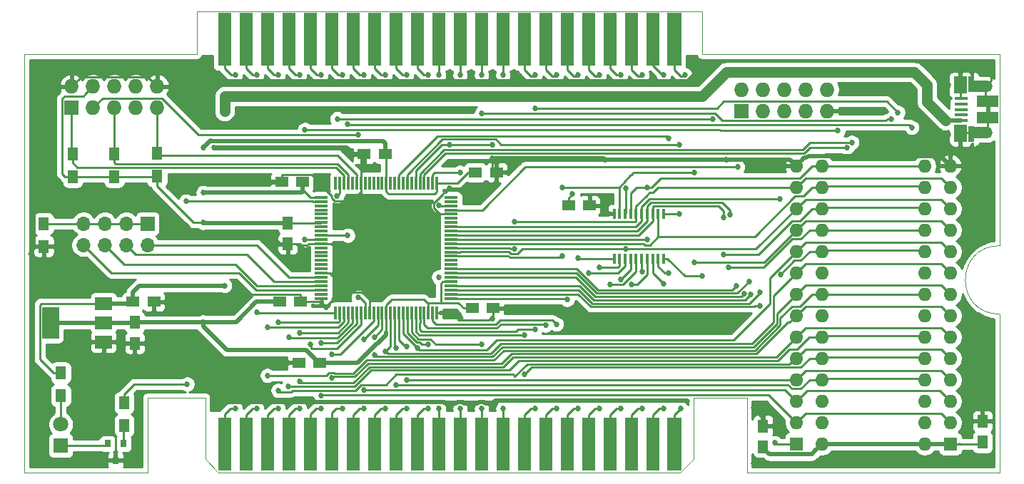
<source format=gtl>
G04 #@! TF.GenerationSoftware,KiCad,Pcbnew,(5.1.5)-3*
G04 #@! TF.CreationDate,2020-04-27T11:33:16-04:00*
G04 #@! TF.ProjectId,VS-Tipi,56532d54-6970-4692-9e6b-696361645f70,V0*
G04 #@! TF.SameCoordinates,Original*
G04 #@! TF.FileFunction,Copper,L1,Top*
G04 #@! TF.FilePolarity,Positive*
%FSLAX46Y46*%
G04 Gerber Fmt 4.6, Leading zero omitted, Abs format (unit mm)*
G04 Created by KiCad (PCBNEW (5.1.5)-3) date 2020-04-27 11:33:16*
%MOMM*%
%LPD*%
G04 APERTURE LIST*
%ADD10C,0.025400*%
%ADD11R,2.500000X1.430000*%
%ADD12O,1.700000X1.350000*%
%ADD13O,1.500000X1.100000*%
%ADD14R,1.650000X0.400000*%
%ADD15R,1.500000X2.000000*%
%ADD16R,0.700000X1.825000*%
%ADD17R,2.000000X1.350000*%
%ADD18R,1.250000X1.500000*%
%ADD19O,1.600000X1.600000*%
%ADD20R,1.600000X1.600000*%
%ADD21R,1.727200X1.727200*%
%ADD22O,1.727200X1.727200*%
%ADD23R,1.676400X6.350000*%
%ADD24R,1.600200X6.350000*%
%ADD25R,1.600000X6.350000*%
%ADD26R,1.500000X0.300000*%
%ADD27R,0.300000X1.500000*%
%ADD28R,1.500000X1.250000*%
%ADD29R,1.800000X1.800000*%
%ADD30C,1.800000*%
%ADD31R,1.700000X1.700000*%
%ADD32O,1.700000X1.700000*%
%ADD33R,0.800000X0.900000*%
%ADD34R,1.300000X1.500000*%
%ADD35R,0.406400X1.270000*%
%ADD36R,2.000000X3.800000*%
%ADD37R,2.000000X1.500000*%
%ADD38C,0.685800*%
%ADD39C,0.250000*%
%ADD40C,0.508000*%
%ADD41C,1.270000*%
%ADD42C,0.254000*%
G04 APERTURE END LIST*
D10*
X138633200Y-145161000D02*
X140208000Y-143586200D01*
X82296000Y-143586200D02*
X83870800Y-145161000D01*
X176530000Y-118237000D02*
X176530000Y-95504000D01*
X81280000Y-90424000D02*
X141224000Y-90424000D01*
X141224000Y-90424000D02*
X141224000Y-95504000D01*
X81280000Y-95504000D02*
X81280000Y-90424000D01*
X146558000Y-145161000D02*
X176530000Y-145161000D01*
X176530000Y-118237000D02*
G75*
G03X176530000Y-126365000I0J-4064000D01*
G01*
X141224000Y-95504000D02*
X176530000Y-95504000D01*
X83870800Y-145161000D02*
X138633200Y-145161000D01*
X60833000Y-95504000D02*
X81280000Y-95504000D01*
X75438000Y-145161000D02*
X75438000Y-136271000D01*
X60833000Y-145161000D02*
X60833000Y-95504000D01*
X75438000Y-145161000D02*
X60833000Y-145161000D01*
X176530000Y-145161000D02*
X176530000Y-126365000D01*
X146558000Y-136271000D02*
X146558000Y-145161000D01*
X140208000Y-136271000D02*
X146558000Y-136271000D01*
X140208000Y-143586200D02*
X140208000Y-136271000D01*
X82296000Y-136271000D02*
X82296000Y-143586200D01*
X75438000Y-136271000D02*
X82296000Y-136271000D01*
D11*
X175121000Y-101096800D03*
X175121000Y-103016800D03*
D12*
X174851000Y-99326800D03*
X174851000Y-104786800D03*
D13*
X171851000Y-99636800D03*
X171851000Y-104476800D03*
D14*
X171971000Y-100756800D03*
X171971000Y-101406800D03*
X171971000Y-102056800D03*
X171971000Y-102706800D03*
X171971000Y-103356800D03*
D15*
X171851000Y-99156800D03*
X171871000Y-104906800D03*
D16*
X173171000Y-99056800D03*
X173171000Y-105006800D03*
D17*
X173921000Y-104786800D03*
X173921000Y-99306800D03*
D18*
X148463000Y-139643800D03*
X148463000Y-142143800D03*
D19*
X155448000Y-141782800D03*
X170688000Y-108762800D03*
X155448000Y-139242800D03*
X170688000Y-111302800D03*
X155448000Y-136702800D03*
X170688000Y-113842800D03*
X155448000Y-134162800D03*
X170688000Y-116382800D03*
X155448000Y-131622800D03*
X170688000Y-118922800D03*
X155448000Y-129082800D03*
X170688000Y-121462800D03*
X155448000Y-126542800D03*
X170688000Y-124002800D03*
X155448000Y-124002800D03*
X170688000Y-126542800D03*
X155448000Y-121462800D03*
X170688000Y-129082800D03*
X155448000Y-118922800D03*
X170688000Y-131622800D03*
X155448000Y-116382800D03*
X170688000Y-134162800D03*
X155448000Y-113842800D03*
X170688000Y-136702800D03*
X155448000Y-111302800D03*
X170688000Y-139242800D03*
X155448000Y-108762800D03*
D20*
X170688000Y-141782800D03*
D21*
X145923000Y-102235000D03*
D22*
X145923000Y-99695000D03*
X148463000Y-102235000D03*
X148463000Y-99695000D03*
X151003000Y-102235000D03*
X151003000Y-99695000D03*
X153543000Y-102235000D03*
X153543000Y-99695000D03*
X156083000Y-102235000D03*
X156083000Y-99695000D03*
D19*
X167640000Y-141782800D03*
X152400000Y-108762800D03*
X167640000Y-139242800D03*
X152400000Y-111302800D03*
X167640000Y-136702800D03*
X152400000Y-113842800D03*
X167640000Y-134162800D03*
X152400000Y-116382800D03*
X167640000Y-131622800D03*
X152400000Y-118922800D03*
X167640000Y-129082800D03*
X152400000Y-121462800D03*
X167640000Y-126542800D03*
X152400000Y-124002800D03*
X167640000Y-124002800D03*
X152400000Y-126542800D03*
X167640000Y-121462800D03*
X152400000Y-129082800D03*
X167640000Y-118922800D03*
X152400000Y-131622800D03*
X167640000Y-116382800D03*
X152400000Y-134162800D03*
X167640000Y-113842800D03*
X152400000Y-136702800D03*
X167640000Y-111302800D03*
X152400000Y-139242800D03*
X167640000Y-108762800D03*
D20*
X152400000Y-141782800D03*
D23*
X137922000Y-141782800D03*
D24*
X135382000Y-141782800D03*
X132842000Y-141782800D03*
X130302000Y-141782800D03*
X127762000Y-141782800D03*
X125222000Y-141782800D03*
D25*
X122682000Y-141782800D03*
X120142000Y-141782800D03*
X117602000Y-141782800D03*
X115062000Y-141782800D03*
X112522000Y-141782800D03*
X109982000Y-141782800D03*
X107442000Y-141782800D03*
X104902000Y-141782800D03*
X102362000Y-141782800D03*
X99822000Y-141782800D03*
X97282000Y-141782800D03*
X94742000Y-141782800D03*
X92202000Y-141782800D03*
X89662000Y-141782800D03*
X84582000Y-141782800D03*
X87122000Y-141782800D03*
D23*
X137922000Y-93726000D03*
D24*
X135382000Y-93726000D03*
X132842000Y-93726000D03*
X130302000Y-93726000D03*
X127762000Y-93726000D03*
X125222000Y-93726000D03*
D25*
X122682000Y-93726000D03*
X120142000Y-93726000D03*
X117602000Y-93726000D03*
X115062000Y-93726000D03*
X112522000Y-93726000D03*
X109982000Y-93726000D03*
X107442000Y-93726000D03*
X104902000Y-93726000D03*
X102362000Y-93726000D03*
X99822000Y-93726000D03*
X97282000Y-93726000D03*
X94742000Y-93726000D03*
X92202000Y-93726000D03*
X89662000Y-93726000D03*
X84582000Y-93726000D03*
X87122000Y-93726000D03*
D26*
X111459000Y-124491000D03*
X111459000Y-123991000D03*
X111459000Y-123491000D03*
X111459000Y-122991000D03*
X111459000Y-122491000D03*
X111459000Y-121991000D03*
X111459000Y-121491000D03*
X111459000Y-120991000D03*
X111459000Y-120491000D03*
X111459000Y-119991000D03*
X111459000Y-119491000D03*
X111459000Y-118991000D03*
X111459000Y-118491000D03*
X111459000Y-117991000D03*
X111459000Y-117491000D03*
X111459000Y-116991000D03*
X111459000Y-116491000D03*
X111459000Y-115991000D03*
X111459000Y-115491000D03*
X111459000Y-114991000D03*
X111459000Y-114491000D03*
X111459000Y-113991000D03*
X111459000Y-113491000D03*
X111459000Y-112991000D03*
X111459000Y-112491000D03*
D27*
X109759000Y-110791000D03*
X109259000Y-110791000D03*
X108759000Y-110791000D03*
X108259000Y-110791000D03*
X107759000Y-110791000D03*
X107259000Y-110791000D03*
X106759000Y-110791000D03*
X106259000Y-110791000D03*
X105759000Y-110791000D03*
X105259000Y-110791000D03*
X104759000Y-110791000D03*
X104259000Y-110791000D03*
X103759000Y-110791000D03*
X103259000Y-110791000D03*
X102759000Y-110791000D03*
X102259000Y-110791000D03*
X101759000Y-110791000D03*
X101259000Y-110791000D03*
X100759000Y-110791000D03*
X100259000Y-110791000D03*
X99759000Y-110791000D03*
X99259000Y-110791000D03*
X98759000Y-110791000D03*
X98259000Y-110791000D03*
X97759000Y-110791000D03*
D26*
X96059000Y-112491000D03*
X96059000Y-112991000D03*
X96059000Y-113491000D03*
X96059000Y-113991000D03*
X96059000Y-114491000D03*
X96059000Y-114991000D03*
X96059000Y-115491000D03*
X96059000Y-115991000D03*
X96059000Y-116491000D03*
X96059000Y-116991000D03*
X96059000Y-117491000D03*
X96059000Y-117991000D03*
X96059000Y-118491000D03*
X96059000Y-118991000D03*
X96059000Y-119491000D03*
X96059000Y-119991000D03*
X96059000Y-120491000D03*
X96059000Y-120991000D03*
X96059000Y-121491000D03*
X96059000Y-121991000D03*
X96059000Y-122491000D03*
X96059000Y-122991000D03*
X96059000Y-123491000D03*
X96059000Y-123991000D03*
X96059000Y-124491000D03*
D27*
X97759000Y-126191000D03*
X98259000Y-126191000D03*
X98759000Y-126191000D03*
X99259000Y-126191000D03*
X99759000Y-126191000D03*
X100259000Y-126191000D03*
X100759000Y-126191000D03*
X101259000Y-126191000D03*
X101759000Y-126191000D03*
X102259000Y-126191000D03*
X102759000Y-126191000D03*
X103259000Y-126191000D03*
X103759000Y-126191000D03*
X104259000Y-126191000D03*
X104759000Y-126191000D03*
X105259000Y-126191000D03*
X105759000Y-126191000D03*
X106259000Y-126191000D03*
X106759000Y-126191000D03*
X107259000Y-126191000D03*
X107759000Y-126191000D03*
X108259000Y-126191000D03*
X108759000Y-126191000D03*
X109259000Y-126191000D03*
X109759000Y-126191000D03*
D28*
X95865000Y-132130800D03*
X93365000Y-132130800D03*
X91079000Y-124891800D03*
X93579000Y-124891800D03*
D21*
X66421000Y-101854000D03*
D22*
X66421000Y-99314000D03*
X68961000Y-101854000D03*
X68961000Y-99314000D03*
X71501000Y-101854000D03*
X71501000Y-99314000D03*
X74041000Y-101854000D03*
X74041000Y-99314000D03*
X76581000Y-101854000D03*
X76581000Y-99314000D03*
D29*
X65151000Y-141986000D03*
D30*
X65151000Y-139446000D03*
D31*
X75438000Y-115620800D03*
D32*
X75438000Y-118160800D03*
X72898000Y-115620800D03*
X72898000Y-118160800D03*
X70358000Y-115620800D03*
X70358000Y-118160800D03*
X67818000Y-115620800D03*
X67818000Y-118160800D03*
D33*
X72578000Y-141748000D03*
X70678000Y-141748000D03*
X71628000Y-143748000D03*
D34*
X72644000Y-139576800D03*
X72644000Y-136876800D03*
X65151000Y-133320800D03*
X65151000Y-136020800D03*
D35*
X136652000Y-114427000D03*
X136017000Y-114427000D03*
X135356600Y-114427000D03*
X134696200Y-114427000D03*
X134061200Y-114427000D03*
X133400800Y-114427000D03*
X132740400Y-114427000D03*
X132105400Y-114427000D03*
X131445000Y-114427000D03*
X130810000Y-114427000D03*
X130810000Y-119761000D03*
X131445000Y-119761000D03*
X132105400Y-119761000D03*
X132740400Y-119761000D03*
X133400800Y-119761000D03*
X134061200Y-119761000D03*
X134696200Y-119761000D03*
X135356600Y-119761000D03*
X136017000Y-119761000D03*
X136652000Y-119761000D03*
D18*
X92075000Y-115513800D03*
X92075000Y-118013800D03*
D34*
X76581000Y-107285800D03*
X76581000Y-109985800D03*
X71501000Y-107362000D03*
X71501000Y-110062000D03*
X66548000Y-107362000D03*
X66548000Y-110062000D03*
D28*
X73680000Y-124891800D03*
X76180000Y-124891800D03*
D18*
X73914000Y-127324800D03*
X73914000Y-129824800D03*
D28*
X113939000Y-125653800D03*
X116439000Y-125653800D03*
X114340000Y-109524800D03*
X116840000Y-109524800D03*
X103612000Y-107365800D03*
X101112000Y-107365800D03*
X93833000Y-110667800D03*
X91333000Y-110667800D03*
X127869000Y-113461800D03*
X125369000Y-113461800D03*
D18*
X174498000Y-141585000D03*
X174498000Y-139085000D03*
D34*
X63119000Y-115617000D03*
X63119000Y-118317000D03*
D36*
X63906000Y-127381000D03*
D37*
X70206000Y-127381000D03*
X70206000Y-125081000D03*
X70206000Y-129681000D03*
D38*
X82042000Y-127304800D03*
X82042000Y-106603800D03*
X82042000Y-111937800D03*
X82042000Y-115493800D03*
X175514000Y-144195800D03*
X61976000Y-96443800D03*
X61722000Y-144195800D03*
X74549000Y-144195800D03*
X83312000Y-135813800D03*
X82042000Y-96316800D03*
X111252000Y-126415800D03*
X129681700Y-108000800D03*
X140462000Y-96570800D03*
X111252000Y-111411300D03*
X96647000Y-111429800D03*
X96647000Y-125526800D03*
X83312000Y-124637800D03*
X83312000Y-116890800D03*
X175514000Y-96570800D03*
X129652300Y-114350800D03*
X147320000Y-144068800D03*
X111252000Y-98729800D03*
X116332000Y-98715101D03*
X111252000Y-136956800D03*
X116332000Y-136956800D03*
X113792000Y-136956800D03*
X113792000Y-98729800D03*
X139446000Y-136702800D03*
X116332000Y-107873800D03*
X111252000Y-106230789D03*
X116332000Y-106222800D03*
X144145000Y-108000800D03*
X83312000Y-110667800D03*
X83312000Y-106603800D03*
X147320000Y-137464800D03*
X175133000Y-127431800D03*
X116332000Y-126923800D03*
X116332000Y-111175800D03*
X113792000Y-102158800D03*
X144653000Y-127939800D03*
X175133000Y-117144800D03*
X161480401Y-107556399D03*
X141224000Y-121843800D03*
X125857000Y-112064800D03*
X141224000Y-100507800D03*
X84582000Y-102285800D03*
X125857000Y-100507800D03*
X84582000Y-122986800D03*
X100457000Y-124383800D03*
X100457000Y-105079800D03*
X88392000Y-137591800D03*
X88392000Y-97967800D03*
X88392000Y-126161800D03*
X89662000Y-127939800D03*
X89662000Y-133654800D03*
X90932000Y-137591800D03*
X90932000Y-97967800D03*
X90932000Y-127304800D03*
X90932000Y-135432800D03*
X92202000Y-129082800D03*
X92171160Y-134964505D03*
X93472000Y-97967800D03*
X93472000Y-137591800D03*
X93472000Y-128560100D03*
X93472000Y-134344205D03*
X94742000Y-129971800D03*
X96012000Y-137591800D03*
X96012000Y-97967800D03*
X96012000Y-129800701D03*
X96012000Y-136067800D03*
X97282000Y-131114800D03*
X97282000Y-133923500D03*
X101092000Y-97967800D03*
X101092000Y-137591800D03*
X101092000Y-135360590D03*
X101092000Y-129336800D03*
X102362000Y-129082800D03*
X102362000Y-131192270D03*
X103632000Y-97967800D03*
X103632000Y-137591800D03*
X103632000Y-130789860D03*
X104902000Y-134740290D03*
X104902000Y-130352800D03*
X106172000Y-137591800D03*
X106172000Y-97967800D03*
X106172000Y-134162800D03*
X106172000Y-130225800D03*
X107442000Y-130352800D03*
X108712000Y-97967800D03*
X108712000Y-137591800D03*
X108712000Y-129971800D03*
X109982000Y-137591800D03*
X109982000Y-97967800D03*
X109982000Y-113461800D03*
X109982000Y-121970800D03*
X112522000Y-137591800D03*
X112522000Y-97967800D03*
X112522000Y-109524800D03*
X115062000Y-137591800D03*
X115062000Y-129971800D03*
X163703000Y-103174800D03*
X115062000Y-97967800D03*
X115062000Y-102539800D03*
X120142000Y-133542500D03*
X120142000Y-128828800D03*
X121412000Y-97967800D03*
X121412000Y-137591800D03*
X121412000Y-128193800D03*
X164465000Y-102412800D03*
X121412000Y-101919500D03*
X122682000Y-127685800D03*
X123952000Y-137591800D03*
X123952000Y-97967800D03*
X123952000Y-127558800D03*
X125222000Y-124637800D03*
X130302000Y-122859800D03*
X136652000Y-97967800D03*
X136652000Y-137591800D03*
X136652000Y-122732800D03*
X134112000Y-137591800D03*
X134112000Y-97967800D03*
X134112000Y-121335800D03*
X126492000Y-97967800D03*
X126492000Y-137591800D03*
X126492000Y-119684800D03*
X132842000Y-122859800D03*
X131572000Y-97967800D03*
X131572000Y-137591800D03*
X131572000Y-122224800D03*
X129032000Y-97967800D03*
X129032000Y-120827800D03*
X129032000Y-137591800D03*
X127762000Y-121462800D03*
X147036225Y-124009050D03*
X146812000Y-122478800D03*
X145429700Y-108865947D03*
X148127856Y-123794656D03*
X146196517Y-123971520D03*
X148082000Y-125399800D03*
X145288000Y-122986800D03*
X80010000Y-112953800D03*
X80137000Y-134670800D03*
X157353000Y-104571800D03*
X94092300Y-117525800D03*
X94107000Y-104444800D03*
X158383700Y-106603800D03*
X159004000Y-105968800D03*
X138542300Y-114477800D03*
X138557000Y-106222800D03*
X144399000Y-120813100D03*
X144542251Y-114547500D03*
X137287000Y-121462800D03*
X137272300Y-105460800D03*
X150552619Y-121647419D03*
X150480300Y-112699800D03*
X118999000Y-118611300D03*
X118999000Y-115370700D03*
X143764000Y-119250998D03*
X143764000Y-114858800D03*
X134747000Y-117525800D03*
X134747000Y-111302800D03*
X132207000Y-118630698D03*
X132207000Y-111429800D03*
X140335000Y-120192800D03*
X140335000Y-109524800D03*
X124601700Y-119430800D03*
X124601700Y-111302800D03*
X166116000Y-104190800D03*
X99187000Y-117017800D03*
X99187000Y-103809800D03*
X138684000Y-137591800D03*
X139192000Y-97967800D03*
X117602000Y-137591800D03*
X117602000Y-97967800D03*
X98552000Y-97967800D03*
X98552000Y-137591800D03*
X85852000Y-137591800D03*
X85852000Y-97967800D03*
X149860000Y-141655800D03*
X142494000Y-103174800D03*
X97917000Y-112318800D03*
X97931700Y-103160100D03*
D39*
X66548000Y-110062000D02*
X71501000Y-110062000D01*
X76454000Y-110062000D02*
X76581000Y-110189000D01*
X71501000Y-110062000D02*
X76454000Y-110062000D01*
X67819999Y-100455001D02*
X68097401Y-100177599D01*
X65593477Y-100455001D02*
X67819999Y-100455001D01*
X65279999Y-100768479D02*
X65593477Y-100455001D01*
X68097401Y-100177599D02*
X68961000Y-99314000D01*
X65279999Y-109693999D02*
X65279999Y-100768479D01*
X65648000Y-110062000D02*
X65279999Y-109693999D01*
X66548000Y-110062000D02*
X65648000Y-110062000D01*
X103759000Y-109791000D02*
X103759000Y-110791000D01*
X103759000Y-107752800D02*
X103759000Y-109791000D01*
X103485000Y-107478800D02*
X103759000Y-107752800D01*
X112173846Y-110791000D02*
X110159000Y-110791000D01*
X113440046Y-109524800D02*
X112173846Y-110791000D01*
X110159000Y-110791000D02*
X109759000Y-110791000D01*
X114340000Y-109524800D02*
X113440046Y-109524800D01*
X95059000Y-112491000D02*
X96059000Y-112491000D01*
X94781200Y-112491000D02*
X95059000Y-112491000D01*
X96036200Y-115513800D02*
X96059000Y-115491000D01*
X92075000Y-115513800D02*
X96036200Y-115513800D01*
X103759000Y-128254892D02*
X103759000Y-126191000D01*
X112939000Y-125653800D02*
X112304000Y-125018800D01*
X113939000Y-125653800D02*
X112939000Y-125653800D01*
X76581000Y-111189000D02*
X76581000Y-110189000D01*
X110459000Y-122491000D02*
X110236000Y-122714000D01*
X111459000Y-122491000D02*
X110459000Y-122491000D01*
X112304000Y-125018800D02*
X110236000Y-125018800D01*
X110236000Y-122714000D02*
X110236000Y-125018800D01*
X110236000Y-125018800D02*
X108712000Y-125018800D01*
X103759000Y-125291678D02*
X104412878Y-124637800D01*
X103759000Y-126191000D02*
X103759000Y-125291678D01*
X108204000Y-124637800D02*
X108712000Y-125145800D01*
X104412878Y-124637800D02*
X108204000Y-124637800D01*
X108759000Y-126191000D02*
X108712000Y-125145800D01*
X108712000Y-125145800D02*
X108712000Y-125018800D01*
X104032800Y-112064800D02*
X109485200Y-112064800D01*
X109485200Y-112064800D02*
X109759000Y-111791000D01*
X109759000Y-111791000D02*
X109759000Y-110791000D01*
X103759000Y-110791000D02*
X103759000Y-111791000D01*
X103759000Y-111791000D02*
X104032800Y-112064800D01*
D40*
X65414000Y-127381000D02*
X70206000Y-127381000D01*
X63906000Y-127381000D02*
X65414000Y-127381000D01*
X73857800Y-127381000D02*
X73914000Y-127324800D01*
X70206000Y-127381000D02*
X73857800Y-127381000D01*
X82022000Y-127324800D02*
X82042000Y-127304800D01*
X73914000Y-127324800D02*
X82022000Y-127324800D01*
X82042000Y-127304800D02*
X85979000Y-127304800D01*
D39*
X85979000Y-127304800D02*
X85949954Y-127304800D01*
D40*
X85949954Y-127304800D02*
X88362954Y-124891800D01*
X88362954Y-124891800D02*
X91079000Y-124891800D01*
X95411034Y-132130800D02*
X95865000Y-132130800D01*
X95740000Y-132130800D02*
X95865000Y-132130800D01*
X94216000Y-130606800D02*
X95740000Y-132130800D01*
X84836000Y-130606800D02*
X94216000Y-130606800D01*
X82042000Y-127812800D02*
X84836000Y-130606800D01*
X82042000Y-127304800D02*
X82042000Y-127812800D01*
X103727590Y-128826176D02*
X103727590Y-128468737D01*
X102721665Y-129832101D02*
X103727590Y-128826176D01*
X102648802Y-129832101D02*
X102721665Y-129832101D01*
X100350103Y-132130800D02*
X102648802Y-129832101D01*
X95865000Y-132130800D02*
X100350103Y-132130800D01*
X82042000Y-106603800D02*
X82944401Y-105701399D01*
X83072103Y-105829101D02*
X103390699Y-105829101D01*
X82944401Y-105701399D02*
X83072103Y-105829101D01*
X103612000Y-106050402D02*
X103612000Y-107365800D01*
X103390699Y-105829101D02*
X103612000Y-106050402D01*
X82062000Y-115513800D02*
X82042000Y-115493800D01*
X92075000Y-115513800D02*
X82062000Y-115513800D01*
D39*
X80885800Y-115493800D02*
X76581000Y-111189000D01*
X82042000Y-115493800D02*
X80885800Y-115493800D01*
D40*
X93833000Y-111800800D02*
X93833000Y-110667800D01*
X93696000Y-111937800D02*
X93833000Y-111800800D01*
X82042000Y-111937800D02*
X93696000Y-111937800D01*
D39*
X93833000Y-111542800D02*
X94781200Y-112491000D01*
X67284599Y-98450401D02*
X66421000Y-99314000D01*
X67562001Y-98172999D02*
X67284599Y-98450401D01*
X75439999Y-98172999D02*
X67562001Y-98172999D01*
X76581000Y-99314000D02*
X75439999Y-98172999D01*
X95059000Y-117991000D02*
X96059000Y-117991000D01*
X94530800Y-117991000D02*
X95059000Y-117991000D01*
X94375699Y-118146101D02*
X94530800Y-117991000D01*
X93682255Y-118146101D02*
X94375699Y-118146101D01*
X93549954Y-118013800D02*
X93682255Y-118146101D01*
X92075000Y-118013800D02*
X93549954Y-118013800D01*
X100759000Y-107704800D02*
X100759000Y-109791000D01*
X100759000Y-109791000D02*
X100759000Y-110791000D01*
X100985000Y-107478800D02*
X100759000Y-107704800D01*
X110487079Y-112063599D02*
X109488699Y-113061979D01*
X96058200Y-124891800D02*
X96059000Y-124891000D01*
X93579000Y-124891800D02*
X96058200Y-124891800D01*
X71628000Y-143048000D02*
X71628000Y-143748000D01*
X71628000Y-140803480D02*
X71628000Y-143048000D01*
X70206000Y-139381480D02*
X71628000Y-140803480D01*
X70206000Y-129681000D02*
X70206000Y-139381480D01*
X62219000Y-118317000D02*
X63119000Y-118317000D01*
X61976000Y-118074000D02*
X62219000Y-118317000D01*
X61976000Y-96443800D02*
X61976000Y-118074000D01*
X62219000Y-118317000D02*
X61319590Y-119216410D01*
X61976000Y-96443800D02*
X81788000Y-96443800D01*
X81788000Y-96443800D02*
X82169000Y-96824800D01*
X71628000Y-143748000D02*
X74101200Y-143748000D01*
X109759000Y-126191000D02*
X111027200Y-126191000D01*
X111027200Y-126191000D02*
X111252000Y-126415800D01*
X111736933Y-126415800D02*
X112371933Y-127050800D01*
X111252000Y-126415800D02*
X111736933Y-126415800D01*
X116439000Y-126528800D02*
X116439000Y-125653800D01*
X115917000Y-127050800D02*
X116439000Y-126528800D01*
X112371933Y-127050800D02*
X115917000Y-127050800D01*
X130759200Y-114477800D02*
X130810000Y-114427000D01*
X110725500Y-111937800D02*
X110617000Y-111937800D01*
X111252000Y-111411300D02*
X110725500Y-111937800D01*
X110617000Y-111937800D02*
X110487079Y-112063599D01*
X116840000Y-110399800D02*
X116840000Y-109524800D01*
X115828500Y-111411300D02*
X116840000Y-110399800D01*
X111252000Y-111411300D02*
X115828500Y-111411300D01*
X100759000Y-112112800D02*
X100759000Y-111791000D01*
X100838000Y-112191800D02*
X100759000Y-112112800D01*
X100759000Y-111791000D02*
X100759000Y-110791000D01*
X96012000Y-125077400D02*
X96012000Y-124764800D01*
X96505300Y-125570700D02*
X96012000Y-125077400D01*
X96059000Y-124891000D02*
X96012000Y-124764800D01*
X96012000Y-124764800D02*
X96059000Y-124491000D01*
X101759000Y-125191000D02*
X101759000Y-126191000D01*
X98312501Y-123763499D02*
X100881745Y-123763499D01*
X101759000Y-124640754D02*
X101759000Y-125191000D01*
X100881745Y-123763499D02*
X101759000Y-124640754D01*
X96505300Y-125570700D02*
X98312501Y-123763499D01*
X76180000Y-124891800D02*
X83058000Y-124891800D01*
X83058000Y-124891800D02*
X83312000Y-124637800D01*
X84820355Y-123989399D02*
X93551599Y-123989399D01*
X93579000Y-124016800D02*
X93579000Y-124891800D01*
X84171954Y-124637800D02*
X84820355Y-123989399D01*
X93551599Y-123989399D02*
X93579000Y-124016800D01*
X83312000Y-124637800D02*
X84171954Y-124637800D01*
X96059000Y-117991000D02*
X97239200Y-117991000D01*
X97239200Y-117991000D02*
X98312501Y-119064301D01*
X92075000Y-118013800D02*
X91200000Y-118013800D01*
X90077000Y-116890800D02*
X83312000Y-116890800D01*
X91200000Y-118013800D02*
X90077000Y-116890800D01*
X97059000Y-121491000D02*
X98298000Y-122730000D01*
X96059000Y-121491000D02*
X97059000Y-121491000D01*
X98312501Y-119064301D02*
X98298000Y-122859800D01*
X98298000Y-122730000D02*
X98298000Y-122859800D01*
X98298000Y-122859800D02*
X98312501Y-123763499D01*
X101708179Y-113061979D02*
X100759000Y-112112800D01*
X109488699Y-113061979D02*
X101708179Y-113061979D01*
X175373000Y-139085000D02*
X174498000Y-139085000D01*
X175400401Y-139112401D02*
X175373000Y-139085000D01*
X174982933Y-144068800D02*
X175400401Y-143651332D01*
X174498000Y-144068800D02*
X174982933Y-144068800D01*
X130810000Y-114427000D02*
X129728500Y-114427000D01*
X129728500Y-114427000D02*
X129652300Y-114350800D01*
X174498000Y-144068800D02*
X147320000Y-144068800D01*
X109361699Y-113759545D02*
X109361699Y-113188979D01*
X110093154Y-114491000D02*
X109361699Y-113759545D01*
X109361699Y-113188979D02*
X109488699Y-113061979D01*
X111459000Y-114491000D02*
X110093154Y-114491000D01*
X82169000Y-96824800D02*
X82169000Y-97309733D01*
X100358200Y-112191800D02*
X100759000Y-111791000D01*
X99610899Y-112939101D02*
X100358200Y-112191800D01*
X91333000Y-110667800D02*
X91333000Y-109792800D01*
X97619255Y-112939101D02*
X99610899Y-112939101D01*
X91360401Y-109765399D02*
X94967899Y-109765399D01*
X91333000Y-109792800D02*
X91360401Y-109765399D01*
X96505300Y-111610699D02*
X97086401Y-112191800D01*
X94967899Y-109765399D02*
X96505300Y-111302800D01*
X97296699Y-112616545D02*
X97619255Y-112939101D01*
X96505300Y-111302800D02*
X96505300Y-111610699D01*
X97086401Y-112191800D02*
X97155000Y-112191800D01*
X97155000Y-112191800D02*
X97296699Y-112333499D01*
X97296699Y-112333499D02*
X97296699Y-112616545D01*
X116421001Y-107962801D02*
X116332000Y-107873800D01*
X129652300Y-113701100D02*
X129652300Y-114350800D01*
X127869000Y-113461800D02*
X129413000Y-113461800D01*
X129413000Y-113461800D02*
X129652300Y-113701100D01*
X107259000Y-110791000D02*
X107259000Y-109326800D01*
X116332000Y-109016800D02*
X116840000Y-109524800D01*
X116332000Y-107873800D02*
X116332000Y-109016800D01*
X107259000Y-109326800D02*
X110355011Y-106230789D01*
X110355011Y-106230789D02*
X111252000Y-106230789D01*
X111252000Y-106230789D02*
X116324011Y-106230789D01*
X116324011Y-106230789D02*
X116332000Y-106222800D01*
D40*
X116317301Y-98729800D02*
X113792000Y-98729800D01*
X116332000Y-98715101D02*
X116317301Y-98729800D01*
X111252000Y-98729800D02*
X113792000Y-98729800D01*
X111252000Y-98729800D02*
X84074000Y-98729800D01*
X84074000Y-98729800D02*
X82169000Y-96824800D01*
X117206301Y-98715101D02*
X116332000Y-98715101D01*
X139551665Y-98717101D02*
X117208301Y-98717101D01*
X117208301Y-98717101D02*
X117206301Y-98715101D01*
X140462000Y-96570800D02*
X140462000Y-97806766D01*
X140462000Y-97806766D02*
X139551665Y-98717101D01*
X110767067Y-136956800D02*
X111252000Y-136956800D01*
X110652766Y-136842499D02*
X110767067Y-136956800D01*
X84825632Y-136842499D02*
X110652766Y-136842499D01*
X83796933Y-135813800D02*
X84825632Y-136842499D01*
X83312000Y-135813800D02*
X83796933Y-135813800D01*
X112162335Y-136842499D02*
X112881665Y-136842499D01*
X111252000Y-136956800D02*
X112048034Y-136956800D01*
X112048034Y-136956800D02*
X112162335Y-136842499D01*
X112995966Y-136956800D02*
X113792000Y-136956800D01*
X112881665Y-136842499D02*
X112995966Y-136956800D01*
X114588034Y-136956800D02*
X114702335Y-136842499D01*
X113792000Y-136956800D02*
X114588034Y-136956800D01*
X114702335Y-136842499D02*
X115421665Y-136842499D01*
X115535966Y-136956800D02*
X116332000Y-136956800D01*
X115421665Y-136842499D02*
X115535966Y-136956800D01*
X116674899Y-136613901D02*
X139357101Y-136613901D01*
X116332000Y-136956800D02*
X116674899Y-136613901D01*
D41*
X70349800Y-129824800D02*
X70206000Y-129681000D01*
D40*
X86995000Y-132130800D02*
X93365000Y-132130800D01*
X83312000Y-135813800D02*
X86995000Y-132130800D01*
X91333000Y-110667800D02*
X83439000Y-110667800D01*
X99092000Y-106603800D02*
X83312000Y-106603800D01*
X101112000Y-107365800D02*
X99854000Y-107365800D01*
X99854000Y-107365800D02*
X99092000Y-106603800D01*
X129554700Y-107873800D02*
X129681700Y-108000800D01*
X116332000Y-107873800D02*
X129554700Y-107873800D01*
X129681700Y-108000800D02*
X144145000Y-108000800D01*
X151638000Y-108000800D02*
X152400000Y-108762800D01*
X144145000Y-108000800D02*
X151638000Y-108000800D01*
X169481599Y-107556399D02*
X169888001Y-107962801D01*
X153860401Y-107556399D02*
X161480401Y-107556399D01*
X153625180Y-107791620D02*
X153860401Y-107556399D01*
X169888001Y-107962801D02*
X170688000Y-108762800D01*
X153371180Y-107791620D02*
X153625180Y-107791620D01*
X152400000Y-108762800D02*
X153371180Y-107791620D01*
X170688000Y-108762800D02*
X171434000Y-108762800D01*
D39*
X175514000Y-98663800D02*
X174851000Y-99326800D01*
X175514000Y-96570800D02*
X175514000Y-98663800D01*
X171851000Y-100636800D02*
X171971000Y-100756800D01*
X171851000Y-99636800D02*
X171851000Y-100636800D01*
X174851000Y-100826800D02*
X175121000Y-101096800D01*
X174851000Y-99326800D02*
X174851000Y-100826800D01*
X175121000Y-104516800D02*
X174851000Y-104786800D01*
X175121000Y-103016800D02*
X175121000Y-104516800D01*
X171991000Y-104786800D02*
X171871000Y-104906800D01*
X174851000Y-104786800D02*
X171991000Y-104786800D01*
X175121000Y-101096800D02*
X175121000Y-103016800D01*
D40*
X161480401Y-107556399D02*
X169481599Y-107556399D01*
X148463000Y-138607800D02*
X147320000Y-137464800D01*
X148463000Y-139643800D02*
X148463000Y-138607800D01*
D39*
X73770200Y-129681000D02*
X73914000Y-129824800D01*
X70206000Y-129681000D02*
X73770200Y-129681000D01*
X77323000Y-129824800D02*
X83312000Y-135813800D01*
X73914000Y-129824800D02*
X77323000Y-129824800D01*
X168275000Y-141605000D02*
X167143630Y-141605000D01*
X73737500Y-125081000D02*
X73787000Y-125031500D01*
X171765401Y-141755399D02*
X171738000Y-141782800D01*
X171738000Y-141782800D02*
X170688000Y-141782800D01*
X139188000Y-121843800D02*
X141224000Y-121843800D01*
X136652000Y-119761000D02*
X137105200Y-119761000D01*
X137105200Y-119761000D02*
X139188000Y-121843800D01*
X174300200Y-141782800D02*
X174498000Y-141585000D01*
X170688000Y-141782800D02*
X174300200Y-141782800D01*
X125369000Y-113461800D02*
X125369000Y-112552800D01*
X125369000Y-112552800D02*
X125857000Y-112064800D01*
X73680000Y-124891800D02*
X73805000Y-124891800D01*
D41*
X141224000Y-100507800D02*
X125857000Y-100507800D01*
X125857000Y-100507800D02*
X84582000Y-100507800D01*
D40*
X73490800Y-125081000D02*
X73680000Y-124891800D01*
X70206000Y-125081000D02*
X73490800Y-125081000D01*
X73680000Y-124891800D02*
X73680000Y-123758800D01*
X73680000Y-123758800D02*
X74452000Y-122986800D01*
X74452000Y-122986800D02*
X84582000Y-122986800D01*
D39*
X62628599Y-131698399D02*
X64251000Y-133320800D01*
X62806678Y-125081000D02*
X62628599Y-125259079D01*
X64251000Y-133320800D02*
X65151000Y-133320800D01*
X62628599Y-125259079D02*
X62628599Y-131698399D01*
X70206000Y-125081000D02*
X62806678Y-125081000D01*
D40*
X167640000Y-141782800D02*
X170688000Y-141782800D01*
D41*
X167894000Y-101125800D02*
X170125000Y-103356800D01*
X166425112Y-97641590D02*
X167894000Y-99110478D01*
X141224000Y-100507800D02*
X144090210Y-97641590D01*
X167894000Y-99110478D02*
X167894000Y-101125800D01*
X144090210Y-97641590D02*
X166425112Y-97641590D01*
X84582000Y-100507800D02*
X84582000Y-102285800D01*
D40*
X149183401Y-142989201D02*
X154241599Y-142989201D01*
X148463000Y-142268800D02*
X149183401Y-142989201D01*
X154648001Y-142582799D02*
X155448000Y-141782800D01*
X154241599Y-142989201D02*
X154648001Y-142582799D01*
X148463000Y-142143800D02*
X148463000Y-142268800D01*
X171014000Y-103356800D02*
X171971000Y-103356800D01*
X170125000Y-103356800D02*
X171014000Y-103356800D01*
X155448000Y-141782800D02*
X167640000Y-141782800D01*
D39*
X66421000Y-107235000D02*
X66548000Y-107362000D01*
X66421000Y-101854000D02*
X66421000Y-107235000D01*
X66548000Y-108362000D02*
X66548000Y-107362000D01*
X67104858Y-108918858D02*
X66548000Y-108362000D01*
X97786180Y-108918858D02*
X67104858Y-108918858D01*
X98759000Y-109891678D02*
X97786180Y-108918858D01*
X98759000Y-110791000D02*
X98759000Y-109891678D01*
X100584000Y-124383800D02*
X101259000Y-125058800D01*
X101259000Y-125058800D02*
X101259000Y-126191000D01*
X81496781Y-105081099D02*
X100598700Y-105081099D01*
X70102001Y-100712999D02*
X77128681Y-100712999D01*
X77128681Y-100712999D02*
X81496781Y-105081099D01*
X68961000Y-101854000D02*
X70102001Y-100712999D01*
X71501000Y-103075314D02*
X71501000Y-107362000D01*
X71501000Y-101854000D02*
X71501000Y-103075314D01*
X71501000Y-107362000D02*
X71501000Y-108362000D01*
X71501000Y-108362000D02*
X71655401Y-108516401D01*
X99259000Y-109791000D02*
X97976800Y-108508800D01*
X97976800Y-108508800D02*
X97536000Y-108508800D01*
X99259000Y-110791000D02*
X99259000Y-109791000D01*
X71655401Y-108516401D02*
X97536000Y-108508800D01*
X97536000Y-108508800D02*
X97797601Y-108516401D01*
X76581000Y-103075314D02*
X76581000Y-107489000D01*
X76581000Y-101854000D02*
X76581000Y-103075314D01*
X100259000Y-109791000D02*
X100259000Y-110791000D01*
X97957000Y-107489000D02*
X100259000Y-109791000D01*
X76581000Y-107489000D02*
X97957000Y-107489000D01*
X70440000Y-141986000D02*
X70678000Y-141748000D01*
X65151000Y-141986000D02*
X70440000Y-141986000D01*
X65151000Y-136318000D02*
X65198000Y-136271000D01*
X65151000Y-139446000D02*
X65151000Y-136318000D01*
X87122000Y-141782800D02*
X87122000Y-138357800D01*
X87122000Y-97151000D02*
X87122000Y-93726000D01*
X87907067Y-137591800D02*
X87141067Y-138357800D01*
X87141067Y-138357800D02*
X87122000Y-138357800D01*
X88392000Y-137591800D02*
X87907067Y-137591800D01*
X87907067Y-97967800D02*
X87122000Y-97182733D01*
X87122000Y-97182733D02*
X87122000Y-97151000D01*
X88392000Y-97967800D02*
X87907067Y-97967800D01*
X97759000Y-126191000D02*
X88421200Y-126191000D01*
X88421200Y-126191000D02*
X88392000Y-126161800D01*
X98759000Y-126191000D02*
X98759000Y-127260093D01*
X98759000Y-127260093D02*
X98079293Y-127939800D01*
X98079293Y-127939800D02*
X89662000Y-127939800D01*
X155448000Y-124002800D02*
X167640000Y-124002800D01*
X99853040Y-133379390D02*
X97655936Y-133379390D01*
X101419859Y-131812570D02*
X99853040Y-133379390D01*
X116523230Y-131812570D02*
X101419859Y-131812570D01*
X155448000Y-124002800D02*
X154316630Y-124002800D01*
X96998601Y-133303199D02*
X96647000Y-133654800D01*
X97579745Y-133303199D02*
X96998601Y-133303199D01*
X154316630Y-124002800D02*
X152854031Y-125465399D01*
X152854031Y-125465399D02*
X151882847Y-125465399D01*
X97655936Y-133379390D02*
X97579745Y-133303199D01*
X147511230Y-130669570D02*
X117666230Y-130669570D01*
X151882847Y-125465399D02*
X150495000Y-126853246D01*
X96647000Y-133654800D02*
X89662000Y-133654800D01*
X150495000Y-126853246D02*
X150495000Y-127690616D01*
X150495000Y-127690616D02*
X150490184Y-127690616D01*
X117666230Y-130669570D02*
X116523230Y-131812570D01*
X150490184Y-127690616D02*
X147511230Y-130669570D01*
X89662000Y-141782800D02*
X89662000Y-138357800D01*
X89662000Y-97151000D02*
X89662000Y-93726000D01*
X98259000Y-127191000D02*
X98145200Y-127304800D01*
X98259000Y-126191000D02*
X98259000Y-127191000D01*
X103689511Y-134740289D02*
X100768511Y-134740289D01*
X104887301Y-133542499D02*
X103689511Y-134740289D01*
X118788173Y-133542499D02*
X104887301Y-133542499D01*
X152273000Y-131622800D02*
X151598009Y-132297791D01*
X119006064Y-133760390D02*
X118788173Y-133542499D01*
X152400000Y-131622800D02*
X152273000Y-131622800D01*
X151598009Y-132297791D02*
X120468663Y-132297791D01*
X120468663Y-132297791D02*
X119006064Y-133760390D01*
X169888001Y-130822801D02*
X170688000Y-131622800D01*
X169610599Y-130545399D02*
X169888001Y-130822801D01*
X153477401Y-130545399D02*
X169610599Y-130545399D01*
X152400000Y-131622800D02*
X153477401Y-130545399D01*
X90428000Y-137591800D02*
X89662000Y-138357800D01*
X90932000Y-137591800D02*
X90428000Y-137591800D01*
X89662000Y-97182733D02*
X89662000Y-97151000D01*
X90447067Y-97967800D02*
X89662000Y-97182733D01*
X90932000Y-97967800D02*
X90447067Y-97967800D01*
X98145200Y-127304800D02*
X90932000Y-127304800D01*
X91084006Y-135584806D02*
X90932000Y-135432800D01*
X92475231Y-135578480D02*
X92468905Y-135584806D01*
X92468905Y-135584806D02*
X91084006Y-135584806D01*
X100061301Y-135447499D02*
X100768511Y-134740289D01*
X92606212Y-135447499D02*
X100061301Y-135447499D01*
X92468905Y-135584806D02*
X92606212Y-135447499D01*
X167143630Y-128905000D02*
X155575000Y-128905000D01*
X168275000Y-128905000D02*
X167143630Y-128905000D01*
X92299601Y-129180401D02*
X92202000Y-129082800D01*
X97976878Y-129180401D02*
X92299601Y-129180401D01*
X99759000Y-127398279D02*
X97976878Y-129180401D01*
X99759000Y-126191000D02*
X99759000Y-127398279D01*
X101919908Y-133019800D02*
X99975203Y-134964505D01*
X119507000Y-131876800D02*
X118364000Y-133019800D01*
X150241000Y-131876800D02*
X119507000Y-131876800D01*
X155448000Y-129082800D02*
X153974592Y-129082800D01*
X99975203Y-134964505D02*
X92171160Y-134964505D01*
X153974592Y-129082800D02*
X152511993Y-130545399D01*
X118364000Y-133019800D02*
X101919908Y-133019800D01*
X152511993Y-130545399D02*
X151572401Y-130545399D01*
X151572401Y-130545399D02*
X150241000Y-131876800D01*
X92202000Y-138357800D02*
X92202000Y-141782800D01*
X99259000Y-126191000D02*
X99259000Y-127329186D01*
X98028086Y-128560100D02*
X93345000Y-128560100D01*
X99259000Y-127329186D02*
X98028086Y-128560100D01*
X152400000Y-129082800D02*
X150008410Y-131474390D01*
X118766410Y-131474390D02*
X117623410Y-132617390D01*
X150008410Y-131474390D02*
X118766410Y-131474390D01*
X117623410Y-132617390D02*
X101753225Y-132617390D01*
X169888001Y-128282801D02*
X170688000Y-129082800D01*
X169610599Y-128005399D02*
X169888001Y-128282801D01*
X153477401Y-128005399D02*
X169610599Y-128005399D01*
X152400000Y-129082800D02*
X153477401Y-128005399D01*
X92968000Y-137591800D02*
X92202000Y-138357800D01*
X93472000Y-137591800D02*
X92968000Y-137591800D01*
X92202000Y-97151000D02*
X92202000Y-93726000D01*
X93018800Y-97967800D02*
X92202000Y-97151000D01*
X93599000Y-97967800D02*
X93018800Y-97967800D01*
X93671596Y-134543801D02*
X93472000Y-134344205D01*
X101753225Y-132617390D02*
X99826814Y-134543801D01*
X99826814Y-134543801D02*
X93671596Y-134543801D01*
X97874463Y-130421002D02*
X94810202Y-130421002D01*
X100759000Y-126191000D02*
X100759000Y-127536465D01*
X100759000Y-127536465D02*
X97874463Y-130421002D01*
X94810202Y-130040002D02*
X94742000Y-129971800D01*
X94810202Y-130421002D02*
X94810202Y-130040002D01*
X94742000Y-97151000D02*
X94742000Y-93726000D01*
X97925671Y-129800701D02*
X95885000Y-129800701D01*
X100259000Y-126191000D02*
X100259000Y-127467372D01*
X100259000Y-127467372D02*
X97925671Y-129800701D01*
X169888001Y-138442801D02*
X170688000Y-139242800D01*
X169610599Y-138165399D02*
X169888001Y-138442801D01*
X153477401Y-138165399D02*
X169610599Y-138165399D01*
X152400000Y-139242800D02*
X153477401Y-138165399D01*
X94742000Y-97182733D02*
X94742000Y-97151000D01*
X95527067Y-97967800D02*
X94742000Y-97182733D01*
X96012000Y-97967800D02*
X95527067Y-97967800D01*
X149138090Y-135980890D02*
X96102890Y-135980890D01*
X152400000Y-139242800D02*
X149138090Y-135980890D01*
X95400067Y-137591800D02*
X96012000Y-137591800D01*
X94742000Y-141782800D02*
X94742000Y-138249867D01*
X94742000Y-138249867D02*
X95400067Y-137591800D01*
X102259000Y-126191000D02*
X102259000Y-127191000D01*
X98335200Y-131114800D02*
X97282000Y-131114800D01*
X102259000Y-127191000D02*
X98335200Y-131114800D01*
X151411909Y-127342799D02*
X147682728Y-131071980D01*
X152400000Y-126542800D02*
X151600001Y-127342799D01*
X151600001Y-127342799D02*
X151411909Y-127342799D01*
X118599727Y-131071980D02*
X117456727Y-132214980D01*
X147682728Y-131071980D02*
X118599727Y-131071980D01*
X101586542Y-132214980D02*
X100019722Y-133781800D01*
X117456727Y-132214980D02*
X101586542Y-132214980D01*
X100019722Y-133781800D02*
X97423700Y-133781800D01*
X97423700Y-133781800D02*
X97282000Y-133923500D01*
X169888001Y-125742801D02*
X170688000Y-126542800D01*
X169610599Y-125465399D02*
X169888001Y-125742801D01*
X153477401Y-125465399D02*
X169610599Y-125465399D01*
X152400000Y-126542800D02*
X153477401Y-125465399D01*
X99822000Y-97151000D02*
X99822000Y-93726000D01*
X102759000Y-126191000D02*
X102759000Y-127669800D01*
X99822000Y-141782800D02*
X99822000Y-138357800D01*
X152400000Y-136702800D02*
X151057790Y-135360590D01*
X151057790Y-135360590D02*
X101219000Y-135360590D01*
X152400000Y-136702800D02*
X153670000Y-135432800D01*
X169418000Y-135432800D02*
X170688000Y-136702800D01*
X153670000Y-135432800D02*
X169418000Y-135432800D01*
X100588000Y-137591800D02*
X99822000Y-138357800D01*
X101092000Y-137591800D02*
X100588000Y-137591800D01*
X100638800Y-97967800D02*
X99822000Y-97151000D01*
X101219000Y-97967800D02*
X100638800Y-97967800D01*
X102759000Y-127669800D02*
X101092000Y-129336800D01*
X103259000Y-126191000D02*
X103259000Y-128185800D01*
X103259000Y-128185800D02*
X102362000Y-129082800D01*
X102579890Y-131410160D02*
X102362000Y-131192270D01*
X116356547Y-131410160D02*
X102579890Y-131410160D01*
X117499547Y-130267160D02*
X116356547Y-131410160D01*
X152400000Y-124002800D02*
X150087774Y-126315026D01*
X147344548Y-130267160D02*
X117499547Y-130267160D01*
X150087774Y-126315026D02*
X150087774Y-127523934D01*
X150087774Y-127523934D02*
X147344548Y-130267160D01*
X169888001Y-123202801D02*
X170688000Y-124002800D01*
X169610599Y-122925399D02*
X169888001Y-123202801D01*
X153477401Y-122925399D02*
X169610599Y-122925399D01*
X152400000Y-124002800D02*
X153477401Y-122925399D01*
X152400000Y-121462800D02*
X149685364Y-124177436D01*
X149685364Y-124177436D02*
X149685364Y-127357252D01*
X149685364Y-127357252D02*
X147177866Y-129864750D01*
X117332864Y-129864750D02*
X116189864Y-131007750D01*
X147177866Y-129864750D02*
X117332864Y-129864750D01*
X116189864Y-131007750D02*
X103976890Y-131007750D01*
X103976890Y-131007750D02*
X103759000Y-130789860D01*
X169610599Y-120385399D02*
X169888001Y-120662801D01*
X153477401Y-120385399D02*
X169610599Y-120385399D01*
X169888001Y-120662801D02*
X170688000Y-121462800D01*
X152400000Y-121462800D02*
X153477401Y-120385399D01*
X102362000Y-138357800D02*
X102362000Y-141782800D01*
X102381067Y-138357800D02*
X102362000Y-138357800D01*
X103147067Y-137591800D02*
X102381067Y-138357800D01*
X103632000Y-137591800D02*
X103147067Y-137591800D01*
X102362000Y-97151000D02*
X102362000Y-93726000D01*
X102362000Y-97182733D02*
X102362000Y-97151000D01*
X103147067Y-97967800D02*
X102362000Y-97182733D01*
X103632000Y-97967800D02*
X103147067Y-97967800D01*
X104259000Y-130162860D02*
X103632000Y-130789860D01*
X104259000Y-126191000D02*
X104259000Y-130162860D01*
X167143630Y-133985000D02*
X155575000Y-133985000D01*
X168275000Y-133985000D02*
X167143630Y-133985000D01*
X155448000Y-134162800D02*
X153994554Y-134162800D01*
X153994554Y-134162800D02*
X152917153Y-135240201D01*
X152917153Y-135240201D02*
X151882847Y-135240201D01*
X104959510Y-134797800D02*
X104902000Y-134740290D01*
X151440446Y-134797800D02*
X104959510Y-134797800D01*
X151882847Y-135240201D02*
X151440446Y-134797800D01*
X104759000Y-126191000D02*
X104759000Y-130336800D01*
X104775000Y-130352800D02*
X104902000Y-130352800D01*
X104759000Y-130336800D02*
X104775000Y-130352800D01*
X104902000Y-97151000D02*
X104902000Y-93726000D01*
X152400000Y-134162800D02*
X106622490Y-134162800D01*
X106622490Y-134162800D02*
X106045000Y-134162800D01*
X105259000Y-129439800D02*
X106045000Y-130225800D01*
X105259000Y-126191000D02*
X105259000Y-129439800D01*
X169888001Y-133362801D02*
X170688000Y-134162800D01*
X153477401Y-133085399D02*
X169610599Y-133085399D01*
X169610599Y-133085399D02*
X169888001Y-133362801D01*
X152400000Y-134162800D02*
X153477401Y-133085399D01*
X104902000Y-138357800D02*
X104902000Y-141782800D01*
X105668000Y-137591800D02*
X104902000Y-138357800D01*
X106172000Y-137591800D02*
X105668000Y-137591800D01*
X104902000Y-97182733D02*
X104902000Y-97151000D01*
X105687067Y-97967800D02*
X104902000Y-97182733D01*
X106172000Y-97967800D02*
X105687067Y-97967800D01*
X105759000Y-128669800D02*
X107442000Y-130352800D01*
X105759000Y-126191000D02*
X105759000Y-128669800D01*
X107694540Y-130605340D02*
X107442000Y-130352800D01*
X149282954Y-122039846D02*
X149282954Y-125116892D01*
X116840000Y-129462340D02*
X115697000Y-130605340D01*
X115697000Y-130605340D02*
X107694540Y-130605340D01*
X149282954Y-125116892D02*
X144937506Y-129462340D01*
X152400000Y-118922800D02*
X149282954Y-122039846D01*
X144937506Y-129462340D02*
X116840000Y-129462340D01*
X169888001Y-118122801D02*
X170688000Y-118922800D01*
X169610599Y-117845399D02*
X169888001Y-118122801D01*
X153477401Y-117845399D02*
X169610599Y-117845399D01*
X152400000Y-118922800D02*
X153477401Y-117845399D01*
X107710699Y-129732499D02*
X107950000Y-129971800D01*
X107950000Y-129971800D02*
X108585000Y-129971800D01*
X107390791Y-129732499D02*
X107710699Y-129732499D01*
X106259000Y-126191000D02*
X106259000Y-128600708D01*
X106259000Y-128600708D02*
X107390791Y-129732499D01*
X107442000Y-138357800D02*
X107442000Y-141782800D01*
X108208000Y-137591800D02*
X107442000Y-138357800D01*
X108712000Y-137591800D02*
X108208000Y-137591800D01*
X107442000Y-97151000D02*
X107442000Y-93726000D01*
X107442000Y-97182733D02*
X107442000Y-97151000D01*
X108227067Y-97967800D02*
X107442000Y-97182733D01*
X108712000Y-97967800D02*
X108227067Y-97967800D01*
X110109000Y-93853000D02*
X109982000Y-93726000D01*
X109982000Y-97151000D02*
X109982000Y-93726000D01*
X109982000Y-97482867D02*
X109982000Y-93726000D01*
X109982000Y-97967800D02*
X109982000Y-97482867D01*
X109982000Y-137591800D02*
X109982000Y-141782800D01*
X110011200Y-113491000D02*
X109982000Y-113461800D01*
X111459000Y-113491000D02*
X110011200Y-113491000D01*
X109525200Y-109524800D02*
X112522000Y-109524800D01*
X109259000Y-110791000D02*
X109259000Y-109791000D01*
X109259000Y-109791000D02*
X109525200Y-109524800D01*
X112522000Y-97967800D02*
X112522000Y-93726000D01*
X112522000Y-138076733D02*
X112522000Y-141782800D01*
X112522000Y-137591800D02*
X112522000Y-138076733D01*
X115062000Y-97151000D02*
X115062000Y-93726000D01*
X107557473Y-129330089D02*
X108988335Y-129330089D01*
X106759000Y-128531616D02*
X107557473Y-129330089D01*
X106759000Y-126191000D02*
X106759000Y-128531616D01*
X109630046Y-129971800D02*
X115062000Y-129971800D01*
X108988335Y-129330089D02*
X109630046Y-129971800D01*
X115062000Y-97151000D02*
X115062000Y-97967800D01*
X115062000Y-138076733D02*
X115062000Y-141782800D01*
X115062000Y-137591800D02*
X115062000Y-138076733D01*
X142777046Y-102539800D02*
X115062000Y-102539800D01*
X143613247Y-103376001D02*
X142777046Y-102539800D01*
X163016866Y-103376001D02*
X143613247Y-103376001D01*
X163218067Y-103174800D02*
X163016866Y-103376001D01*
X163703000Y-103174800D02*
X163218067Y-103174800D01*
X167143630Y-131445000D02*
X155575000Y-131445000D01*
X168275000Y-131445000D02*
X167143630Y-131445000D01*
X120984299Y-132700201D02*
X120142000Y-133542500D01*
X152917153Y-132700201D02*
X120984299Y-132700201D01*
X155448000Y-131622800D02*
X153994554Y-131622800D01*
X153994554Y-131622800D02*
X152917153Y-132700201D01*
X107259000Y-126191000D02*
X107259000Y-128462524D01*
X107625276Y-128828800D02*
X109474000Y-128828800D01*
X107259000Y-128462524D02*
X107625276Y-128828800D01*
X108997478Y-128828800D02*
X109474000Y-128828800D01*
X109474000Y-128828800D02*
X120142000Y-128828800D01*
X120142000Y-138357800D02*
X120142000Y-141782800D01*
X119358590Y-128193800D02*
X121412000Y-128193800D01*
X119126000Y-128426390D02*
X119358590Y-128193800D01*
X107928590Y-128426390D02*
X109325590Y-128426390D01*
X107696000Y-128193800D02*
X107928590Y-128426390D01*
X109325590Y-128426390D02*
X119126000Y-128426390D01*
X107696000Y-127431800D02*
X107696000Y-128193800D01*
X109164160Y-128426390D02*
X109325590Y-128426390D01*
X107759000Y-127368800D02*
X107696000Y-127431800D01*
X107759000Y-126191000D02*
X107759000Y-127368800D01*
X120927067Y-137591800D02*
X120161067Y-138357800D01*
X120161067Y-138357800D02*
X120142000Y-138357800D01*
X121412000Y-137591800D02*
X120927067Y-137591800D01*
X120142000Y-97151000D02*
X120142000Y-93726000D01*
X120142000Y-97309733D02*
X120142000Y-97151000D01*
X120927067Y-98094800D02*
X120142000Y-97309733D01*
X121412000Y-98094800D02*
X120927067Y-98094800D01*
X163146199Y-101093999D02*
X143812801Y-101093999D01*
X164465000Y-102412800D02*
X163146199Y-101093999D01*
X143812801Y-101093999D02*
X142987300Y-101919500D01*
X142987300Y-101919500D02*
X121412000Y-101919500D01*
X122569699Y-127573499D02*
X122682000Y-127685800D01*
X117333301Y-127573499D02*
X122569699Y-127573499D01*
X116882820Y-128023980D02*
X117333301Y-127573499D01*
X108259000Y-127613800D02*
X108669180Y-128023980D01*
X108669180Y-128023980D02*
X116882820Y-128023980D01*
X108259000Y-126191000D02*
X108259000Y-127613800D01*
X122682000Y-97151000D02*
X122682000Y-93726000D01*
X109259000Y-126191000D02*
X109259000Y-127191000D01*
X109259000Y-127191000D02*
X109626800Y-127558800D01*
X123609101Y-127215901D02*
X123952000Y-127558800D01*
X117272208Y-127065499D02*
X123458699Y-127065499D01*
X123458699Y-127065499D02*
X123609101Y-127215901D01*
X116778907Y-127558800D02*
X117272208Y-127065499D01*
X109626800Y-127558800D02*
X116778907Y-127558800D01*
X122682000Y-138357800D02*
X122682000Y-141782800D01*
X123448000Y-137591800D02*
X122682000Y-138357800D01*
X123952000Y-137591800D02*
X123448000Y-137591800D01*
X122682000Y-97309733D02*
X122682000Y-97151000D01*
X123467067Y-98094800D02*
X122682000Y-97309733D01*
X123952000Y-98094800D02*
X123467067Y-98094800D01*
X111459000Y-124491000D02*
X125075200Y-124491000D01*
X125075200Y-124491000D02*
X125222000Y-124637800D01*
X131855046Y-122859800D02*
X130302000Y-122859800D01*
X133400800Y-119761000D02*
X133400800Y-121314046D01*
X133400800Y-121314046D02*
X131855046Y-122859800D01*
X135356600Y-120646000D02*
X135382000Y-120671400D01*
X135356600Y-119761000D02*
X135356600Y-120646000D01*
X135382000Y-120671400D02*
X135382000Y-121462800D01*
X135382000Y-121462800D02*
X136652000Y-122732800D01*
X135382000Y-138357800D02*
X135382000Y-141782800D01*
X136148000Y-137591800D02*
X135382000Y-138357800D01*
X136652000Y-137591800D02*
X136148000Y-137591800D01*
X135382000Y-96824800D02*
X135382000Y-93726000D01*
X136652000Y-98094800D02*
X135382000Y-96824800D01*
X132842000Y-97151000D02*
X132842000Y-93726000D01*
X134061200Y-121285000D02*
X134112000Y-121335800D01*
X134061200Y-119761000D02*
X134061200Y-121285000D01*
X133608000Y-137591800D02*
X132842000Y-138357800D01*
X132842000Y-138357800D02*
X132842000Y-141782800D01*
X134112000Y-137591800D02*
X133608000Y-137591800D01*
X132842000Y-97309733D02*
X132842000Y-97151000D01*
X133627067Y-98094800D02*
X132842000Y-97309733D01*
X134112000Y-98094800D02*
X133627067Y-98094800D01*
X125222000Y-138357800D02*
X125222000Y-141782800D01*
X126568200Y-119761000D02*
X126492000Y-119684800D01*
X130810000Y-119761000D02*
X126568200Y-119761000D01*
X125988000Y-137591800D02*
X125222000Y-138357800D01*
X126492000Y-137591800D02*
X125988000Y-137591800D01*
X125222000Y-97151000D02*
X125222000Y-93726000D01*
X125222000Y-97309733D02*
X125222000Y-97151000D01*
X126007067Y-98094800D02*
X125222000Y-97309733D01*
X126492000Y-98094800D02*
X126007067Y-98094800D01*
X134696200Y-119761000D02*
X134696200Y-120646000D01*
X133506046Y-122859800D02*
X132842000Y-122859800D01*
X134732301Y-121633545D02*
X133506046Y-122859800D01*
X134732301Y-120682101D02*
X134732301Y-121633545D01*
X134696200Y-120646000D02*
X134732301Y-120682101D01*
X132740400Y-121056400D02*
X131572000Y-122224800D01*
X132740400Y-119761000D02*
X132740400Y-121056400D01*
X131068000Y-137591800D02*
X130302000Y-138357800D01*
X130302000Y-138357800D02*
X130302000Y-141782800D01*
X131572000Y-137591800D02*
X131068000Y-137591800D01*
X131087067Y-97967800D02*
X131572000Y-97967800D01*
X130302000Y-93726000D02*
X130302000Y-97182733D01*
X130302000Y-97182733D02*
X131087067Y-97967800D01*
X131263200Y-120827800D02*
X129032000Y-120827800D01*
X131445000Y-119761000D02*
X131445000Y-120646000D01*
X131445000Y-120646000D02*
X131263200Y-120827800D01*
X127762000Y-138357800D02*
X127762000Y-141782800D01*
X128528000Y-137591800D02*
X127762000Y-138357800D01*
X129032000Y-137591800D02*
X128528000Y-137591800D01*
X127762000Y-97309733D02*
X127762000Y-97151000D01*
X128547067Y-98094800D02*
X127762000Y-97309733D01*
X127762000Y-97151000D02*
X127762000Y-93726000D01*
X129032000Y-98094800D02*
X128547067Y-98094800D01*
X132105400Y-119761000D02*
X132105400Y-120646000D01*
X131288600Y-121462800D02*
X127762000Y-121462800D01*
X132105400Y-120646000D02*
X131288600Y-121462800D01*
X128361206Y-124687331D02*
X146357944Y-124687331D01*
X111459000Y-122991000D02*
X126664878Y-122991000D01*
X146357944Y-124687331D02*
X147036225Y-124009050D01*
X126664878Y-122991000D02*
X128361206Y-124687331D01*
X126303062Y-121491000D02*
X111459000Y-121491000D01*
X128694572Y-123882511D02*
X126303062Y-121491000D01*
X145408289Y-123882511D02*
X128694572Y-123882511D01*
X145408289Y-123882511D02*
X146812000Y-122478800D01*
X120263807Y-108865947D02*
X145429700Y-108865947D01*
X111459000Y-113991000D02*
X115138754Y-113991000D01*
X115138754Y-113991000D02*
X120263807Y-108865947D01*
X128194523Y-125089741D02*
X146868059Y-125089741D01*
X111459000Y-123491000D02*
X126595785Y-123491000D01*
X126595785Y-123491000D02*
X128194523Y-125089741D01*
X146868059Y-125089741D02*
X148127856Y-123829944D01*
X148127856Y-123829944D02*
X148127856Y-123794656D01*
X111459000Y-121991000D02*
X126233970Y-121991000D01*
X126233970Y-121991000D02*
X128527889Y-124284921D01*
X128527889Y-124284921D02*
X145883116Y-124284921D01*
X145883116Y-124284921D02*
X146196517Y-123971520D01*
X147412351Y-125492151D02*
X147504702Y-125399800D01*
X128027843Y-125492151D02*
X147412351Y-125492151D01*
X147504702Y-125399800D02*
X148082000Y-125399800D01*
X111459000Y-123991000D02*
X126526692Y-123991000D01*
X126526692Y-123991000D02*
X128027843Y-125492151D01*
X128861255Y-123480101D02*
X144413699Y-123480101D01*
X111459000Y-120991000D02*
X126372154Y-120991000D01*
X126372154Y-120991000D02*
X128861255Y-123480101D01*
X144413699Y-123480101D02*
X144794699Y-123480101D01*
X144794699Y-123480101D02*
X145288000Y-122986800D01*
X96059000Y-121991000D02*
X92222200Y-121991000D01*
X88392000Y-118160800D02*
X75438000Y-118160800D01*
X92222200Y-121991000D02*
X88392000Y-118160800D01*
X74025401Y-119288201D02*
X87233401Y-119288201D01*
X72898000Y-118160800D02*
X74025401Y-119288201D01*
X95059000Y-122491000D02*
X96059000Y-122491000D01*
X90436200Y-122491000D02*
X95059000Y-122491000D01*
X87233401Y-119288201D02*
X90436200Y-122491000D01*
X96059000Y-122991000D02*
X88396200Y-122991000D01*
X88396200Y-122991000D02*
X85852000Y-120446800D01*
X72644000Y-120446800D02*
X70358000Y-118160800D01*
X85852000Y-120446800D02*
X72644000Y-120446800D01*
X95059000Y-123491000D02*
X96059000Y-123491000D01*
X71120000Y-121462800D02*
X86298908Y-121462800D01*
X88327108Y-123491000D02*
X95059000Y-123491000D01*
X86298908Y-121462800D02*
X88327108Y-123491000D01*
X67818000Y-118160800D02*
X71120000Y-121462800D01*
X72578000Y-139642800D02*
X72644000Y-139576800D01*
X72578000Y-141748000D02*
X72578000Y-139642800D01*
X95021800Y-112953800D02*
X80010000Y-112953800D01*
X96059000Y-112991000D02*
X95059000Y-112991000D01*
X95059000Y-112991000D02*
X95021800Y-112953800D01*
X72644000Y-135876800D02*
X72644000Y-136876800D01*
X73850000Y-134670800D02*
X72644000Y-135876800D01*
X80137000Y-134670800D02*
X73850000Y-134670800D01*
X96024200Y-117525800D02*
X96059000Y-117491000D01*
X93980000Y-117525800D02*
X96024200Y-117525800D01*
X157353000Y-104571800D02*
X143412046Y-104571800D01*
X143412046Y-104571800D02*
X143299745Y-104459499D01*
X143299745Y-104459499D02*
X94121699Y-104459499D01*
X94121699Y-104459499D02*
X94107000Y-104444800D01*
X108259000Y-109791000D02*
X108259000Y-110791000D01*
X110796501Y-107253499D02*
X108259000Y-109791000D01*
X158383700Y-106603800D02*
X153989908Y-106603800D01*
X147080699Y-107253499D02*
X110796501Y-107253499D01*
X147087410Y-107260210D02*
X147080699Y-107253499D01*
X153333499Y-107260210D02*
X147087410Y-107260210D01*
X153989908Y-106603800D02*
X153333499Y-107260210D01*
X107759000Y-109721908D02*
X107759000Y-110791000D01*
X110629819Y-106851089D02*
X152520289Y-106851089D01*
X107759000Y-109721908D02*
X110629819Y-106851089D01*
X158519067Y-105968800D02*
X159004000Y-105968800D01*
X153166816Y-106857800D02*
X154055816Y-105968800D01*
X152527000Y-106857800D02*
X153166816Y-106857800D01*
X154055816Y-105968800D02*
X158519067Y-105968800D01*
X152520289Y-106851089D02*
X152527000Y-106857800D01*
X138491500Y-114427000D02*
X138542300Y-114477800D01*
X136652000Y-114427000D02*
X138491500Y-114427000D01*
X110414208Y-105602499D02*
X116727699Y-105602499D01*
X117348000Y-106222800D02*
X138557000Y-106222800D01*
X116727699Y-105602499D02*
X117348000Y-106222800D01*
X106259000Y-110791000D02*
X106259000Y-109757707D01*
X106259000Y-109757707D02*
X110414208Y-105602499D01*
X134696200Y-115312000D02*
X134696200Y-114427000D01*
X133517200Y-116491000D02*
X134696200Y-115312000D01*
X111459000Y-116491000D02*
X133517200Y-116491000D01*
X135126211Y-113111990D02*
X135217517Y-113111990D01*
X153994554Y-116382800D02*
X152917153Y-117460201D01*
X155448000Y-116382800D02*
X153994554Y-116382800D01*
X152917153Y-117460201D02*
X151891691Y-117460201D01*
X151891691Y-117460201D02*
X148538792Y-120813100D01*
X148538792Y-120813100D02*
X144399000Y-120813100D01*
X155448000Y-116382800D02*
X167640000Y-116382800D01*
X143591873Y-113112189D02*
X144542251Y-114062567D01*
X135126011Y-113112189D02*
X143591873Y-113112189D01*
X134696200Y-113542000D02*
X135126011Y-113112189D01*
X144542251Y-114062567D02*
X144542251Y-114547500D01*
X134696200Y-114427000D02*
X134696200Y-113542000D01*
X109849911Y-105200089D02*
X136884589Y-105200089D01*
X105259000Y-110791000D02*
X105259000Y-109791000D01*
X105259000Y-109791000D02*
X109849911Y-105200089D01*
X136802067Y-121462800D02*
X137287000Y-121462800D01*
X136017000Y-120677733D02*
X136802067Y-121462800D01*
X136017000Y-119761000D02*
X136017000Y-120677733D01*
X136884589Y-105200089D02*
X137011589Y-105200089D01*
X137011589Y-105200089D02*
X137272300Y-105460800D01*
X168275000Y-111125000D02*
X155575000Y-111125000D01*
X136017000Y-117173846D02*
X136017000Y-115312000D01*
X136017000Y-115312000D02*
X136017000Y-114427000D01*
X135044745Y-118146101D02*
X136017000Y-117173846D01*
X134449255Y-118146101D02*
X135044745Y-118146101D01*
X134294154Y-117991000D02*
X134449255Y-118146101D01*
X111459000Y-117991000D02*
X134294154Y-117991000D01*
X154316630Y-111302800D02*
X155448000Y-111302800D01*
X153239229Y-112380201D02*
X154316630Y-111302800D01*
X152268045Y-112380201D02*
X153239229Y-112380201D01*
X147474400Y-117173846D02*
X152268045Y-112380201D01*
X136017000Y-117173846D02*
X147474400Y-117173846D01*
X167143630Y-118745000D02*
X155575000Y-118745000D01*
X168275000Y-118745000D02*
X167143630Y-118745000D01*
X134061200Y-115312000D02*
X134061200Y-114427000D01*
X133382200Y-115991000D02*
X134061200Y-115312000D01*
X111459000Y-115991000D02*
X133382200Y-115991000D01*
X134061200Y-114427000D02*
X134061200Y-113607910D01*
X134061200Y-113607910D02*
X134959328Y-112709779D01*
X152199837Y-120000201D02*
X150552619Y-121647419D01*
X152917153Y-120000201D02*
X152199837Y-120000201D01*
X155448000Y-118922800D02*
X153994554Y-118922800D01*
X153994554Y-118922800D02*
X152917153Y-120000201D01*
X134959328Y-112709779D02*
X143383000Y-112699800D01*
X143383000Y-112699800D02*
X150480300Y-112699800D01*
X133462300Y-114488500D02*
X133400800Y-114427000D01*
X133400800Y-115312000D02*
X133342100Y-115370700D01*
X133400800Y-114427000D02*
X133400800Y-115312000D01*
X133342100Y-115370700D02*
X118999000Y-115370700D01*
X118514067Y-118611300D02*
X118999000Y-118611300D01*
X118393767Y-118491000D02*
X118514067Y-118611300D01*
X111459000Y-118491000D02*
X118393767Y-118491000D01*
X169888001Y-110502801D02*
X170688000Y-111302800D01*
X153477401Y-110225399D02*
X169610599Y-110225399D01*
X169610599Y-110225399D02*
X169888001Y-110502801D01*
X152400000Y-111302800D02*
X153477401Y-110225399D01*
X134635431Y-112307369D02*
X133400800Y-113542000D01*
X133400800Y-113542000D02*
X133400800Y-114427000D01*
X152400000Y-111302800D02*
X136017000Y-111302800D01*
X134635431Y-112307369D02*
X134635431Y-112303369D01*
X134635431Y-112303369D02*
X135001000Y-111937800D01*
X135001000Y-111937800D02*
X135382000Y-111937800D01*
X135382000Y-111937800D02*
X136017000Y-111302800D01*
X168275000Y-113665000D02*
X155575000Y-113665000D01*
X135356600Y-115312000D02*
X135356600Y-114427000D01*
X133677600Y-116991000D02*
X135356600Y-115312000D01*
X111459000Y-116991000D02*
X133677600Y-116991000D01*
X154316630Y-113842800D02*
X152854031Y-115305399D01*
X155448000Y-113842800D02*
X154316630Y-113842800D01*
X152854031Y-115305399D02*
X151882847Y-115305399D01*
X151882847Y-115305399D02*
X147937248Y-119250998D01*
X147937248Y-119250998D02*
X143764000Y-119250998D01*
X143181799Y-113514599D02*
X135384001Y-113514599D01*
X143764000Y-114858800D02*
X143764000Y-114096800D01*
X143764000Y-114096800D02*
X143181799Y-113514599D01*
X135356600Y-113542000D02*
X135384001Y-113514599D01*
X135356600Y-114427000D02*
X135356600Y-113542000D01*
X111459000Y-117491000D02*
X134712200Y-117491000D01*
X134712200Y-117491000D02*
X134747000Y-117525800D01*
X155448000Y-108762800D02*
X167640000Y-108762800D01*
X132740400Y-114427000D02*
X132740400Y-112039400D01*
X133477000Y-111302800D02*
X134747000Y-111302800D01*
X132740400Y-112039400D02*
X133477000Y-111302800D01*
X154316630Y-108762800D02*
X155448000Y-108762800D01*
X136309334Y-110225399D02*
X152854031Y-110225399D01*
X135231933Y-111302800D02*
X136309334Y-110225399D01*
X152854031Y-110225399D02*
X154316630Y-108762800D01*
X134747000Y-111302800D02*
X135231933Y-111302800D01*
X169610599Y-112765399D02*
X169888001Y-113042801D01*
X169888001Y-113042801D02*
X170688000Y-113842800D01*
X153477401Y-112765399D02*
X169610599Y-112765399D01*
X152400000Y-113842800D02*
X153477401Y-112765399D01*
X132207000Y-114325400D02*
X132105400Y-114427000D01*
X132207000Y-111429800D02*
X132207000Y-114325400D01*
X147612102Y-118630698D02*
X152400000Y-113842800D01*
X132207000Y-118630698D02*
X147612102Y-118630698D01*
X119296745Y-119231601D02*
X119897648Y-118630698D01*
X119897648Y-118630698D02*
X132207000Y-118630698D01*
X111459000Y-118991000D02*
X112459000Y-118991000D01*
X112459000Y-118991000D02*
X112512501Y-118937499D01*
X112512501Y-118937499D02*
X118271173Y-118937499D01*
X118271173Y-118937499D02*
X118565275Y-119231601D01*
X118565275Y-119231601D02*
X119296745Y-119231601D01*
X131445000Y-113542000D02*
X131445000Y-114427000D01*
X131417599Y-113514599D02*
X131445000Y-113542000D01*
X169888001Y-115582801D02*
X170688000Y-116382800D01*
X169610599Y-115305399D02*
X169888001Y-115582801D01*
X153477401Y-115305399D02*
X169610599Y-115305399D01*
X152400000Y-116382800D02*
X153477401Y-115305399D01*
X152400000Y-116382800D02*
X148590000Y-120192800D01*
X148590000Y-120192800D02*
X140335000Y-120192800D01*
X133096000Y-109524800D02*
X132715000Y-109905800D01*
X140335000Y-109524800D02*
X133096000Y-109524800D01*
X131417599Y-111301155D02*
X132715000Y-109905800D01*
X132715000Y-109905800D02*
X132939954Y-109778800D01*
X124398489Y-119634011D02*
X124601700Y-119430800D01*
X118398592Y-119634011D02*
X124398489Y-119634011D01*
X111459000Y-119491000D02*
X118255581Y-119491000D01*
X118255581Y-119491000D02*
X118398592Y-119634011D01*
X131417599Y-113514599D02*
X131445000Y-112826800D01*
X124601700Y-111302800D02*
X131445000Y-111302800D01*
X131445000Y-112826800D02*
X131445000Y-111302800D01*
X131445000Y-111302800D02*
X131417599Y-111301155D01*
X75434200Y-115617000D02*
X75438000Y-115620800D01*
X63119000Y-115617000D02*
X75434200Y-115617000D01*
X96085800Y-117017800D02*
X96059000Y-116991000D01*
X99187000Y-117017800D02*
X96085800Y-117017800D01*
X166116000Y-104190800D02*
X165773101Y-103847901D01*
X99225101Y-103847901D02*
X99187000Y-103809800D01*
X165773101Y-103847901D02*
X99225101Y-103847901D01*
X137922000Y-97151000D02*
X137922000Y-93726000D01*
X137922000Y-138357800D02*
X137922000Y-141782800D01*
X138688000Y-137591800D02*
X137922000Y-138357800D01*
X139192000Y-98094800D02*
X138684000Y-98094800D01*
X137922000Y-97332800D02*
X137922000Y-97151000D01*
X138684000Y-98094800D02*
X137922000Y-97332800D01*
X117602000Y-93726000D02*
X117602000Y-97967800D01*
X117602000Y-137591800D02*
X117602000Y-141782800D01*
X97282000Y-138357800D02*
X97282000Y-141782800D01*
X98425000Y-137591800D02*
X97790000Y-137591800D01*
X97282000Y-138099800D02*
X97282000Y-138357800D01*
X97790000Y-137591800D02*
X97282000Y-138099800D01*
X97282000Y-97151000D02*
X97282000Y-93726000D01*
X97282000Y-97182733D02*
X97282000Y-97151000D01*
X98067067Y-97967800D02*
X97282000Y-97182733D01*
X98552000Y-97967800D02*
X98067067Y-97967800D01*
X84582000Y-138249867D02*
X84582000Y-138357800D01*
X84582000Y-138357800D02*
X84582000Y-141782800D01*
X85240067Y-137591800D02*
X84582000Y-138249867D01*
X85725000Y-137591800D02*
X85240067Y-137591800D01*
X84582000Y-97151000D02*
X84582000Y-93726000D01*
X84582000Y-97182733D02*
X84582000Y-97151000D01*
X85367067Y-97967800D02*
X84582000Y-97182733D01*
X85852000Y-97967800D02*
X85367067Y-97967800D01*
X152400000Y-141782800D02*
X149987000Y-141782800D01*
X149987000Y-141782800D02*
X149860000Y-141655800D01*
X98259000Y-111976800D02*
X98259000Y-110791000D01*
X97917000Y-112318800D02*
X98259000Y-111976800D01*
X97946400Y-103174800D02*
X97931700Y-103160100D01*
X142494000Y-103174800D02*
X97946400Y-103174800D01*
D42*
G36*
X172164814Y-124067393D02*
G01*
X172187579Y-124121549D01*
X172209554Y-124175940D01*
X172213799Y-124183925D01*
X172591042Y-124881622D01*
X172623896Y-124930330D01*
X172656014Y-124979412D01*
X172661724Y-124986413D01*
X172661729Y-124986420D01*
X172661735Y-124986426D01*
X173167306Y-125597555D01*
X173208978Y-125638938D01*
X173250033Y-125680862D01*
X173256995Y-125686621D01*
X173257002Y-125686628D01*
X173257010Y-125686633D01*
X173871651Y-126187923D01*
X173920546Y-126220409D01*
X173968985Y-126253576D01*
X173976940Y-126257877D01*
X174677254Y-126630240D01*
X174731516Y-126652606D01*
X174785485Y-126675737D01*
X174794118Y-126678409D01*
X174794125Y-126678412D01*
X174794132Y-126678413D01*
X175553426Y-126907658D01*
X175611039Y-126919066D01*
X175668434Y-126931266D01*
X175677426Y-126932211D01*
X175677428Y-126932211D01*
X175882301Y-126952299D01*
X175882300Y-144513300D01*
X147205700Y-144513300D01*
X147205700Y-142952406D01*
X147212188Y-143018282D01*
X147248498Y-143137980D01*
X147307463Y-143248294D01*
X147386815Y-143344985D01*
X147483506Y-143424337D01*
X147593820Y-143483302D01*
X147713518Y-143519612D01*
X147838000Y-143531872D01*
X148468836Y-143531872D01*
X148523906Y-143586942D01*
X148551742Y-143620860D01*
X148687110Y-143731954D01*
X148841550Y-143814504D01*
X148909985Y-143835263D01*
X149009126Y-143865337D01*
X149025726Y-143866972D01*
X149139734Y-143878201D01*
X149139741Y-143878201D01*
X149183401Y-143882501D01*
X149227061Y-143878201D01*
X154197939Y-143878201D01*
X154241599Y-143882501D01*
X154285259Y-143878201D01*
X154285266Y-143878201D01*
X154415873Y-143865337D01*
X154583450Y-143814504D01*
X154737890Y-143731954D01*
X154873258Y-143620860D01*
X154901098Y-143586937D01*
X155276279Y-143211756D01*
X155306665Y-143217800D01*
X155589335Y-143217800D01*
X155866574Y-143162653D01*
X156127727Y-143054480D01*
X156362759Y-142897437D01*
X156562637Y-142697559D01*
X156579849Y-142671800D01*
X166508151Y-142671800D01*
X166525363Y-142697559D01*
X166725241Y-142897437D01*
X166960273Y-143054480D01*
X167221426Y-143162653D01*
X167498665Y-143217800D01*
X167781335Y-143217800D01*
X168058574Y-143162653D01*
X168319727Y-143054480D01*
X168554759Y-142897437D01*
X168754637Y-142697559D01*
X168771849Y-142671800D01*
X169258693Y-142671800D01*
X169262188Y-142707282D01*
X169298498Y-142826980D01*
X169357463Y-142937294D01*
X169436815Y-143033985D01*
X169533506Y-143113337D01*
X169643820Y-143172302D01*
X169763518Y-143208612D01*
X169888000Y-143220872D01*
X171488000Y-143220872D01*
X171612482Y-143208612D01*
X171732180Y-143172302D01*
X171842494Y-143113337D01*
X171939185Y-143033985D01*
X172018537Y-142937294D01*
X172077502Y-142826980D01*
X172113812Y-142707282D01*
X172126072Y-142582800D01*
X172126072Y-142542800D01*
X173272462Y-142542800D01*
X173283498Y-142579180D01*
X173342463Y-142689494D01*
X173421815Y-142786185D01*
X173518506Y-142865537D01*
X173628820Y-142924502D01*
X173748518Y-142960812D01*
X173873000Y-142973072D01*
X175123000Y-142973072D01*
X175247482Y-142960812D01*
X175367180Y-142924502D01*
X175477494Y-142865537D01*
X175574185Y-142786185D01*
X175653537Y-142689494D01*
X175712502Y-142579180D01*
X175748812Y-142459482D01*
X175761072Y-142335000D01*
X175761072Y-140835000D01*
X175748812Y-140710518D01*
X175712502Y-140590820D01*
X175653537Y-140480506D01*
X175574185Y-140383815D01*
X175514704Y-140335000D01*
X175574185Y-140286185D01*
X175653537Y-140189494D01*
X175712502Y-140079180D01*
X175748812Y-139959482D01*
X175761072Y-139835000D01*
X175758000Y-139370750D01*
X175599250Y-139212000D01*
X174625000Y-139212000D01*
X174625000Y-139232000D01*
X174371000Y-139232000D01*
X174371000Y-139212000D01*
X173396750Y-139212000D01*
X173238000Y-139370750D01*
X173234928Y-139835000D01*
X173247188Y-139959482D01*
X173283498Y-140079180D01*
X173342463Y-140189494D01*
X173421815Y-140286185D01*
X173481296Y-140335000D01*
X173421815Y-140383815D01*
X173342463Y-140480506D01*
X173283498Y-140590820D01*
X173247188Y-140710518D01*
X173234928Y-140835000D01*
X173234928Y-141022800D01*
X172126072Y-141022800D01*
X172126072Y-140982800D01*
X172113812Y-140858318D01*
X172077502Y-140738620D01*
X172018537Y-140628306D01*
X171939185Y-140531615D01*
X171842494Y-140452263D01*
X171732180Y-140393298D01*
X171612482Y-140356988D01*
X171604039Y-140356157D01*
X171802637Y-140157559D01*
X171959680Y-139922527D01*
X172067853Y-139661374D01*
X172123000Y-139384135D01*
X172123000Y-139101465D01*
X172067853Y-138824226D01*
X171959680Y-138563073D01*
X171807287Y-138335000D01*
X173234928Y-138335000D01*
X173238000Y-138799250D01*
X173396750Y-138958000D01*
X174371000Y-138958000D01*
X174371000Y-137858750D01*
X174625000Y-137858750D01*
X174625000Y-138958000D01*
X175599250Y-138958000D01*
X175758000Y-138799250D01*
X175761072Y-138335000D01*
X175748812Y-138210518D01*
X175712502Y-138090820D01*
X175653537Y-137980506D01*
X175574185Y-137883815D01*
X175477494Y-137804463D01*
X175367180Y-137745498D01*
X175247482Y-137709188D01*
X175123000Y-137696928D01*
X174783750Y-137700000D01*
X174625000Y-137858750D01*
X174371000Y-137858750D01*
X174212250Y-137700000D01*
X173873000Y-137696928D01*
X173748518Y-137709188D01*
X173628820Y-137745498D01*
X173518506Y-137804463D01*
X173421815Y-137883815D01*
X173342463Y-137980506D01*
X173283498Y-138090820D01*
X173247188Y-138210518D01*
X173234928Y-138335000D01*
X171807287Y-138335000D01*
X171802637Y-138328041D01*
X171602759Y-138128163D01*
X171370241Y-137972800D01*
X171602759Y-137817437D01*
X171802637Y-137617559D01*
X171959680Y-137382527D01*
X172067853Y-137121374D01*
X172123000Y-136844135D01*
X172123000Y-136561465D01*
X172067853Y-136284226D01*
X171959680Y-136023073D01*
X171802637Y-135788041D01*
X171602759Y-135588163D01*
X171370241Y-135432800D01*
X171602759Y-135277437D01*
X171802637Y-135077559D01*
X171959680Y-134842527D01*
X172067853Y-134581374D01*
X172123000Y-134304135D01*
X172123000Y-134021465D01*
X172067853Y-133744226D01*
X171959680Y-133483073D01*
X171802637Y-133248041D01*
X171602759Y-133048163D01*
X171370241Y-132892800D01*
X171602759Y-132737437D01*
X171802637Y-132537559D01*
X171959680Y-132302527D01*
X172067853Y-132041374D01*
X172123000Y-131764135D01*
X172123000Y-131481465D01*
X172067853Y-131204226D01*
X171959680Y-130943073D01*
X171802637Y-130708041D01*
X171602759Y-130508163D01*
X171370241Y-130352800D01*
X171602759Y-130197437D01*
X171802637Y-129997559D01*
X171959680Y-129762527D01*
X172067853Y-129501374D01*
X172123000Y-129224135D01*
X172123000Y-128941465D01*
X172067853Y-128664226D01*
X171959680Y-128403073D01*
X171802637Y-128168041D01*
X171602759Y-127968163D01*
X171370241Y-127812800D01*
X171602759Y-127657437D01*
X171802637Y-127457559D01*
X171959680Y-127222527D01*
X172067853Y-126961374D01*
X172123000Y-126684135D01*
X172123000Y-126401465D01*
X172067853Y-126124226D01*
X171959680Y-125863073D01*
X171802637Y-125628041D01*
X171602759Y-125428163D01*
X171370241Y-125272800D01*
X171602759Y-125117437D01*
X171802637Y-124917559D01*
X171959680Y-124682527D01*
X172067853Y-124421374D01*
X172123000Y-124144135D01*
X172123000Y-123932314D01*
X172164814Y-124067393D01*
G37*
X172164814Y-124067393D02*
X172187579Y-124121549D01*
X172209554Y-124175940D01*
X172213799Y-124183925D01*
X172591042Y-124881622D01*
X172623896Y-124930330D01*
X172656014Y-124979412D01*
X172661724Y-124986413D01*
X172661729Y-124986420D01*
X172661735Y-124986426D01*
X173167306Y-125597555D01*
X173208978Y-125638938D01*
X173250033Y-125680862D01*
X173256995Y-125686621D01*
X173257002Y-125686628D01*
X173257010Y-125686633D01*
X173871651Y-126187923D01*
X173920546Y-126220409D01*
X173968985Y-126253576D01*
X173976940Y-126257877D01*
X174677254Y-126630240D01*
X174731516Y-126652606D01*
X174785485Y-126675737D01*
X174794118Y-126678409D01*
X174794125Y-126678412D01*
X174794132Y-126678413D01*
X175553426Y-126907658D01*
X175611039Y-126919066D01*
X175668434Y-126931266D01*
X175677426Y-126932211D01*
X175677428Y-126932211D01*
X175882301Y-126952299D01*
X175882300Y-144513300D01*
X147205700Y-144513300D01*
X147205700Y-142952406D01*
X147212188Y-143018282D01*
X147248498Y-143137980D01*
X147307463Y-143248294D01*
X147386815Y-143344985D01*
X147483506Y-143424337D01*
X147593820Y-143483302D01*
X147713518Y-143519612D01*
X147838000Y-143531872D01*
X148468836Y-143531872D01*
X148523906Y-143586942D01*
X148551742Y-143620860D01*
X148687110Y-143731954D01*
X148841550Y-143814504D01*
X148909985Y-143835263D01*
X149009126Y-143865337D01*
X149025726Y-143866972D01*
X149139734Y-143878201D01*
X149139741Y-143878201D01*
X149183401Y-143882501D01*
X149227061Y-143878201D01*
X154197939Y-143878201D01*
X154241599Y-143882501D01*
X154285259Y-143878201D01*
X154285266Y-143878201D01*
X154415873Y-143865337D01*
X154583450Y-143814504D01*
X154737890Y-143731954D01*
X154873258Y-143620860D01*
X154901098Y-143586937D01*
X155276279Y-143211756D01*
X155306665Y-143217800D01*
X155589335Y-143217800D01*
X155866574Y-143162653D01*
X156127727Y-143054480D01*
X156362759Y-142897437D01*
X156562637Y-142697559D01*
X156579849Y-142671800D01*
X166508151Y-142671800D01*
X166525363Y-142697559D01*
X166725241Y-142897437D01*
X166960273Y-143054480D01*
X167221426Y-143162653D01*
X167498665Y-143217800D01*
X167781335Y-143217800D01*
X168058574Y-143162653D01*
X168319727Y-143054480D01*
X168554759Y-142897437D01*
X168754637Y-142697559D01*
X168771849Y-142671800D01*
X169258693Y-142671800D01*
X169262188Y-142707282D01*
X169298498Y-142826980D01*
X169357463Y-142937294D01*
X169436815Y-143033985D01*
X169533506Y-143113337D01*
X169643820Y-143172302D01*
X169763518Y-143208612D01*
X169888000Y-143220872D01*
X171488000Y-143220872D01*
X171612482Y-143208612D01*
X171732180Y-143172302D01*
X171842494Y-143113337D01*
X171939185Y-143033985D01*
X172018537Y-142937294D01*
X172077502Y-142826980D01*
X172113812Y-142707282D01*
X172126072Y-142582800D01*
X172126072Y-142542800D01*
X173272462Y-142542800D01*
X173283498Y-142579180D01*
X173342463Y-142689494D01*
X173421815Y-142786185D01*
X173518506Y-142865537D01*
X173628820Y-142924502D01*
X173748518Y-142960812D01*
X173873000Y-142973072D01*
X175123000Y-142973072D01*
X175247482Y-142960812D01*
X175367180Y-142924502D01*
X175477494Y-142865537D01*
X175574185Y-142786185D01*
X175653537Y-142689494D01*
X175712502Y-142579180D01*
X175748812Y-142459482D01*
X175761072Y-142335000D01*
X175761072Y-140835000D01*
X175748812Y-140710518D01*
X175712502Y-140590820D01*
X175653537Y-140480506D01*
X175574185Y-140383815D01*
X175514704Y-140335000D01*
X175574185Y-140286185D01*
X175653537Y-140189494D01*
X175712502Y-140079180D01*
X175748812Y-139959482D01*
X175761072Y-139835000D01*
X175758000Y-139370750D01*
X175599250Y-139212000D01*
X174625000Y-139212000D01*
X174625000Y-139232000D01*
X174371000Y-139232000D01*
X174371000Y-139212000D01*
X173396750Y-139212000D01*
X173238000Y-139370750D01*
X173234928Y-139835000D01*
X173247188Y-139959482D01*
X173283498Y-140079180D01*
X173342463Y-140189494D01*
X173421815Y-140286185D01*
X173481296Y-140335000D01*
X173421815Y-140383815D01*
X173342463Y-140480506D01*
X173283498Y-140590820D01*
X173247188Y-140710518D01*
X173234928Y-140835000D01*
X173234928Y-141022800D01*
X172126072Y-141022800D01*
X172126072Y-140982800D01*
X172113812Y-140858318D01*
X172077502Y-140738620D01*
X172018537Y-140628306D01*
X171939185Y-140531615D01*
X171842494Y-140452263D01*
X171732180Y-140393298D01*
X171612482Y-140356988D01*
X171604039Y-140356157D01*
X171802637Y-140157559D01*
X171959680Y-139922527D01*
X172067853Y-139661374D01*
X172123000Y-139384135D01*
X172123000Y-139101465D01*
X172067853Y-138824226D01*
X171959680Y-138563073D01*
X171807287Y-138335000D01*
X173234928Y-138335000D01*
X173238000Y-138799250D01*
X173396750Y-138958000D01*
X174371000Y-138958000D01*
X174371000Y-137858750D01*
X174625000Y-137858750D01*
X174625000Y-138958000D01*
X175599250Y-138958000D01*
X175758000Y-138799250D01*
X175761072Y-138335000D01*
X175748812Y-138210518D01*
X175712502Y-138090820D01*
X175653537Y-137980506D01*
X175574185Y-137883815D01*
X175477494Y-137804463D01*
X175367180Y-137745498D01*
X175247482Y-137709188D01*
X175123000Y-137696928D01*
X174783750Y-137700000D01*
X174625000Y-137858750D01*
X174371000Y-137858750D01*
X174212250Y-137700000D01*
X173873000Y-137696928D01*
X173748518Y-137709188D01*
X173628820Y-137745498D01*
X173518506Y-137804463D01*
X173421815Y-137883815D01*
X173342463Y-137980506D01*
X173283498Y-138090820D01*
X173247188Y-138210518D01*
X173234928Y-138335000D01*
X171807287Y-138335000D01*
X171802637Y-138328041D01*
X171602759Y-138128163D01*
X171370241Y-137972800D01*
X171602759Y-137817437D01*
X171802637Y-137617559D01*
X171959680Y-137382527D01*
X172067853Y-137121374D01*
X172123000Y-136844135D01*
X172123000Y-136561465D01*
X172067853Y-136284226D01*
X171959680Y-136023073D01*
X171802637Y-135788041D01*
X171602759Y-135588163D01*
X171370241Y-135432800D01*
X171602759Y-135277437D01*
X171802637Y-135077559D01*
X171959680Y-134842527D01*
X172067853Y-134581374D01*
X172123000Y-134304135D01*
X172123000Y-134021465D01*
X172067853Y-133744226D01*
X171959680Y-133483073D01*
X171802637Y-133248041D01*
X171602759Y-133048163D01*
X171370241Y-132892800D01*
X171602759Y-132737437D01*
X171802637Y-132537559D01*
X171959680Y-132302527D01*
X172067853Y-132041374D01*
X172123000Y-131764135D01*
X172123000Y-131481465D01*
X172067853Y-131204226D01*
X171959680Y-130943073D01*
X171802637Y-130708041D01*
X171602759Y-130508163D01*
X171370241Y-130352800D01*
X171602759Y-130197437D01*
X171802637Y-129997559D01*
X171959680Y-129762527D01*
X172067853Y-129501374D01*
X172123000Y-129224135D01*
X172123000Y-128941465D01*
X172067853Y-128664226D01*
X171959680Y-128403073D01*
X171802637Y-128168041D01*
X171602759Y-127968163D01*
X171370241Y-127812800D01*
X171602759Y-127657437D01*
X171802637Y-127457559D01*
X171959680Y-127222527D01*
X172067853Y-126961374D01*
X172123000Y-126684135D01*
X172123000Y-126401465D01*
X172067853Y-126124226D01*
X171959680Y-125863073D01*
X171802637Y-125628041D01*
X171602759Y-125428163D01*
X171370241Y-125272800D01*
X171602759Y-125117437D01*
X171802637Y-124917559D01*
X171959680Y-124682527D01*
X172067853Y-124421374D01*
X172123000Y-124144135D01*
X172123000Y-123932314D01*
X172164814Y-124067393D01*
G36*
X83143928Y-96901000D02*
G01*
X83156188Y-97025482D01*
X83192498Y-97145180D01*
X83251463Y-97255494D01*
X83330815Y-97352185D01*
X83427506Y-97431537D01*
X83537820Y-97490502D01*
X83657518Y-97526812D01*
X83782000Y-97539072D01*
X83910713Y-97539072D01*
X83947026Y-97607009D01*
X83975406Y-97641590D01*
X84041999Y-97722734D01*
X84071002Y-97746536D01*
X84803272Y-98478808D01*
X84827066Y-98507801D01*
X84856059Y-98531595D01*
X84856063Y-98531599D01*
X84921075Y-98584952D01*
X84942791Y-98602774D01*
X85074820Y-98673346D01*
X85218026Y-98716786D01*
X85228625Y-98727385D01*
X85388790Y-98834404D01*
X85566757Y-98908120D01*
X85755685Y-98945700D01*
X85948315Y-98945700D01*
X86137243Y-98908120D01*
X86315210Y-98834404D01*
X86475375Y-98727385D01*
X86611585Y-98591175D01*
X86718604Y-98431010D01*
X86792320Y-98253043D01*
X86829900Y-98064115D01*
X86829900Y-97965435D01*
X87343272Y-98478808D01*
X87367066Y-98507801D01*
X87396059Y-98531595D01*
X87396063Y-98531599D01*
X87461075Y-98584952D01*
X87482791Y-98602774D01*
X87614820Y-98673346D01*
X87758026Y-98716786D01*
X87768625Y-98727385D01*
X87928790Y-98834404D01*
X88106757Y-98908120D01*
X88295685Y-98945700D01*
X88488315Y-98945700D01*
X88677243Y-98908120D01*
X88855210Y-98834404D01*
X89015375Y-98727385D01*
X89151585Y-98591175D01*
X89258604Y-98431010D01*
X89332320Y-98253043D01*
X89369900Y-98064115D01*
X89369900Y-97965435D01*
X89883272Y-98478808D01*
X89907066Y-98507801D01*
X89936059Y-98531595D01*
X89936063Y-98531599D01*
X90001075Y-98584952D01*
X90022791Y-98602774D01*
X90154820Y-98673346D01*
X90298026Y-98716786D01*
X90308625Y-98727385D01*
X90468790Y-98834404D01*
X90646757Y-98908120D01*
X90835685Y-98945700D01*
X91028315Y-98945700D01*
X91217243Y-98908120D01*
X91395210Y-98834404D01*
X91555375Y-98727385D01*
X91691585Y-98591175D01*
X91798604Y-98431010D01*
X91872320Y-98253043D01*
X91909900Y-98064115D01*
X91909900Y-97933701D01*
X92455001Y-98478802D01*
X92478799Y-98507801D01*
X92594524Y-98602774D01*
X92726553Y-98673346D01*
X92824209Y-98702969D01*
X92848625Y-98727385D01*
X93008790Y-98834404D01*
X93186757Y-98908120D01*
X93375685Y-98945700D01*
X93568315Y-98945700D01*
X93757243Y-98908120D01*
X93935210Y-98834404D01*
X94095375Y-98727385D01*
X94231585Y-98591175D01*
X94338604Y-98431010D01*
X94412320Y-98253043D01*
X94449900Y-98064115D01*
X94449900Y-97965435D01*
X94963272Y-98478808D01*
X94987066Y-98507801D01*
X95016059Y-98531595D01*
X95016063Y-98531599D01*
X95081075Y-98584952D01*
X95102791Y-98602774D01*
X95234820Y-98673346D01*
X95378026Y-98716786D01*
X95388625Y-98727385D01*
X95548790Y-98834404D01*
X95726757Y-98908120D01*
X95915685Y-98945700D01*
X96108315Y-98945700D01*
X96297243Y-98908120D01*
X96475210Y-98834404D01*
X96635375Y-98727385D01*
X96771585Y-98591175D01*
X96878604Y-98431010D01*
X96952320Y-98253043D01*
X96989900Y-98064115D01*
X96989900Y-97965435D01*
X97503272Y-98478808D01*
X97527066Y-98507801D01*
X97556059Y-98531595D01*
X97556063Y-98531599D01*
X97621075Y-98584952D01*
X97642791Y-98602774D01*
X97774820Y-98673346D01*
X97918026Y-98716786D01*
X97928625Y-98727385D01*
X98088790Y-98834404D01*
X98266757Y-98908120D01*
X98455685Y-98945700D01*
X98648315Y-98945700D01*
X98837243Y-98908120D01*
X99015210Y-98834404D01*
X99175375Y-98727385D01*
X99311585Y-98591175D01*
X99418604Y-98431010D01*
X99492320Y-98253043D01*
X99529900Y-98064115D01*
X99529900Y-97933701D01*
X100075001Y-98478802D01*
X100098799Y-98507801D01*
X100214524Y-98602774D01*
X100346553Y-98673346D01*
X100444209Y-98702969D01*
X100468625Y-98727385D01*
X100628790Y-98834404D01*
X100806757Y-98908120D01*
X100995685Y-98945700D01*
X101188315Y-98945700D01*
X101377243Y-98908120D01*
X101555210Y-98834404D01*
X101715375Y-98727385D01*
X101851585Y-98591175D01*
X101958604Y-98431010D01*
X102032320Y-98253043D01*
X102069900Y-98064115D01*
X102069900Y-97965435D01*
X102583272Y-98478808D01*
X102607066Y-98507801D01*
X102636059Y-98531595D01*
X102636063Y-98531599D01*
X102701075Y-98584952D01*
X102722791Y-98602774D01*
X102854820Y-98673346D01*
X102998026Y-98716786D01*
X103008625Y-98727385D01*
X103168790Y-98834404D01*
X103346757Y-98908120D01*
X103535685Y-98945700D01*
X103728315Y-98945700D01*
X103917243Y-98908120D01*
X104095210Y-98834404D01*
X104255375Y-98727385D01*
X104391585Y-98591175D01*
X104498604Y-98431010D01*
X104572320Y-98253043D01*
X104609900Y-98064115D01*
X104609900Y-97965435D01*
X105123272Y-98478808D01*
X105147066Y-98507801D01*
X105176059Y-98531595D01*
X105176063Y-98531599D01*
X105241075Y-98584952D01*
X105262791Y-98602774D01*
X105394820Y-98673346D01*
X105538026Y-98716786D01*
X105548625Y-98727385D01*
X105708790Y-98834404D01*
X105886757Y-98908120D01*
X106075685Y-98945700D01*
X106268315Y-98945700D01*
X106457243Y-98908120D01*
X106635210Y-98834404D01*
X106795375Y-98727385D01*
X106931585Y-98591175D01*
X107038604Y-98431010D01*
X107112320Y-98253043D01*
X107149900Y-98064115D01*
X107149900Y-97965435D01*
X107663272Y-98478808D01*
X107687066Y-98507801D01*
X107716059Y-98531595D01*
X107716063Y-98531599D01*
X107781075Y-98584952D01*
X107802791Y-98602774D01*
X107934820Y-98673346D01*
X108078026Y-98716786D01*
X108088625Y-98727385D01*
X108248790Y-98834404D01*
X108426757Y-98908120D01*
X108615685Y-98945700D01*
X108808315Y-98945700D01*
X108997243Y-98908120D01*
X109175210Y-98834404D01*
X109335375Y-98727385D01*
X109347000Y-98715760D01*
X109358625Y-98727385D01*
X109518790Y-98834404D01*
X109696757Y-98908120D01*
X109885685Y-98945700D01*
X110078315Y-98945700D01*
X110267243Y-98908120D01*
X110445210Y-98834404D01*
X110605375Y-98727385D01*
X110741585Y-98591175D01*
X110848604Y-98431010D01*
X110922320Y-98253043D01*
X110959900Y-98064115D01*
X110959900Y-97871485D01*
X110922320Y-97682557D01*
X110859716Y-97531418D01*
X110906482Y-97526812D01*
X111026180Y-97490502D01*
X111136494Y-97431537D01*
X111233185Y-97352185D01*
X111252000Y-97329259D01*
X111270815Y-97352185D01*
X111367506Y-97431537D01*
X111477820Y-97490502D01*
X111597518Y-97526812D01*
X111644284Y-97531418D01*
X111581680Y-97682557D01*
X111544100Y-97871485D01*
X111544100Y-98064115D01*
X111581680Y-98253043D01*
X111655396Y-98431010D01*
X111762415Y-98591175D01*
X111898625Y-98727385D01*
X112058790Y-98834404D01*
X112236757Y-98908120D01*
X112425685Y-98945700D01*
X112618315Y-98945700D01*
X112807243Y-98908120D01*
X112985210Y-98834404D01*
X113145375Y-98727385D01*
X113281585Y-98591175D01*
X113388604Y-98431010D01*
X113462320Y-98253043D01*
X113499900Y-98064115D01*
X113499900Y-97871485D01*
X113462320Y-97682557D01*
X113399716Y-97531418D01*
X113446482Y-97526812D01*
X113566180Y-97490502D01*
X113676494Y-97431537D01*
X113773185Y-97352185D01*
X113792000Y-97329259D01*
X113810815Y-97352185D01*
X113907506Y-97431537D01*
X114017820Y-97490502D01*
X114137518Y-97526812D01*
X114184284Y-97531418D01*
X114121680Y-97682557D01*
X114084100Y-97871485D01*
X114084100Y-98064115D01*
X114121680Y-98253043D01*
X114195396Y-98431010D01*
X114302415Y-98591175D01*
X114438625Y-98727385D01*
X114598790Y-98834404D01*
X114776757Y-98908120D01*
X114965685Y-98945700D01*
X115158315Y-98945700D01*
X115347243Y-98908120D01*
X115525210Y-98834404D01*
X115685375Y-98727385D01*
X115821585Y-98591175D01*
X115928604Y-98431010D01*
X116002320Y-98253043D01*
X116039900Y-98064115D01*
X116039900Y-97871485D01*
X116002320Y-97682557D01*
X115939716Y-97531418D01*
X115986482Y-97526812D01*
X116106180Y-97490502D01*
X116216494Y-97431537D01*
X116313185Y-97352185D01*
X116332000Y-97329259D01*
X116350815Y-97352185D01*
X116447506Y-97431537D01*
X116557820Y-97490502D01*
X116677518Y-97526812D01*
X116724284Y-97531418D01*
X116661680Y-97682557D01*
X116624100Y-97871485D01*
X116624100Y-98064115D01*
X116661680Y-98253043D01*
X116735396Y-98431010D01*
X116842415Y-98591175D01*
X116978625Y-98727385D01*
X117138790Y-98834404D01*
X117316757Y-98908120D01*
X117505685Y-98945700D01*
X117698315Y-98945700D01*
X117887243Y-98908120D01*
X118065210Y-98834404D01*
X118225375Y-98727385D01*
X118361585Y-98591175D01*
X118468604Y-98431010D01*
X118542320Y-98253043D01*
X118579900Y-98064115D01*
X118579900Y-97871485D01*
X118542320Y-97682557D01*
X118479716Y-97531418D01*
X118526482Y-97526812D01*
X118646180Y-97490502D01*
X118756494Y-97431537D01*
X118853185Y-97352185D01*
X118872000Y-97329259D01*
X118890815Y-97352185D01*
X118987506Y-97431537D01*
X119097820Y-97490502D01*
X119217518Y-97526812D01*
X119342000Y-97539072D01*
X119417372Y-97539072D01*
X119425934Y-97567298D01*
X119436454Y-97601979D01*
X119507026Y-97734009D01*
X119546871Y-97782559D01*
X119601999Y-97849734D01*
X119631002Y-97873536D01*
X120363272Y-98605808D01*
X120387066Y-98634801D01*
X120416059Y-98658595D01*
X120416063Y-98658599D01*
X120483826Y-98714210D01*
X120502791Y-98729774D01*
X120634820Y-98800346D01*
X120778081Y-98843803D01*
X120889734Y-98854800D01*
X120889743Y-98854800D01*
X120927066Y-98858476D01*
X120964389Y-98854800D01*
X120998031Y-98854800D01*
X121126757Y-98908120D01*
X121315685Y-98945700D01*
X121508315Y-98945700D01*
X121697243Y-98908120D01*
X121875210Y-98834404D01*
X122035375Y-98727385D01*
X122171585Y-98591175D01*
X122278604Y-98431010D01*
X122352320Y-98253043D01*
X122385201Y-98087736D01*
X122903272Y-98605808D01*
X122927066Y-98634801D01*
X122956059Y-98658595D01*
X122956063Y-98658599D01*
X123023826Y-98714210D01*
X123042791Y-98729774D01*
X123174820Y-98800346D01*
X123318081Y-98843803D01*
X123429734Y-98854800D01*
X123429743Y-98854800D01*
X123467066Y-98858476D01*
X123504389Y-98854800D01*
X123538031Y-98854800D01*
X123666757Y-98908120D01*
X123855685Y-98945700D01*
X124048315Y-98945700D01*
X124237243Y-98908120D01*
X124415210Y-98834404D01*
X124575375Y-98727385D01*
X124711585Y-98591175D01*
X124818604Y-98431010D01*
X124892320Y-98253043D01*
X124925201Y-98087736D01*
X125443272Y-98605808D01*
X125467066Y-98634801D01*
X125496059Y-98658595D01*
X125496063Y-98658599D01*
X125563826Y-98714210D01*
X125582791Y-98729774D01*
X125714820Y-98800346D01*
X125858081Y-98843803D01*
X125969734Y-98854800D01*
X125969743Y-98854800D01*
X126007066Y-98858476D01*
X126044389Y-98854800D01*
X126078031Y-98854800D01*
X126206757Y-98908120D01*
X126395685Y-98945700D01*
X126588315Y-98945700D01*
X126777243Y-98908120D01*
X126955210Y-98834404D01*
X127115375Y-98727385D01*
X127251585Y-98591175D01*
X127358604Y-98431010D01*
X127432320Y-98253043D01*
X127465201Y-98087736D01*
X127983272Y-98605808D01*
X128007066Y-98634801D01*
X128036059Y-98658595D01*
X128036063Y-98658599D01*
X128103826Y-98714210D01*
X128122791Y-98729774D01*
X128254820Y-98800346D01*
X128398081Y-98843803D01*
X128509734Y-98854800D01*
X128509743Y-98854800D01*
X128547066Y-98858476D01*
X128584389Y-98854800D01*
X128618031Y-98854800D01*
X128746757Y-98908120D01*
X128935685Y-98945700D01*
X129128315Y-98945700D01*
X129317243Y-98908120D01*
X129495210Y-98834404D01*
X129655375Y-98727385D01*
X129791585Y-98591175D01*
X129898604Y-98431010D01*
X129972320Y-98253043D01*
X130009900Y-98064115D01*
X130009900Y-97965435D01*
X130523272Y-98478808D01*
X130547066Y-98507801D01*
X130576059Y-98531595D01*
X130576063Y-98531599D01*
X130641075Y-98584952D01*
X130662791Y-98602774D01*
X130794820Y-98673346D01*
X130938026Y-98716786D01*
X130948625Y-98727385D01*
X131108790Y-98834404D01*
X131286757Y-98908120D01*
X131475685Y-98945700D01*
X131668315Y-98945700D01*
X131857243Y-98908120D01*
X132035210Y-98834404D01*
X132195375Y-98727385D01*
X132331585Y-98591175D01*
X132438604Y-98431010D01*
X132512320Y-98253043D01*
X132545201Y-98087736D01*
X133063272Y-98605808D01*
X133087066Y-98634801D01*
X133116059Y-98658595D01*
X133116063Y-98658599D01*
X133183826Y-98714210D01*
X133202791Y-98729774D01*
X133334820Y-98800346D01*
X133478081Y-98843803D01*
X133589734Y-98854800D01*
X133589743Y-98854800D01*
X133627066Y-98858476D01*
X133664389Y-98854800D01*
X133698031Y-98854800D01*
X133826757Y-98908120D01*
X134015685Y-98945700D01*
X134208315Y-98945700D01*
X134397243Y-98908120D01*
X134575210Y-98834404D01*
X134735375Y-98727385D01*
X134871585Y-98591175D01*
X134978604Y-98431010D01*
X135052320Y-98253043D01*
X135089900Y-98064115D01*
X135089900Y-97871485D01*
X135052320Y-97682557D01*
X134992887Y-97539072D01*
X135021471Y-97539072D01*
X135705780Y-98223382D01*
X135711680Y-98253043D01*
X135785396Y-98431010D01*
X135892415Y-98591175D01*
X136028625Y-98727385D01*
X136188790Y-98834404D01*
X136366757Y-98908120D01*
X136555685Y-98945700D01*
X136748315Y-98945700D01*
X136937243Y-98908120D01*
X137115210Y-98834404D01*
X137275375Y-98727385D01*
X137411585Y-98591175D01*
X137518604Y-98431010D01*
X137592320Y-98253043D01*
X137621374Y-98106976D01*
X138120201Y-98605802D01*
X138143999Y-98634801D01*
X138259724Y-98729774D01*
X138391753Y-98800346D01*
X138535014Y-98843803D01*
X138646667Y-98854800D01*
X138646675Y-98854800D01*
X138684000Y-98858476D01*
X138721325Y-98854800D01*
X138778031Y-98854800D01*
X138906757Y-98908120D01*
X139095685Y-98945700D01*
X139288315Y-98945700D01*
X139477243Y-98908120D01*
X139655210Y-98834404D01*
X139815375Y-98727385D01*
X139951585Y-98591175D01*
X140058604Y-98431010D01*
X140132320Y-98253043D01*
X140169900Y-98064115D01*
X140169900Y-97871485D01*
X140132320Y-97682557D01*
X140058604Y-97504590D01*
X139951585Y-97344425D01*
X139815375Y-97208215D01*
X139655210Y-97101196D01*
X139477243Y-97027480D01*
X139387572Y-97009643D01*
X139398272Y-96901000D01*
X139398272Y-95681800D01*
X140601092Y-95681800D01*
X140622709Y-95753063D01*
X140682852Y-95865583D01*
X140763792Y-95964208D01*
X140862417Y-96045148D01*
X140974937Y-96105291D01*
X141097029Y-96142327D01*
X141192191Y-96151700D01*
X141192192Y-96151700D01*
X141224000Y-96154833D01*
X141255809Y-96151700D01*
X175882301Y-96151700D01*
X175882301Y-98331326D01*
X175881559Y-98330550D01*
X175670761Y-98182781D01*
X175435185Y-98078976D01*
X175183884Y-98023125D01*
X175159817Y-98040671D01*
X175045482Y-98005988D01*
X174921000Y-97993728D01*
X174206750Y-97996800D01*
X174150122Y-98053428D01*
X174146812Y-98019818D01*
X174110502Y-97900120D01*
X174051537Y-97789806D01*
X173972185Y-97693115D01*
X173875494Y-97613763D01*
X173765180Y-97554798D01*
X173645482Y-97518488D01*
X173521000Y-97506228D01*
X173456750Y-97509300D01*
X173298000Y-97668050D01*
X173298000Y-97995349D01*
X173215490Y-97994995D01*
X173190502Y-97912620D01*
X173131537Y-97802306D01*
X173052185Y-97705615D01*
X173044000Y-97698898D01*
X173044000Y-97668050D01*
X172885250Y-97509300D01*
X172821000Y-97506228D01*
X172696518Y-97518488D01*
X172672510Y-97525771D01*
X172601000Y-97518728D01*
X172136750Y-97521800D01*
X171978000Y-97680550D01*
X171978000Y-99303800D01*
X171724000Y-99303800D01*
X171724000Y-97680550D01*
X171565250Y-97521800D01*
X171101000Y-97518728D01*
X170976518Y-97530988D01*
X170856820Y-97567298D01*
X170746506Y-97626263D01*
X170649815Y-97705615D01*
X170570463Y-97802306D01*
X170511498Y-97912620D01*
X170475188Y-98032318D01*
X170462928Y-98156800D01*
X170466000Y-98871050D01*
X170624750Y-99029800D01*
X170630725Y-99029800D01*
X170601869Y-99072761D01*
X170511989Y-99288274D01*
X170507197Y-99327056D01*
X170537438Y-99371112D01*
X170466000Y-99442550D01*
X170462928Y-100156800D01*
X170475188Y-100281282D01*
X170511498Y-100400980D01*
X170522587Y-100421725D01*
X170521978Y-100423636D01*
X170511000Y-100525050D01*
X170669750Y-100683800D01*
X170742196Y-100683800D01*
X170746506Y-100687337D01*
X170765585Y-100697535D01*
X170694815Y-100755615D01*
X170615463Y-100852306D01*
X170578968Y-100920582D01*
X170511000Y-100988550D01*
X170520897Y-101079980D01*
X170520188Y-101082318D01*
X170507928Y-101206800D01*
X170507928Y-101606800D01*
X170520188Y-101731282D01*
X170520345Y-101731800D01*
X170520188Y-101732318D01*
X170507928Y-101856800D01*
X170507928Y-101943677D01*
X169164000Y-100599750D01*
X169164000Y-99172850D01*
X169170143Y-99110477D01*
X169164000Y-99048104D01*
X169164000Y-99048098D01*
X169145623Y-98861515D01*
X169133210Y-98820593D01*
X169101725Y-98716803D01*
X169073003Y-98622119D01*
X168955075Y-98401490D01*
X168796370Y-98208108D01*
X168747915Y-98168342D01*
X167367253Y-96787681D01*
X167327482Y-96739220D01*
X167134100Y-96580515D01*
X166913471Y-96462587D01*
X166674075Y-96389967D01*
X166487492Y-96371590D01*
X166487485Y-96371590D01*
X166425112Y-96365447D01*
X166362739Y-96371590D01*
X144152582Y-96371590D01*
X144090209Y-96365447D01*
X144027836Y-96371590D01*
X144027830Y-96371590D01*
X143868092Y-96387323D01*
X143841246Y-96389967D01*
X143806445Y-96400524D01*
X143601851Y-96462587D01*
X143381222Y-96580515D01*
X143187840Y-96739220D01*
X143148073Y-96787676D01*
X140697950Y-99237800D01*
X84644380Y-99237800D01*
X84582000Y-99231656D01*
X84519620Y-99237800D01*
X84333037Y-99256177D01*
X84093641Y-99328797D01*
X83873012Y-99446725D01*
X83679630Y-99605430D01*
X83520925Y-99798812D01*
X83402997Y-100019441D01*
X83330377Y-100258837D01*
X83305856Y-100507800D01*
X83312000Y-100570180D01*
X83312000Y-102348180D01*
X83330378Y-102534763D01*
X83402998Y-102774159D01*
X83520926Y-102994788D01*
X83679631Y-103188170D01*
X83873013Y-103346875D01*
X84093642Y-103464803D01*
X84333038Y-103537423D01*
X84582000Y-103561944D01*
X84830963Y-103537423D01*
X85070359Y-103464803D01*
X85290988Y-103346875D01*
X85484370Y-103188170D01*
X85643075Y-102994788D01*
X85761003Y-102774159D01*
X85833623Y-102534763D01*
X85852000Y-102348180D01*
X85852000Y-101777800D01*
X114442239Y-101777800D01*
X114438625Y-101780215D01*
X114302415Y-101916425D01*
X114195396Y-102076590D01*
X114121680Y-102254557D01*
X114089806Y-102414800D01*
X98569360Y-102414800D01*
X98555075Y-102400515D01*
X98394910Y-102293496D01*
X98216943Y-102219780D01*
X98028015Y-102182200D01*
X97835385Y-102182200D01*
X97646457Y-102219780D01*
X97468490Y-102293496D01*
X97308325Y-102400515D01*
X97172115Y-102536725D01*
X97065096Y-102696890D01*
X96991380Y-102874857D01*
X96953800Y-103063785D01*
X96953800Y-103256415D01*
X96991380Y-103445343D01*
X97065096Y-103623310D01*
X97116004Y-103699499D01*
X94744659Y-103699499D01*
X94730375Y-103685215D01*
X94570210Y-103578196D01*
X94392243Y-103504480D01*
X94203315Y-103466900D01*
X94010685Y-103466900D01*
X93821757Y-103504480D01*
X93643790Y-103578196D01*
X93483625Y-103685215D01*
X93347415Y-103821425D01*
X93240396Y-103981590D01*
X93166680Y-104159557D01*
X93134547Y-104321099D01*
X81811583Y-104321099D01*
X77742129Y-100251646D01*
X77863684Y-100088944D01*
X77990222Y-99823814D01*
X78035958Y-99673026D01*
X77914817Y-99441000D01*
X76708000Y-99441000D01*
X76708000Y-99461000D01*
X76454000Y-99461000D01*
X76454000Y-99441000D01*
X76434000Y-99441000D01*
X76434000Y-99187000D01*
X76454000Y-99187000D01*
X76454000Y-97979536D01*
X76708000Y-97979536D01*
X76708000Y-99187000D01*
X77914817Y-99187000D01*
X78035958Y-98954974D01*
X77990222Y-98804186D01*
X77863684Y-98539056D01*
X77687854Y-98303707D01*
X77469488Y-98107183D01*
X77216978Y-97957036D01*
X76940027Y-97859037D01*
X76708000Y-97979536D01*
X76454000Y-97979536D01*
X76221973Y-97859037D01*
X75945022Y-97957036D01*
X75692512Y-98107183D01*
X75474146Y-98303707D01*
X75312692Y-98519813D01*
X75205039Y-98358698D01*
X74996302Y-98149961D01*
X74750853Y-97985958D01*
X74478125Y-97872990D01*
X74188599Y-97815400D01*
X73893401Y-97815400D01*
X73603875Y-97872990D01*
X73331147Y-97985958D01*
X73085698Y-98149961D01*
X72876961Y-98358698D01*
X72771000Y-98517281D01*
X72665039Y-98358698D01*
X72456302Y-98149961D01*
X72210853Y-97985958D01*
X71938125Y-97872990D01*
X71648599Y-97815400D01*
X71353401Y-97815400D01*
X71063875Y-97872990D01*
X70791147Y-97985958D01*
X70545698Y-98149961D01*
X70336961Y-98358698D01*
X70231000Y-98517281D01*
X70125039Y-98358698D01*
X69916302Y-98149961D01*
X69670853Y-97985958D01*
X69398125Y-97872990D01*
X69108599Y-97815400D01*
X68813401Y-97815400D01*
X68523875Y-97872990D01*
X68251147Y-97985958D01*
X68005698Y-98149961D01*
X67796961Y-98358698D01*
X67689308Y-98519813D01*
X67527854Y-98303707D01*
X67309488Y-98107183D01*
X67056978Y-97957036D01*
X66780027Y-97859037D01*
X66548000Y-97979536D01*
X66548000Y-99187000D01*
X66568000Y-99187000D01*
X66568000Y-99441000D01*
X66548000Y-99441000D01*
X66548000Y-99461000D01*
X66294000Y-99461000D01*
X66294000Y-99441000D01*
X65087183Y-99441000D01*
X64966042Y-99673026D01*
X65011778Y-99823814D01*
X65054785Y-99913925D01*
X65053476Y-99915000D01*
X65029673Y-99944004D01*
X64768997Y-100204680D01*
X64739999Y-100228478D01*
X64716201Y-100257476D01*
X64716200Y-100257477D01*
X64645025Y-100344203D01*
X64574453Y-100476233D01*
X64550864Y-100553998D01*
X64530997Y-100619493D01*
X64525406Y-100676263D01*
X64516323Y-100768479D01*
X64520000Y-100805811D01*
X64519999Y-109656677D01*
X64516323Y-109693999D01*
X64519999Y-109731321D01*
X64519999Y-109731331D01*
X64530996Y-109842984D01*
X64567341Y-109962800D01*
X64574453Y-109986245D01*
X64645025Y-110118275D01*
X64674926Y-110154709D01*
X64739998Y-110234000D01*
X64769002Y-110257803D01*
X65084196Y-110572997D01*
X65107999Y-110602001D01*
X65223724Y-110696974D01*
X65259928Y-110716326D01*
X65259928Y-110812000D01*
X65272188Y-110936482D01*
X65308498Y-111056180D01*
X65367463Y-111166494D01*
X65446815Y-111263185D01*
X65543506Y-111342537D01*
X65653820Y-111401502D01*
X65773518Y-111437812D01*
X65898000Y-111450072D01*
X67198000Y-111450072D01*
X67322482Y-111437812D01*
X67442180Y-111401502D01*
X67552494Y-111342537D01*
X67649185Y-111263185D01*
X67728537Y-111166494D01*
X67787502Y-111056180D01*
X67823812Y-110936482D01*
X67835087Y-110822000D01*
X70213913Y-110822000D01*
X70225188Y-110936482D01*
X70261498Y-111056180D01*
X70320463Y-111166494D01*
X70399815Y-111263185D01*
X70496506Y-111342537D01*
X70606820Y-111401502D01*
X70726518Y-111437812D01*
X70851000Y-111450072D01*
X72151000Y-111450072D01*
X72275482Y-111437812D01*
X72395180Y-111401502D01*
X72505494Y-111342537D01*
X72602185Y-111263185D01*
X72681537Y-111166494D01*
X72740502Y-111056180D01*
X72776812Y-110936482D01*
X72788087Y-110822000D01*
X75301418Y-110822000D01*
X75305188Y-110860282D01*
X75341498Y-110979980D01*
X75400463Y-111090294D01*
X75479815Y-111186985D01*
X75576506Y-111266337D01*
X75686820Y-111325302D01*
X75806518Y-111361612D01*
X75840169Y-111364926D01*
X75862279Y-111437812D01*
X75875454Y-111481246D01*
X75946026Y-111613276D01*
X75981222Y-111656162D01*
X76040999Y-111729001D01*
X76070003Y-111752804D01*
X80322001Y-116004803D01*
X80345799Y-116033801D01*
X80461524Y-116128774D01*
X80593553Y-116199346D01*
X80736814Y-116242803D01*
X80844254Y-116253385D01*
X80885800Y-116257477D01*
X80923133Y-116253800D01*
X81419246Y-116253800D01*
X81578790Y-116360404D01*
X81756757Y-116434120D01*
X81945685Y-116471700D01*
X82138315Y-116471700D01*
X82327243Y-116434120D01*
X82402857Y-116402800D01*
X90828592Y-116402800D01*
X90860498Y-116507980D01*
X90919463Y-116618294D01*
X90998815Y-116714985D01*
X91058296Y-116763800D01*
X90998815Y-116812615D01*
X90919463Y-116909306D01*
X90860498Y-117019620D01*
X90824188Y-117139318D01*
X90811928Y-117263800D01*
X90815000Y-117728050D01*
X90973750Y-117886800D01*
X91948000Y-117886800D01*
X91948000Y-117866800D01*
X92202000Y-117866800D01*
X92202000Y-117886800D01*
X92222000Y-117886800D01*
X92222000Y-118140800D01*
X92202000Y-118140800D01*
X92202000Y-119240050D01*
X92360750Y-119398800D01*
X92700000Y-119401872D01*
X92824482Y-119389612D01*
X92944180Y-119353302D01*
X93054494Y-119294337D01*
X93151185Y-119214985D01*
X93230537Y-119118294D01*
X93289502Y-119007980D01*
X93325812Y-118888282D01*
X93338072Y-118763800D01*
X93335000Y-118299550D01*
X93176252Y-118140802D01*
X93327120Y-118140802D01*
X93332715Y-118149175D01*
X93468925Y-118285385D01*
X93629090Y-118392404D01*
X93807057Y-118466120D01*
X93995985Y-118503700D01*
X94188615Y-118503700D01*
X94377543Y-118466120D01*
X94555510Y-118392404D01*
X94673639Y-118313473D01*
X94670928Y-118341000D01*
X94670928Y-118641000D01*
X94680777Y-118741000D01*
X94670928Y-118841000D01*
X94670928Y-119141000D01*
X94680777Y-119241000D01*
X94670928Y-119341000D01*
X94670928Y-119641000D01*
X94680777Y-119741000D01*
X94670928Y-119841000D01*
X94670928Y-120141000D01*
X94680777Y-120241000D01*
X94670928Y-120341000D01*
X94670928Y-120641000D01*
X94680777Y-120741000D01*
X94670928Y-120841000D01*
X94670928Y-121141000D01*
X94679792Y-121231000D01*
X92537002Y-121231000D01*
X90069802Y-118763800D01*
X90811928Y-118763800D01*
X90824188Y-118888282D01*
X90860498Y-119007980D01*
X90919463Y-119118294D01*
X90998815Y-119214985D01*
X91095506Y-119294337D01*
X91205820Y-119353302D01*
X91325518Y-119389612D01*
X91450000Y-119401872D01*
X91789250Y-119398800D01*
X91948000Y-119240050D01*
X91948000Y-118140800D01*
X90973750Y-118140800D01*
X90815000Y-118299550D01*
X90811928Y-118763800D01*
X90069802Y-118763800D01*
X88955804Y-117649803D01*
X88932001Y-117620799D01*
X88816276Y-117525826D01*
X88684247Y-117455254D01*
X88540986Y-117411797D01*
X88429333Y-117400800D01*
X88429322Y-117400800D01*
X88392000Y-117397124D01*
X88354678Y-117400800D01*
X76716178Y-117400800D01*
X76591475Y-117214168D01*
X76459620Y-117082313D01*
X76532180Y-117060302D01*
X76642494Y-117001337D01*
X76739185Y-116921985D01*
X76818537Y-116825294D01*
X76877502Y-116714980D01*
X76913812Y-116595282D01*
X76926072Y-116470800D01*
X76926072Y-114770800D01*
X76913812Y-114646318D01*
X76877502Y-114526620D01*
X76818537Y-114416306D01*
X76739185Y-114319615D01*
X76642494Y-114240263D01*
X76532180Y-114181298D01*
X76412482Y-114144988D01*
X76288000Y-114132728D01*
X74588000Y-114132728D01*
X74463518Y-114144988D01*
X74343820Y-114181298D01*
X74233506Y-114240263D01*
X74136815Y-114319615D01*
X74057463Y-114416306D01*
X73998498Y-114526620D01*
X73976487Y-114599180D01*
X73844632Y-114467325D01*
X73601411Y-114304810D01*
X73331158Y-114192868D01*
X73044260Y-114135800D01*
X72751740Y-114135800D01*
X72464842Y-114192868D01*
X72194589Y-114304810D01*
X71951368Y-114467325D01*
X71744525Y-114674168D01*
X71628000Y-114848560D01*
X71511475Y-114674168D01*
X71304632Y-114467325D01*
X71061411Y-114304810D01*
X70791158Y-114192868D01*
X70504260Y-114135800D01*
X70211740Y-114135800D01*
X69924842Y-114192868D01*
X69654589Y-114304810D01*
X69411368Y-114467325D01*
X69204525Y-114674168D01*
X69088000Y-114848560D01*
X68971475Y-114674168D01*
X68764632Y-114467325D01*
X68521411Y-114304810D01*
X68251158Y-114192868D01*
X67964260Y-114135800D01*
X67671740Y-114135800D01*
X67384842Y-114192868D01*
X67114589Y-114304810D01*
X66871368Y-114467325D01*
X66664525Y-114674168D01*
X66542361Y-114857000D01*
X64406087Y-114857000D01*
X64394812Y-114742518D01*
X64358502Y-114622820D01*
X64299537Y-114512506D01*
X64220185Y-114415815D01*
X64123494Y-114336463D01*
X64013180Y-114277498D01*
X63893482Y-114241188D01*
X63769000Y-114228928D01*
X62469000Y-114228928D01*
X62344518Y-114241188D01*
X62224820Y-114277498D01*
X62114506Y-114336463D01*
X62017815Y-114415815D01*
X61938463Y-114512506D01*
X61879498Y-114622820D01*
X61843188Y-114742518D01*
X61830928Y-114867000D01*
X61830928Y-116367000D01*
X61843188Y-116491482D01*
X61879498Y-116611180D01*
X61938463Y-116721494D01*
X62017815Y-116818185D01*
X62114506Y-116897537D01*
X62224820Y-116956502D01*
X62259427Y-116967000D01*
X62224820Y-116977498D01*
X62114506Y-117036463D01*
X62017815Y-117115815D01*
X61938463Y-117212506D01*
X61879498Y-117322820D01*
X61843188Y-117442518D01*
X61830928Y-117567000D01*
X61834000Y-118031250D01*
X61992750Y-118190000D01*
X62992000Y-118190000D01*
X62992000Y-118170000D01*
X63246000Y-118170000D01*
X63246000Y-118190000D01*
X64245250Y-118190000D01*
X64404000Y-118031250D01*
X64407072Y-117567000D01*
X64394812Y-117442518D01*
X64358502Y-117322820D01*
X64299537Y-117212506D01*
X64220185Y-117115815D01*
X64123494Y-117036463D01*
X64013180Y-116977498D01*
X63978573Y-116967000D01*
X64013180Y-116956502D01*
X64123494Y-116897537D01*
X64220185Y-116818185D01*
X64299537Y-116721494D01*
X64358502Y-116611180D01*
X64394812Y-116491482D01*
X64406087Y-116377000D01*
X66537282Y-116377000D01*
X66664525Y-116567432D01*
X66871368Y-116774275D01*
X67045760Y-116890800D01*
X66871368Y-117007325D01*
X66664525Y-117214168D01*
X66502010Y-117457389D01*
X66390068Y-117727642D01*
X66333000Y-118014540D01*
X66333000Y-118307060D01*
X66390068Y-118593958D01*
X66502010Y-118864211D01*
X66664525Y-119107432D01*
X66871368Y-119314275D01*
X67114589Y-119476790D01*
X67384842Y-119588732D01*
X67671740Y-119645800D01*
X67964260Y-119645800D01*
X68184408Y-119602009D01*
X70556200Y-121973802D01*
X70579999Y-122002801D01*
X70695724Y-122097774D01*
X70827753Y-122168346D01*
X70971014Y-122211803D01*
X71082667Y-122222800D01*
X71082676Y-122222800D01*
X71119999Y-122226476D01*
X71157322Y-122222800D01*
X73995459Y-122222800D01*
X73955709Y-122244047D01*
X73820341Y-122355141D01*
X73792505Y-122389059D01*
X73082259Y-123099306D01*
X73048342Y-123127141D01*
X73020507Y-123161058D01*
X73020505Y-123161060D01*
X72937248Y-123262509D01*
X72854698Y-123416948D01*
X72803864Y-123584526D01*
X72798081Y-123643244D01*
X72685820Y-123677298D01*
X72575506Y-123736263D01*
X72478815Y-123815615D01*
X72399463Y-123912306D01*
X72340498Y-124022620D01*
X72304188Y-124142318D01*
X72299295Y-124192000D01*
X71827408Y-124192000D01*
X71795502Y-124086820D01*
X71736537Y-123976506D01*
X71657185Y-123879815D01*
X71560494Y-123800463D01*
X71450180Y-123741498D01*
X71330482Y-123705188D01*
X71206000Y-123692928D01*
X69206000Y-123692928D01*
X69081518Y-123705188D01*
X68961820Y-123741498D01*
X68851506Y-123800463D01*
X68754815Y-123879815D01*
X68675463Y-123976506D01*
X68616498Y-124086820D01*
X68580188Y-124206518D01*
X68568913Y-124321000D01*
X62844003Y-124321000D01*
X62806678Y-124317324D01*
X62769353Y-124321000D01*
X62769345Y-124321000D01*
X62657692Y-124331997D01*
X62514431Y-124375454D01*
X62382402Y-124446026D01*
X62266677Y-124540999D01*
X62242874Y-124570003D01*
X62117602Y-124695275D01*
X62088598Y-124719078D01*
X62050516Y-124765482D01*
X61993625Y-124834803D01*
X61945201Y-124925398D01*
X61923053Y-124966833D01*
X61879596Y-125110094D01*
X61868599Y-125221747D01*
X61868599Y-125221757D01*
X61864923Y-125259079D01*
X61868599Y-125296402D01*
X61868600Y-131661067D01*
X61864923Y-131698399D01*
X61868600Y-131735732D01*
X61879597Y-131847385D01*
X61887523Y-131873515D01*
X61923053Y-131990645D01*
X61993625Y-132122675D01*
X62052163Y-132194003D01*
X62088599Y-132238400D01*
X62117597Y-132262198D01*
X63687205Y-133831808D01*
X63710999Y-133860801D01*
X63739992Y-133884595D01*
X63739996Y-133884599D01*
X63785323Y-133921797D01*
X63826724Y-133955774D01*
X63862928Y-133975126D01*
X63862928Y-134070800D01*
X63875188Y-134195282D01*
X63911498Y-134314980D01*
X63970463Y-134425294D01*
X64049815Y-134521985D01*
X64146506Y-134601337D01*
X64256820Y-134660302D01*
X64291427Y-134670800D01*
X64256820Y-134681298D01*
X64146506Y-134740263D01*
X64049815Y-134819615D01*
X63970463Y-134916306D01*
X63911498Y-135026620D01*
X63875188Y-135146318D01*
X63862928Y-135270800D01*
X63862928Y-136770800D01*
X63875188Y-136895282D01*
X63911498Y-137014980D01*
X63970463Y-137125294D01*
X64049815Y-137221985D01*
X64146506Y-137301337D01*
X64256820Y-137360302D01*
X64376518Y-137396612D01*
X64391001Y-137398038D01*
X64391000Y-138107687D01*
X64172495Y-138253688D01*
X63958688Y-138467495D01*
X63790701Y-138718905D01*
X63674989Y-138998257D01*
X63616000Y-139294816D01*
X63616000Y-139597184D01*
X63674989Y-139893743D01*
X63790701Y-140173095D01*
X63958688Y-140424505D01*
X64025127Y-140490944D01*
X64006820Y-140496498D01*
X63896506Y-140555463D01*
X63799815Y-140634815D01*
X63720463Y-140731506D01*
X63661498Y-140841820D01*
X63625188Y-140961518D01*
X63612928Y-141086000D01*
X63612928Y-142886000D01*
X63625188Y-143010482D01*
X63661498Y-143130180D01*
X63720463Y-143240494D01*
X63799815Y-143337185D01*
X63896506Y-143416537D01*
X64006820Y-143475502D01*
X64126518Y-143511812D01*
X64251000Y-143524072D01*
X66051000Y-143524072D01*
X66175482Y-143511812D01*
X66295180Y-143475502D01*
X66405494Y-143416537D01*
X66502185Y-143337185D01*
X66581537Y-143240494D01*
X66640502Y-143130180D01*
X66676812Y-143010482D01*
X66689072Y-142886000D01*
X66689072Y-142746000D01*
X69956176Y-142746000D01*
X70033820Y-142787502D01*
X70153518Y-142823812D01*
X70278000Y-142836072D01*
X70789905Y-142836072D01*
X70776815Y-142846815D01*
X70697463Y-142943506D01*
X70638498Y-143053820D01*
X70602188Y-143173518D01*
X70589928Y-143298000D01*
X70593000Y-143462250D01*
X70751750Y-143621000D01*
X71501000Y-143621000D01*
X71501000Y-142821750D01*
X71416393Y-142737143D01*
X71432494Y-142728537D01*
X71529185Y-142649185D01*
X71608537Y-142552494D01*
X71628000Y-142516082D01*
X71647463Y-142552494D01*
X71726815Y-142649185D01*
X71823506Y-142728537D01*
X71839607Y-142737143D01*
X71755000Y-142821750D01*
X71755000Y-143621000D01*
X72504250Y-143621000D01*
X72663000Y-143462250D01*
X72666072Y-143298000D01*
X72653812Y-143173518D01*
X72617502Y-143053820D01*
X72558537Y-142943506D01*
X72479185Y-142846815D01*
X72466095Y-142836072D01*
X72978000Y-142836072D01*
X73102482Y-142823812D01*
X73222180Y-142787502D01*
X73332494Y-142728537D01*
X73429185Y-142649185D01*
X73508537Y-142552494D01*
X73567502Y-142442180D01*
X73603812Y-142322482D01*
X73616072Y-142198000D01*
X73616072Y-141298000D01*
X73603812Y-141173518D01*
X73567502Y-141053820D01*
X73508537Y-140943506D01*
X73496570Y-140928924D01*
X73538180Y-140916302D01*
X73648494Y-140857337D01*
X73745185Y-140777985D01*
X73824537Y-140681294D01*
X73883502Y-140570980D01*
X73919812Y-140451282D01*
X73932072Y-140326800D01*
X73932072Y-138826800D01*
X73919812Y-138702318D01*
X73883502Y-138582620D01*
X73824537Y-138472306D01*
X73745185Y-138375615D01*
X73648494Y-138296263D01*
X73538180Y-138237298D01*
X73503573Y-138226800D01*
X73538180Y-138216302D01*
X73648494Y-138157337D01*
X73745185Y-138077985D01*
X73824537Y-137981294D01*
X73883502Y-137870980D01*
X73919812Y-137751282D01*
X73932072Y-137626800D01*
X73932072Y-136126800D01*
X73919812Y-136002318D01*
X73883502Y-135882620D01*
X73824537Y-135772306D01*
X73823977Y-135771624D01*
X74164802Y-135430800D01*
X79514246Y-135430800D01*
X79673790Y-135537404D01*
X79851757Y-135611120D01*
X79912990Y-135623300D01*
X75469809Y-135623300D01*
X75438000Y-135620167D01*
X75406192Y-135623300D01*
X75406191Y-135623300D01*
X75311029Y-135632673D01*
X75188937Y-135669709D01*
X75076417Y-135729852D01*
X74977792Y-135810792D01*
X74896852Y-135909417D01*
X74836709Y-136021937D01*
X74799673Y-136144029D01*
X74787167Y-136271000D01*
X74790301Y-136302819D01*
X74790300Y-144513300D01*
X72579487Y-144513300D01*
X72617502Y-144442180D01*
X72653812Y-144322482D01*
X72666072Y-144198000D01*
X72663000Y-144033750D01*
X72504250Y-143875000D01*
X71755000Y-143875000D01*
X71755000Y-143895000D01*
X71501000Y-143895000D01*
X71501000Y-143875000D01*
X70751750Y-143875000D01*
X70593000Y-144033750D01*
X70589928Y-144198000D01*
X70602188Y-144322482D01*
X70638498Y-144442180D01*
X70676513Y-144513300D01*
X61480700Y-144513300D01*
X61480700Y-119067000D01*
X61830928Y-119067000D01*
X61843188Y-119191482D01*
X61879498Y-119311180D01*
X61938463Y-119421494D01*
X62017815Y-119518185D01*
X62114506Y-119597537D01*
X62224820Y-119656502D01*
X62344518Y-119692812D01*
X62469000Y-119705072D01*
X62833250Y-119702000D01*
X62992000Y-119543250D01*
X62992000Y-118444000D01*
X63246000Y-118444000D01*
X63246000Y-119543250D01*
X63404750Y-119702000D01*
X63769000Y-119705072D01*
X63893482Y-119692812D01*
X64013180Y-119656502D01*
X64123494Y-119597537D01*
X64220185Y-119518185D01*
X64299537Y-119421494D01*
X64358502Y-119311180D01*
X64394812Y-119191482D01*
X64407072Y-119067000D01*
X64404000Y-118602750D01*
X64245250Y-118444000D01*
X63246000Y-118444000D01*
X62992000Y-118444000D01*
X61992750Y-118444000D01*
X61834000Y-118602750D01*
X61830928Y-119067000D01*
X61480700Y-119067000D01*
X61480700Y-98954974D01*
X64966042Y-98954974D01*
X65087183Y-99187000D01*
X66294000Y-99187000D01*
X66294000Y-97979536D01*
X66061973Y-97859037D01*
X65785022Y-97957036D01*
X65532512Y-98107183D01*
X65314146Y-98303707D01*
X65138316Y-98539056D01*
X65011778Y-98804186D01*
X64966042Y-98954974D01*
X61480700Y-98954974D01*
X61480700Y-96151700D01*
X81248191Y-96151700D01*
X81280000Y-96154833D01*
X81311808Y-96151700D01*
X81311809Y-96151700D01*
X81406971Y-96142327D01*
X81529063Y-96105291D01*
X81641583Y-96045148D01*
X81740208Y-95964208D01*
X81821148Y-95865583D01*
X81881291Y-95753063D01*
X81902908Y-95681800D01*
X83143928Y-95681800D01*
X83143928Y-96901000D01*
G37*
X83143928Y-96901000D02*
X83156188Y-97025482D01*
X83192498Y-97145180D01*
X83251463Y-97255494D01*
X83330815Y-97352185D01*
X83427506Y-97431537D01*
X83537820Y-97490502D01*
X83657518Y-97526812D01*
X83782000Y-97539072D01*
X83910713Y-97539072D01*
X83947026Y-97607009D01*
X83975406Y-97641590D01*
X84041999Y-97722734D01*
X84071002Y-97746536D01*
X84803272Y-98478808D01*
X84827066Y-98507801D01*
X84856059Y-98531595D01*
X84856063Y-98531599D01*
X84921075Y-98584952D01*
X84942791Y-98602774D01*
X85074820Y-98673346D01*
X85218026Y-98716786D01*
X85228625Y-98727385D01*
X85388790Y-98834404D01*
X85566757Y-98908120D01*
X85755685Y-98945700D01*
X85948315Y-98945700D01*
X86137243Y-98908120D01*
X86315210Y-98834404D01*
X86475375Y-98727385D01*
X86611585Y-98591175D01*
X86718604Y-98431010D01*
X86792320Y-98253043D01*
X86829900Y-98064115D01*
X86829900Y-97965435D01*
X87343272Y-98478808D01*
X87367066Y-98507801D01*
X87396059Y-98531595D01*
X87396063Y-98531599D01*
X87461075Y-98584952D01*
X87482791Y-98602774D01*
X87614820Y-98673346D01*
X87758026Y-98716786D01*
X87768625Y-98727385D01*
X87928790Y-98834404D01*
X88106757Y-98908120D01*
X88295685Y-98945700D01*
X88488315Y-98945700D01*
X88677243Y-98908120D01*
X88855210Y-98834404D01*
X89015375Y-98727385D01*
X89151585Y-98591175D01*
X89258604Y-98431010D01*
X89332320Y-98253043D01*
X89369900Y-98064115D01*
X89369900Y-97965435D01*
X89883272Y-98478808D01*
X89907066Y-98507801D01*
X89936059Y-98531595D01*
X89936063Y-98531599D01*
X90001075Y-98584952D01*
X90022791Y-98602774D01*
X90154820Y-98673346D01*
X90298026Y-98716786D01*
X90308625Y-98727385D01*
X90468790Y-98834404D01*
X90646757Y-98908120D01*
X90835685Y-98945700D01*
X91028315Y-98945700D01*
X91217243Y-98908120D01*
X91395210Y-98834404D01*
X91555375Y-98727385D01*
X91691585Y-98591175D01*
X91798604Y-98431010D01*
X91872320Y-98253043D01*
X91909900Y-98064115D01*
X91909900Y-97933701D01*
X92455001Y-98478802D01*
X92478799Y-98507801D01*
X92594524Y-98602774D01*
X92726553Y-98673346D01*
X92824209Y-98702969D01*
X92848625Y-98727385D01*
X93008790Y-98834404D01*
X93186757Y-98908120D01*
X93375685Y-98945700D01*
X93568315Y-98945700D01*
X93757243Y-98908120D01*
X93935210Y-98834404D01*
X94095375Y-98727385D01*
X94231585Y-98591175D01*
X94338604Y-98431010D01*
X94412320Y-98253043D01*
X94449900Y-98064115D01*
X94449900Y-97965435D01*
X94963272Y-98478808D01*
X94987066Y-98507801D01*
X95016059Y-98531595D01*
X95016063Y-98531599D01*
X95081075Y-98584952D01*
X95102791Y-98602774D01*
X95234820Y-98673346D01*
X95378026Y-98716786D01*
X95388625Y-98727385D01*
X95548790Y-98834404D01*
X95726757Y-98908120D01*
X95915685Y-98945700D01*
X96108315Y-98945700D01*
X96297243Y-98908120D01*
X96475210Y-98834404D01*
X96635375Y-98727385D01*
X96771585Y-98591175D01*
X96878604Y-98431010D01*
X96952320Y-98253043D01*
X96989900Y-98064115D01*
X96989900Y-97965435D01*
X97503272Y-98478808D01*
X97527066Y-98507801D01*
X97556059Y-98531595D01*
X97556063Y-98531599D01*
X97621075Y-98584952D01*
X97642791Y-98602774D01*
X97774820Y-98673346D01*
X97918026Y-98716786D01*
X97928625Y-98727385D01*
X98088790Y-98834404D01*
X98266757Y-98908120D01*
X98455685Y-98945700D01*
X98648315Y-98945700D01*
X98837243Y-98908120D01*
X99015210Y-98834404D01*
X99175375Y-98727385D01*
X99311585Y-98591175D01*
X99418604Y-98431010D01*
X99492320Y-98253043D01*
X99529900Y-98064115D01*
X99529900Y-97933701D01*
X100075001Y-98478802D01*
X100098799Y-98507801D01*
X100214524Y-98602774D01*
X100346553Y-98673346D01*
X100444209Y-98702969D01*
X100468625Y-98727385D01*
X100628790Y-98834404D01*
X100806757Y-98908120D01*
X100995685Y-98945700D01*
X101188315Y-98945700D01*
X101377243Y-98908120D01*
X101555210Y-98834404D01*
X101715375Y-98727385D01*
X101851585Y-98591175D01*
X101958604Y-98431010D01*
X102032320Y-98253043D01*
X102069900Y-98064115D01*
X102069900Y-97965435D01*
X102583272Y-98478808D01*
X102607066Y-98507801D01*
X102636059Y-98531595D01*
X102636063Y-98531599D01*
X102701075Y-98584952D01*
X102722791Y-98602774D01*
X102854820Y-98673346D01*
X102998026Y-98716786D01*
X103008625Y-98727385D01*
X103168790Y-98834404D01*
X103346757Y-98908120D01*
X103535685Y-98945700D01*
X103728315Y-98945700D01*
X103917243Y-98908120D01*
X104095210Y-98834404D01*
X104255375Y-98727385D01*
X104391585Y-98591175D01*
X104498604Y-98431010D01*
X104572320Y-98253043D01*
X104609900Y-98064115D01*
X104609900Y-97965435D01*
X105123272Y-98478808D01*
X105147066Y-98507801D01*
X105176059Y-98531595D01*
X105176063Y-98531599D01*
X105241075Y-98584952D01*
X105262791Y-98602774D01*
X105394820Y-98673346D01*
X105538026Y-98716786D01*
X105548625Y-98727385D01*
X105708790Y-98834404D01*
X105886757Y-98908120D01*
X106075685Y-98945700D01*
X106268315Y-98945700D01*
X106457243Y-98908120D01*
X106635210Y-98834404D01*
X106795375Y-98727385D01*
X106931585Y-98591175D01*
X107038604Y-98431010D01*
X107112320Y-98253043D01*
X107149900Y-98064115D01*
X107149900Y-97965435D01*
X107663272Y-98478808D01*
X107687066Y-98507801D01*
X107716059Y-98531595D01*
X107716063Y-98531599D01*
X107781075Y-98584952D01*
X107802791Y-98602774D01*
X107934820Y-98673346D01*
X108078026Y-98716786D01*
X108088625Y-98727385D01*
X108248790Y-98834404D01*
X108426757Y-98908120D01*
X108615685Y-98945700D01*
X108808315Y-98945700D01*
X108997243Y-98908120D01*
X109175210Y-98834404D01*
X109335375Y-98727385D01*
X109347000Y-98715760D01*
X109358625Y-98727385D01*
X109518790Y-98834404D01*
X109696757Y-98908120D01*
X109885685Y-98945700D01*
X110078315Y-98945700D01*
X110267243Y-98908120D01*
X110445210Y-98834404D01*
X110605375Y-98727385D01*
X110741585Y-98591175D01*
X110848604Y-98431010D01*
X110922320Y-98253043D01*
X110959900Y-98064115D01*
X110959900Y-97871485D01*
X110922320Y-97682557D01*
X110859716Y-97531418D01*
X110906482Y-97526812D01*
X111026180Y-97490502D01*
X111136494Y-97431537D01*
X111233185Y-97352185D01*
X111252000Y-97329259D01*
X111270815Y-97352185D01*
X111367506Y-97431537D01*
X111477820Y-97490502D01*
X111597518Y-97526812D01*
X111644284Y-97531418D01*
X111581680Y-97682557D01*
X111544100Y-97871485D01*
X111544100Y-98064115D01*
X111581680Y-98253043D01*
X111655396Y-98431010D01*
X111762415Y-98591175D01*
X111898625Y-98727385D01*
X112058790Y-98834404D01*
X112236757Y-98908120D01*
X112425685Y-98945700D01*
X112618315Y-98945700D01*
X112807243Y-98908120D01*
X112985210Y-98834404D01*
X113145375Y-98727385D01*
X113281585Y-98591175D01*
X113388604Y-98431010D01*
X113462320Y-98253043D01*
X113499900Y-98064115D01*
X113499900Y-97871485D01*
X113462320Y-97682557D01*
X113399716Y-97531418D01*
X113446482Y-97526812D01*
X113566180Y-97490502D01*
X113676494Y-97431537D01*
X113773185Y-97352185D01*
X113792000Y-97329259D01*
X113810815Y-97352185D01*
X113907506Y-97431537D01*
X114017820Y-97490502D01*
X114137518Y-97526812D01*
X114184284Y-97531418D01*
X114121680Y-97682557D01*
X114084100Y-97871485D01*
X114084100Y-98064115D01*
X114121680Y-98253043D01*
X114195396Y-98431010D01*
X114302415Y-98591175D01*
X114438625Y-98727385D01*
X114598790Y-98834404D01*
X114776757Y-98908120D01*
X114965685Y-98945700D01*
X115158315Y-98945700D01*
X115347243Y-98908120D01*
X115525210Y-98834404D01*
X115685375Y-98727385D01*
X115821585Y-98591175D01*
X115928604Y-98431010D01*
X116002320Y-98253043D01*
X116039900Y-98064115D01*
X116039900Y-97871485D01*
X116002320Y-97682557D01*
X115939716Y-97531418D01*
X115986482Y-97526812D01*
X116106180Y-97490502D01*
X116216494Y-97431537D01*
X116313185Y-97352185D01*
X116332000Y-97329259D01*
X116350815Y-97352185D01*
X116447506Y-97431537D01*
X116557820Y-97490502D01*
X116677518Y-97526812D01*
X116724284Y-97531418D01*
X116661680Y-97682557D01*
X116624100Y-97871485D01*
X116624100Y-98064115D01*
X116661680Y-98253043D01*
X116735396Y-98431010D01*
X116842415Y-98591175D01*
X116978625Y-98727385D01*
X117138790Y-98834404D01*
X117316757Y-98908120D01*
X117505685Y-98945700D01*
X117698315Y-98945700D01*
X117887243Y-98908120D01*
X118065210Y-98834404D01*
X118225375Y-98727385D01*
X118361585Y-98591175D01*
X118468604Y-98431010D01*
X118542320Y-98253043D01*
X118579900Y-98064115D01*
X118579900Y-97871485D01*
X118542320Y-97682557D01*
X118479716Y-97531418D01*
X118526482Y-97526812D01*
X118646180Y-97490502D01*
X118756494Y-97431537D01*
X118853185Y-97352185D01*
X118872000Y-97329259D01*
X118890815Y-97352185D01*
X118987506Y-97431537D01*
X119097820Y-97490502D01*
X119217518Y-97526812D01*
X119342000Y-97539072D01*
X119417372Y-97539072D01*
X119425934Y-97567298D01*
X119436454Y-97601979D01*
X119507026Y-97734009D01*
X119546871Y-97782559D01*
X119601999Y-97849734D01*
X119631002Y-97873536D01*
X120363272Y-98605808D01*
X120387066Y-98634801D01*
X120416059Y-98658595D01*
X120416063Y-98658599D01*
X120483826Y-98714210D01*
X120502791Y-98729774D01*
X120634820Y-98800346D01*
X120778081Y-98843803D01*
X120889734Y-98854800D01*
X120889743Y-98854800D01*
X120927066Y-98858476D01*
X120964389Y-98854800D01*
X120998031Y-98854800D01*
X121126757Y-98908120D01*
X121315685Y-98945700D01*
X121508315Y-98945700D01*
X121697243Y-98908120D01*
X121875210Y-98834404D01*
X122035375Y-98727385D01*
X122171585Y-98591175D01*
X122278604Y-98431010D01*
X122352320Y-98253043D01*
X122385201Y-98087736D01*
X122903272Y-98605808D01*
X122927066Y-98634801D01*
X122956059Y-98658595D01*
X122956063Y-98658599D01*
X123023826Y-98714210D01*
X123042791Y-98729774D01*
X123174820Y-98800346D01*
X123318081Y-98843803D01*
X123429734Y-98854800D01*
X123429743Y-98854800D01*
X123467066Y-98858476D01*
X123504389Y-98854800D01*
X123538031Y-98854800D01*
X123666757Y-98908120D01*
X123855685Y-98945700D01*
X124048315Y-98945700D01*
X124237243Y-98908120D01*
X124415210Y-98834404D01*
X124575375Y-98727385D01*
X124711585Y-98591175D01*
X124818604Y-98431010D01*
X124892320Y-98253043D01*
X124925201Y-98087736D01*
X125443272Y-98605808D01*
X125467066Y-98634801D01*
X125496059Y-98658595D01*
X125496063Y-98658599D01*
X125563826Y-98714210D01*
X125582791Y-98729774D01*
X125714820Y-98800346D01*
X125858081Y-98843803D01*
X125969734Y-98854800D01*
X125969743Y-98854800D01*
X126007066Y-98858476D01*
X126044389Y-98854800D01*
X126078031Y-98854800D01*
X126206757Y-98908120D01*
X126395685Y-98945700D01*
X126588315Y-98945700D01*
X126777243Y-98908120D01*
X126955210Y-98834404D01*
X127115375Y-98727385D01*
X127251585Y-98591175D01*
X127358604Y-98431010D01*
X127432320Y-98253043D01*
X127465201Y-98087736D01*
X127983272Y-98605808D01*
X128007066Y-98634801D01*
X128036059Y-98658595D01*
X128036063Y-98658599D01*
X128103826Y-98714210D01*
X128122791Y-98729774D01*
X128254820Y-98800346D01*
X128398081Y-98843803D01*
X128509734Y-98854800D01*
X128509743Y-98854800D01*
X128547066Y-98858476D01*
X128584389Y-98854800D01*
X128618031Y-98854800D01*
X128746757Y-98908120D01*
X128935685Y-98945700D01*
X129128315Y-98945700D01*
X129317243Y-98908120D01*
X129495210Y-98834404D01*
X129655375Y-98727385D01*
X129791585Y-98591175D01*
X129898604Y-98431010D01*
X129972320Y-98253043D01*
X130009900Y-98064115D01*
X130009900Y-97965435D01*
X130523272Y-98478808D01*
X130547066Y-98507801D01*
X130576059Y-98531595D01*
X130576063Y-98531599D01*
X130641075Y-98584952D01*
X130662791Y-98602774D01*
X130794820Y-98673346D01*
X130938026Y-98716786D01*
X130948625Y-98727385D01*
X131108790Y-98834404D01*
X131286757Y-98908120D01*
X131475685Y-98945700D01*
X131668315Y-98945700D01*
X131857243Y-98908120D01*
X132035210Y-98834404D01*
X132195375Y-98727385D01*
X132331585Y-98591175D01*
X132438604Y-98431010D01*
X132512320Y-98253043D01*
X132545201Y-98087736D01*
X133063272Y-98605808D01*
X133087066Y-98634801D01*
X133116059Y-98658595D01*
X133116063Y-98658599D01*
X133183826Y-98714210D01*
X133202791Y-98729774D01*
X133334820Y-98800346D01*
X133478081Y-98843803D01*
X133589734Y-98854800D01*
X133589743Y-98854800D01*
X133627066Y-98858476D01*
X133664389Y-98854800D01*
X133698031Y-98854800D01*
X133826757Y-98908120D01*
X134015685Y-98945700D01*
X134208315Y-98945700D01*
X134397243Y-98908120D01*
X134575210Y-98834404D01*
X134735375Y-98727385D01*
X134871585Y-98591175D01*
X134978604Y-98431010D01*
X135052320Y-98253043D01*
X135089900Y-98064115D01*
X135089900Y-97871485D01*
X135052320Y-97682557D01*
X134992887Y-97539072D01*
X135021471Y-97539072D01*
X135705780Y-98223382D01*
X135711680Y-98253043D01*
X135785396Y-98431010D01*
X135892415Y-98591175D01*
X136028625Y-98727385D01*
X136188790Y-98834404D01*
X136366757Y-98908120D01*
X136555685Y-98945700D01*
X136748315Y-98945700D01*
X136937243Y-98908120D01*
X137115210Y-98834404D01*
X137275375Y-98727385D01*
X137411585Y-98591175D01*
X137518604Y-98431010D01*
X137592320Y-98253043D01*
X137621374Y-98106976D01*
X138120201Y-98605802D01*
X138143999Y-98634801D01*
X138259724Y-98729774D01*
X138391753Y-98800346D01*
X138535014Y-98843803D01*
X138646667Y-98854800D01*
X138646675Y-98854800D01*
X138684000Y-98858476D01*
X138721325Y-98854800D01*
X138778031Y-98854800D01*
X138906757Y-98908120D01*
X139095685Y-98945700D01*
X139288315Y-98945700D01*
X139477243Y-98908120D01*
X139655210Y-98834404D01*
X139815375Y-98727385D01*
X139951585Y-98591175D01*
X140058604Y-98431010D01*
X140132320Y-98253043D01*
X140169900Y-98064115D01*
X140169900Y-97871485D01*
X140132320Y-97682557D01*
X140058604Y-97504590D01*
X139951585Y-97344425D01*
X139815375Y-97208215D01*
X139655210Y-97101196D01*
X139477243Y-97027480D01*
X139387572Y-97009643D01*
X139398272Y-96901000D01*
X139398272Y-95681800D01*
X140601092Y-95681800D01*
X140622709Y-95753063D01*
X140682852Y-95865583D01*
X140763792Y-95964208D01*
X140862417Y-96045148D01*
X140974937Y-96105291D01*
X141097029Y-96142327D01*
X141192191Y-96151700D01*
X141192192Y-96151700D01*
X141224000Y-96154833D01*
X141255809Y-96151700D01*
X175882301Y-96151700D01*
X175882301Y-98331326D01*
X175881559Y-98330550D01*
X175670761Y-98182781D01*
X175435185Y-98078976D01*
X175183884Y-98023125D01*
X175159817Y-98040671D01*
X175045482Y-98005988D01*
X174921000Y-97993728D01*
X174206750Y-97996800D01*
X174150122Y-98053428D01*
X174146812Y-98019818D01*
X174110502Y-97900120D01*
X174051537Y-97789806D01*
X173972185Y-97693115D01*
X173875494Y-97613763D01*
X173765180Y-97554798D01*
X173645482Y-97518488D01*
X173521000Y-97506228D01*
X173456750Y-97509300D01*
X173298000Y-97668050D01*
X173298000Y-97995349D01*
X173215490Y-97994995D01*
X173190502Y-97912620D01*
X173131537Y-97802306D01*
X173052185Y-97705615D01*
X173044000Y-97698898D01*
X173044000Y-97668050D01*
X172885250Y-97509300D01*
X172821000Y-97506228D01*
X172696518Y-97518488D01*
X172672510Y-97525771D01*
X172601000Y-97518728D01*
X172136750Y-97521800D01*
X171978000Y-97680550D01*
X171978000Y-99303800D01*
X171724000Y-99303800D01*
X171724000Y-97680550D01*
X171565250Y-97521800D01*
X171101000Y-97518728D01*
X170976518Y-97530988D01*
X170856820Y-97567298D01*
X170746506Y-97626263D01*
X170649815Y-97705615D01*
X170570463Y-97802306D01*
X170511498Y-97912620D01*
X170475188Y-98032318D01*
X170462928Y-98156800D01*
X170466000Y-98871050D01*
X170624750Y-99029800D01*
X170630725Y-99029800D01*
X170601869Y-99072761D01*
X170511989Y-99288274D01*
X170507197Y-99327056D01*
X170537438Y-99371112D01*
X170466000Y-99442550D01*
X170462928Y-100156800D01*
X170475188Y-100281282D01*
X170511498Y-100400980D01*
X170522587Y-100421725D01*
X170521978Y-100423636D01*
X170511000Y-100525050D01*
X170669750Y-100683800D01*
X170742196Y-100683800D01*
X170746506Y-100687337D01*
X170765585Y-100697535D01*
X170694815Y-100755615D01*
X170615463Y-100852306D01*
X170578968Y-100920582D01*
X170511000Y-100988550D01*
X170520897Y-101079980D01*
X170520188Y-101082318D01*
X170507928Y-101206800D01*
X170507928Y-101606800D01*
X170520188Y-101731282D01*
X170520345Y-101731800D01*
X170520188Y-101732318D01*
X170507928Y-101856800D01*
X170507928Y-101943677D01*
X169164000Y-100599750D01*
X169164000Y-99172850D01*
X169170143Y-99110477D01*
X169164000Y-99048104D01*
X169164000Y-99048098D01*
X169145623Y-98861515D01*
X169133210Y-98820593D01*
X169101725Y-98716803D01*
X169073003Y-98622119D01*
X168955075Y-98401490D01*
X168796370Y-98208108D01*
X168747915Y-98168342D01*
X167367253Y-96787681D01*
X167327482Y-96739220D01*
X167134100Y-96580515D01*
X166913471Y-96462587D01*
X166674075Y-96389967D01*
X166487492Y-96371590D01*
X166487485Y-96371590D01*
X166425112Y-96365447D01*
X166362739Y-96371590D01*
X144152582Y-96371590D01*
X144090209Y-96365447D01*
X144027836Y-96371590D01*
X144027830Y-96371590D01*
X143868092Y-96387323D01*
X143841246Y-96389967D01*
X143806445Y-96400524D01*
X143601851Y-96462587D01*
X143381222Y-96580515D01*
X143187840Y-96739220D01*
X143148073Y-96787676D01*
X140697950Y-99237800D01*
X84644380Y-99237800D01*
X84582000Y-99231656D01*
X84519620Y-99237800D01*
X84333037Y-99256177D01*
X84093641Y-99328797D01*
X83873012Y-99446725D01*
X83679630Y-99605430D01*
X83520925Y-99798812D01*
X83402997Y-100019441D01*
X83330377Y-100258837D01*
X83305856Y-100507800D01*
X83312000Y-100570180D01*
X83312000Y-102348180D01*
X83330378Y-102534763D01*
X83402998Y-102774159D01*
X83520926Y-102994788D01*
X83679631Y-103188170D01*
X83873013Y-103346875D01*
X84093642Y-103464803D01*
X84333038Y-103537423D01*
X84582000Y-103561944D01*
X84830963Y-103537423D01*
X85070359Y-103464803D01*
X85290988Y-103346875D01*
X85484370Y-103188170D01*
X85643075Y-102994788D01*
X85761003Y-102774159D01*
X85833623Y-102534763D01*
X85852000Y-102348180D01*
X85852000Y-101777800D01*
X114442239Y-101777800D01*
X114438625Y-101780215D01*
X114302415Y-101916425D01*
X114195396Y-102076590D01*
X114121680Y-102254557D01*
X114089806Y-102414800D01*
X98569360Y-102414800D01*
X98555075Y-102400515D01*
X98394910Y-102293496D01*
X98216943Y-102219780D01*
X98028015Y-102182200D01*
X97835385Y-102182200D01*
X97646457Y-102219780D01*
X97468490Y-102293496D01*
X97308325Y-102400515D01*
X97172115Y-102536725D01*
X97065096Y-102696890D01*
X96991380Y-102874857D01*
X96953800Y-103063785D01*
X96953800Y-103256415D01*
X96991380Y-103445343D01*
X97065096Y-103623310D01*
X97116004Y-103699499D01*
X94744659Y-103699499D01*
X94730375Y-103685215D01*
X94570210Y-103578196D01*
X94392243Y-103504480D01*
X94203315Y-103466900D01*
X94010685Y-103466900D01*
X93821757Y-103504480D01*
X93643790Y-103578196D01*
X93483625Y-103685215D01*
X93347415Y-103821425D01*
X93240396Y-103981590D01*
X93166680Y-104159557D01*
X93134547Y-104321099D01*
X81811583Y-104321099D01*
X77742129Y-100251646D01*
X77863684Y-100088944D01*
X77990222Y-99823814D01*
X78035958Y-99673026D01*
X77914817Y-99441000D01*
X76708000Y-99441000D01*
X76708000Y-99461000D01*
X76454000Y-99461000D01*
X76454000Y-99441000D01*
X76434000Y-99441000D01*
X76434000Y-99187000D01*
X76454000Y-99187000D01*
X76454000Y-97979536D01*
X76708000Y-97979536D01*
X76708000Y-99187000D01*
X77914817Y-99187000D01*
X78035958Y-98954974D01*
X77990222Y-98804186D01*
X77863684Y-98539056D01*
X77687854Y-98303707D01*
X77469488Y-98107183D01*
X77216978Y-97957036D01*
X76940027Y-97859037D01*
X76708000Y-97979536D01*
X76454000Y-97979536D01*
X76221973Y-97859037D01*
X75945022Y-97957036D01*
X75692512Y-98107183D01*
X75474146Y-98303707D01*
X75312692Y-98519813D01*
X75205039Y-98358698D01*
X74996302Y-98149961D01*
X74750853Y-97985958D01*
X74478125Y-97872990D01*
X74188599Y-97815400D01*
X73893401Y-97815400D01*
X73603875Y-97872990D01*
X73331147Y-97985958D01*
X73085698Y-98149961D01*
X72876961Y-98358698D01*
X72771000Y-98517281D01*
X72665039Y-98358698D01*
X72456302Y-98149961D01*
X72210853Y-97985958D01*
X71938125Y-97872990D01*
X71648599Y-97815400D01*
X71353401Y-97815400D01*
X71063875Y-97872990D01*
X70791147Y-97985958D01*
X70545698Y-98149961D01*
X70336961Y-98358698D01*
X70231000Y-98517281D01*
X70125039Y-98358698D01*
X69916302Y-98149961D01*
X69670853Y-97985958D01*
X69398125Y-97872990D01*
X69108599Y-97815400D01*
X68813401Y-97815400D01*
X68523875Y-97872990D01*
X68251147Y-97985958D01*
X68005698Y-98149961D01*
X67796961Y-98358698D01*
X67689308Y-98519813D01*
X67527854Y-98303707D01*
X67309488Y-98107183D01*
X67056978Y-97957036D01*
X66780027Y-97859037D01*
X66548000Y-97979536D01*
X66548000Y-99187000D01*
X66568000Y-99187000D01*
X66568000Y-99441000D01*
X66548000Y-99441000D01*
X66548000Y-99461000D01*
X66294000Y-99461000D01*
X66294000Y-99441000D01*
X65087183Y-99441000D01*
X64966042Y-99673026D01*
X65011778Y-99823814D01*
X65054785Y-99913925D01*
X65053476Y-99915000D01*
X65029673Y-99944004D01*
X64768997Y-100204680D01*
X64739999Y-100228478D01*
X64716201Y-100257476D01*
X64716200Y-100257477D01*
X64645025Y-100344203D01*
X64574453Y-100476233D01*
X64550864Y-100553998D01*
X64530997Y-100619493D01*
X64525406Y-100676263D01*
X64516323Y-100768479D01*
X64520000Y-100805811D01*
X64519999Y-109656677D01*
X64516323Y-109693999D01*
X64519999Y-109731321D01*
X64519999Y-109731331D01*
X64530996Y-109842984D01*
X64567341Y-109962800D01*
X64574453Y-109986245D01*
X64645025Y-110118275D01*
X64674926Y-110154709D01*
X64739998Y-110234000D01*
X64769002Y-110257803D01*
X65084196Y-110572997D01*
X65107999Y-110602001D01*
X65223724Y-110696974D01*
X65259928Y-110716326D01*
X65259928Y-110812000D01*
X65272188Y-110936482D01*
X65308498Y-111056180D01*
X65367463Y-111166494D01*
X65446815Y-111263185D01*
X65543506Y-111342537D01*
X65653820Y-111401502D01*
X65773518Y-111437812D01*
X65898000Y-111450072D01*
X67198000Y-111450072D01*
X67322482Y-111437812D01*
X67442180Y-111401502D01*
X67552494Y-111342537D01*
X67649185Y-111263185D01*
X67728537Y-111166494D01*
X67787502Y-111056180D01*
X67823812Y-110936482D01*
X67835087Y-110822000D01*
X70213913Y-110822000D01*
X70225188Y-110936482D01*
X70261498Y-111056180D01*
X70320463Y-111166494D01*
X70399815Y-111263185D01*
X70496506Y-111342537D01*
X70606820Y-111401502D01*
X70726518Y-111437812D01*
X70851000Y-111450072D01*
X72151000Y-111450072D01*
X72275482Y-111437812D01*
X72395180Y-111401502D01*
X72505494Y-111342537D01*
X72602185Y-111263185D01*
X72681537Y-111166494D01*
X72740502Y-111056180D01*
X72776812Y-110936482D01*
X72788087Y-110822000D01*
X75301418Y-110822000D01*
X75305188Y-110860282D01*
X75341498Y-110979980D01*
X75400463Y-111090294D01*
X75479815Y-111186985D01*
X75576506Y-111266337D01*
X75686820Y-111325302D01*
X75806518Y-111361612D01*
X75840169Y-111364926D01*
X75862279Y-111437812D01*
X75875454Y-111481246D01*
X75946026Y-111613276D01*
X75981222Y-111656162D01*
X76040999Y-111729001D01*
X76070003Y-111752804D01*
X80322001Y-116004803D01*
X80345799Y-116033801D01*
X80461524Y-116128774D01*
X80593553Y-116199346D01*
X80736814Y-116242803D01*
X80844254Y-116253385D01*
X80885800Y-116257477D01*
X80923133Y-116253800D01*
X81419246Y-116253800D01*
X81578790Y-116360404D01*
X81756757Y-116434120D01*
X81945685Y-116471700D01*
X82138315Y-116471700D01*
X82327243Y-116434120D01*
X82402857Y-116402800D01*
X90828592Y-116402800D01*
X90860498Y-116507980D01*
X90919463Y-116618294D01*
X90998815Y-116714985D01*
X91058296Y-116763800D01*
X90998815Y-116812615D01*
X90919463Y-116909306D01*
X90860498Y-117019620D01*
X90824188Y-117139318D01*
X90811928Y-117263800D01*
X90815000Y-117728050D01*
X90973750Y-117886800D01*
X91948000Y-117886800D01*
X91948000Y-117866800D01*
X92202000Y-117866800D01*
X92202000Y-117886800D01*
X92222000Y-117886800D01*
X92222000Y-118140800D01*
X92202000Y-118140800D01*
X92202000Y-119240050D01*
X92360750Y-119398800D01*
X92700000Y-119401872D01*
X92824482Y-119389612D01*
X92944180Y-119353302D01*
X93054494Y-119294337D01*
X93151185Y-119214985D01*
X93230537Y-119118294D01*
X93289502Y-119007980D01*
X93325812Y-118888282D01*
X93338072Y-118763800D01*
X93335000Y-118299550D01*
X93176252Y-118140802D01*
X93327120Y-118140802D01*
X93332715Y-118149175D01*
X93468925Y-118285385D01*
X93629090Y-118392404D01*
X93807057Y-118466120D01*
X93995985Y-118503700D01*
X94188615Y-118503700D01*
X94377543Y-118466120D01*
X94555510Y-118392404D01*
X94673639Y-118313473D01*
X94670928Y-118341000D01*
X94670928Y-118641000D01*
X94680777Y-118741000D01*
X94670928Y-118841000D01*
X94670928Y-119141000D01*
X94680777Y-119241000D01*
X94670928Y-119341000D01*
X94670928Y-119641000D01*
X94680777Y-119741000D01*
X94670928Y-119841000D01*
X94670928Y-120141000D01*
X94680777Y-120241000D01*
X94670928Y-120341000D01*
X94670928Y-120641000D01*
X94680777Y-120741000D01*
X94670928Y-120841000D01*
X94670928Y-121141000D01*
X94679792Y-121231000D01*
X92537002Y-121231000D01*
X90069802Y-118763800D01*
X90811928Y-118763800D01*
X90824188Y-118888282D01*
X90860498Y-119007980D01*
X90919463Y-119118294D01*
X90998815Y-119214985D01*
X91095506Y-119294337D01*
X91205820Y-119353302D01*
X91325518Y-119389612D01*
X91450000Y-119401872D01*
X91789250Y-119398800D01*
X91948000Y-119240050D01*
X91948000Y-118140800D01*
X90973750Y-118140800D01*
X90815000Y-118299550D01*
X90811928Y-118763800D01*
X90069802Y-118763800D01*
X88955804Y-117649803D01*
X88932001Y-117620799D01*
X88816276Y-117525826D01*
X88684247Y-117455254D01*
X88540986Y-117411797D01*
X88429333Y-117400800D01*
X88429322Y-117400800D01*
X88392000Y-117397124D01*
X88354678Y-117400800D01*
X76716178Y-117400800D01*
X76591475Y-117214168D01*
X76459620Y-117082313D01*
X76532180Y-117060302D01*
X76642494Y-117001337D01*
X76739185Y-116921985D01*
X76818537Y-116825294D01*
X76877502Y-116714980D01*
X76913812Y-116595282D01*
X76926072Y-116470800D01*
X76926072Y-114770800D01*
X76913812Y-114646318D01*
X76877502Y-114526620D01*
X76818537Y-114416306D01*
X76739185Y-114319615D01*
X76642494Y-114240263D01*
X76532180Y-114181298D01*
X76412482Y-114144988D01*
X76288000Y-114132728D01*
X74588000Y-114132728D01*
X74463518Y-114144988D01*
X74343820Y-114181298D01*
X74233506Y-114240263D01*
X74136815Y-114319615D01*
X74057463Y-114416306D01*
X73998498Y-114526620D01*
X73976487Y-114599180D01*
X73844632Y-114467325D01*
X73601411Y-114304810D01*
X73331158Y-114192868D01*
X73044260Y-114135800D01*
X72751740Y-114135800D01*
X72464842Y-114192868D01*
X72194589Y-114304810D01*
X71951368Y-114467325D01*
X71744525Y-114674168D01*
X71628000Y-114848560D01*
X71511475Y-114674168D01*
X71304632Y-114467325D01*
X71061411Y-114304810D01*
X70791158Y-114192868D01*
X70504260Y-114135800D01*
X70211740Y-114135800D01*
X69924842Y-114192868D01*
X69654589Y-114304810D01*
X69411368Y-114467325D01*
X69204525Y-114674168D01*
X69088000Y-114848560D01*
X68971475Y-114674168D01*
X68764632Y-114467325D01*
X68521411Y-114304810D01*
X68251158Y-114192868D01*
X67964260Y-114135800D01*
X67671740Y-114135800D01*
X67384842Y-114192868D01*
X67114589Y-114304810D01*
X66871368Y-114467325D01*
X66664525Y-114674168D01*
X66542361Y-114857000D01*
X64406087Y-114857000D01*
X64394812Y-114742518D01*
X64358502Y-114622820D01*
X64299537Y-114512506D01*
X64220185Y-114415815D01*
X64123494Y-114336463D01*
X64013180Y-114277498D01*
X63893482Y-114241188D01*
X63769000Y-114228928D01*
X62469000Y-114228928D01*
X62344518Y-114241188D01*
X62224820Y-114277498D01*
X62114506Y-114336463D01*
X62017815Y-114415815D01*
X61938463Y-114512506D01*
X61879498Y-114622820D01*
X61843188Y-114742518D01*
X61830928Y-114867000D01*
X61830928Y-116367000D01*
X61843188Y-116491482D01*
X61879498Y-116611180D01*
X61938463Y-116721494D01*
X62017815Y-116818185D01*
X62114506Y-116897537D01*
X62224820Y-116956502D01*
X62259427Y-116967000D01*
X62224820Y-116977498D01*
X62114506Y-117036463D01*
X62017815Y-117115815D01*
X61938463Y-117212506D01*
X61879498Y-117322820D01*
X61843188Y-117442518D01*
X61830928Y-117567000D01*
X61834000Y-118031250D01*
X61992750Y-118190000D01*
X62992000Y-118190000D01*
X62992000Y-118170000D01*
X63246000Y-118170000D01*
X63246000Y-118190000D01*
X64245250Y-118190000D01*
X64404000Y-118031250D01*
X64407072Y-117567000D01*
X64394812Y-117442518D01*
X64358502Y-117322820D01*
X64299537Y-117212506D01*
X64220185Y-117115815D01*
X64123494Y-117036463D01*
X64013180Y-116977498D01*
X63978573Y-116967000D01*
X64013180Y-116956502D01*
X64123494Y-116897537D01*
X64220185Y-116818185D01*
X64299537Y-116721494D01*
X64358502Y-116611180D01*
X64394812Y-116491482D01*
X64406087Y-116377000D01*
X66537282Y-116377000D01*
X66664525Y-116567432D01*
X66871368Y-116774275D01*
X67045760Y-116890800D01*
X66871368Y-117007325D01*
X66664525Y-117214168D01*
X66502010Y-117457389D01*
X66390068Y-117727642D01*
X66333000Y-118014540D01*
X66333000Y-118307060D01*
X66390068Y-118593958D01*
X66502010Y-118864211D01*
X66664525Y-119107432D01*
X66871368Y-119314275D01*
X67114589Y-119476790D01*
X67384842Y-119588732D01*
X67671740Y-119645800D01*
X67964260Y-119645800D01*
X68184408Y-119602009D01*
X70556200Y-121973802D01*
X70579999Y-122002801D01*
X70695724Y-122097774D01*
X70827753Y-122168346D01*
X70971014Y-122211803D01*
X71082667Y-122222800D01*
X71082676Y-122222800D01*
X71119999Y-122226476D01*
X71157322Y-122222800D01*
X73995459Y-122222800D01*
X73955709Y-122244047D01*
X73820341Y-122355141D01*
X73792505Y-122389059D01*
X73082259Y-123099306D01*
X73048342Y-123127141D01*
X73020507Y-123161058D01*
X73020505Y-123161060D01*
X72937248Y-123262509D01*
X72854698Y-123416948D01*
X72803864Y-123584526D01*
X72798081Y-123643244D01*
X72685820Y-123677298D01*
X72575506Y-123736263D01*
X72478815Y-123815615D01*
X72399463Y-123912306D01*
X72340498Y-124022620D01*
X72304188Y-124142318D01*
X72299295Y-124192000D01*
X71827408Y-124192000D01*
X71795502Y-124086820D01*
X71736537Y-123976506D01*
X71657185Y-123879815D01*
X71560494Y-123800463D01*
X71450180Y-123741498D01*
X71330482Y-123705188D01*
X71206000Y-123692928D01*
X69206000Y-123692928D01*
X69081518Y-123705188D01*
X68961820Y-123741498D01*
X68851506Y-123800463D01*
X68754815Y-123879815D01*
X68675463Y-123976506D01*
X68616498Y-124086820D01*
X68580188Y-124206518D01*
X68568913Y-124321000D01*
X62844003Y-124321000D01*
X62806678Y-124317324D01*
X62769353Y-124321000D01*
X62769345Y-124321000D01*
X62657692Y-124331997D01*
X62514431Y-124375454D01*
X62382402Y-124446026D01*
X62266677Y-124540999D01*
X62242874Y-124570003D01*
X62117602Y-124695275D01*
X62088598Y-124719078D01*
X62050516Y-124765482D01*
X61993625Y-124834803D01*
X61945201Y-124925398D01*
X61923053Y-124966833D01*
X61879596Y-125110094D01*
X61868599Y-125221747D01*
X61868599Y-125221757D01*
X61864923Y-125259079D01*
X61868599Y-125296402D01*
X61868600Y-131661067D01*
X61864923Y-131698399D01*
X61868600Y-131735732D01*
X61879597Y-131847385D01*
X61887523Y-131873515D01*
X61923053Y-131990645D01*
X61993625Y-132122675D01*
X62052163Y-132194003D01*
X62088599Y-132238400D01*
X62117597Y-132262198D01*
X63687205Y-133831808D01*
X63710999Y-133860801D01*
X63739992Y-133884595D01*
X63739996Y-133884599D01*
X63785323Y-133921797D01*
X63826724Y-133955774D01*
X63862928Y-133975126D01*
X63862928Y-134070800D01*
X63875188Y-134195282D01*
X63911498Y-134314980D01*
X63970463Y-134425294D01*
X64049815Y-134521985D01*
X64146506Y-134601337D01*
X64256820Y-134660302D01*
X64291427Y-134670800D01*
X64256820Y-134681298D01*
X64146506Y-134740263D01*
X64049815Y-134819615D01*
X63970463Y-134916306D01*
X63911498Y-135026620D01*
X63875188Y-135146318D01*
X63862928Y-135270800D01*
X63862928Y-136770800D01*
X63875188Y-136895282D01*
X63911498Y-137014980D01*
X63970463Y-137125294D01*
X64049815Y-137221985D01*
X64146506Y-137301337D01*
X64256820Y-137360302D01*
X64376518Y-137396612D01*
X64391001Y-137398038D01*
X64391000Y-138107687D01*
X64172495Y-138253688D01*
X63958688Y-138467495D01*
X63790701Y-138718905D01*
X63674989Y-138998257D01*
X63616000Y-139294816D01*
X63616000Y-139597184D01*
X63674989Y-139893743D01*
X63790701Y-140173095D01*
X63958688Y-140424505D01*
X64025127Y-140490944D01*
X64006820Y-140496498D01*
X63896506Y-140555463D01*
X63799815Y-140634815D01*
X63720463Y-140731506D01*
X63661498Y-140841820D01*
X63625188Y-140961518D01*
X63612928Y-141086000D01*
X63612928Y-142886000D01*
X63625188Y-143010482D01*
X63661498Y-143130180D01*
X63720463Y-143240494D01*
X63799815Y-143337185D01*
X63896506Y-143416537D01*
X64006820Y-143475502D01*
X64126518Y-143511812D01*
X64251000Y-143524072D01*
X66051000Y-143524072D01*
X66175482Y-143511812D01*
X66295180Y-143475502D01*
X66405494Y-143416537D01*
X66502185Y-143337185D01*
X66581537Y-143240494D01*
X66640502Y-143130180D01*
X66676812Y-143010482D01*
X66689072Y-142886000D01*
X66689072Y-142746000D01*
X69956176Y-142746000D01*
X70033820Y-142787502D01*
X70153518Y-142823812D01*
X70278000Y-142836072D01*
X70789905Y-142836072D01*
X70776815Y-142846815D01*
X70697463Y-142943506D01*
X70638498Y-143053820D01*
X70602188Y-143173518D01*
X70589928Y-143298000D01*
X70593000Y-143462250D01*
X70751750Y-143621000D01*
X71501000Y-143621000D01*
X71501000Y-142821750D01*
X71416393Y-142737143D01*
X71432494Y-142728537D01*
X71529185Y-142649185D01*
X71608537Y-142552494D01*
X71628000Y-142516082D01*
X71647463Y-142552494D01*
X71726815Y-142649185D01*
X71823506Y-142728537D01*
X71839607Y-142737143D01*
X71755000Y-142821750D01*
X71755000Y-143621000D01*
X72504250Y-143621000D01*
X72663000Y-143462250D01*
X72666072Y-143298000D01*
X72653812Y-143173518D01*
X72617502Y-143053820D01*
X72558537Y-142943506D01*
X72479185Y-142846815D01*
X72466095Y-142836072D01*
X72978000Y-142836072D01*
X73102482Y-142823812D01*
X73222180Y-142787502D01*
X73332494Y-142728537D01*
X73429185Y-142649185D01*
X73508537Y-142552494D01*
X73567502Y-142442180D01*
X73603812Y-142322482D01*
X73616072Y-142198000D01*
X73616072Y-141298000D01*
X73603812Y-141173518D01*
X73567502Y-141053820D01*
X73508537Y-140943506D01*
X73496570Y-140928924D01*
X73538180Y-140916302D01*
X73648494Y-140857337D01*
X73745185Y-140777985D01*
X73824537Y-140681294D01*
X73883502Y-140570980D01*
X73919812Y-140451282D01*
X73932072Y-140326800D01*
X73932072Y-138826800D01*
X73919812Y-138702318D01*
X73883502Y-138582620D01*
X73824537Y-138472306D01*
X73745185Y-138375615D01*
X73648494Y-138296263D01*
X73538180Y-138237298D01*
X73503573Y-138226800D01*
X73538180Y-138216302D01*
X73648494Y-138157337D01*
X73745185Y-138077985D01*
X73824537Y-137981294D01*
X73883502Y-137870980D01*
X73919812Y-137751282D01*
X73932072Y-137626800D01*
X73932072Y-136126800D01*
X73919812Y-136002318D01*
X73883502Y-135882620D01*
X73824537Y-135772306D01*
X73823977Y-135771624D01*
X74164802Y-135430800D01*
X79514246Y-135430800D01*
X79673790Y-135537404D01*
X79851757Y-135611120D01*
X79912990Y-135623300D01*
X75469809Y-135623300D01*
X75438000Y-135620167D01*
X75406192Y-135623300D01*
X75406191Y-135623300D01*
X75311029Y-135632673D01*
X75188937Y-135669709D01*
X75076417Y-135729852D01*
X74977792Y-135810792D01*
X74896852Y-135909417D01*
X74836709Y-136021937D01*
X74799673Y-136144029D01*
X74787167Y-136271000D01*
X74790301Y-136302819D01*
X74790300Y-144513300D01*
X72579487Y-144513300D01*
X72617502Y-144442180D01*
X72653812Y-144322482D01*
X72666072Y-144198000D01*
X72663000Y-144033750D01*
X72504250Y-143875000D01*
X71755000Y-143875000D01*
X71755000Y-143895000D01*
X71501000Y-143895000D01*
X71501000Y-143875000D01*
X70751750Y-143875000D01*
X70593000Y-144033750D01*
X70589928Y-144198000D01*
X70602188Y-144322482D01*
X70638498Y-144442180D01*
X70676513Y-144513300D01*
X61480700Y-144513300D01*
X61480700Y-119067000D01*
X61830928Y-119067000D01*
X61843188Y-119191482D01*
X61879498Y-119311180D01*
X61938463Y-119421494D01*
X62017815Y-119518185D01*
X62114506Y-119597537D01*
X62224820Y-119656502D01*
X62344518Y-119692812D01*
X62469000Y-119705072D01*
X62833250Y-119702000D01*
X62992000Y-119543250D01*
X62992000Y-118444000D01*
X63246000Y-118444000D01*
X63246000Y-119543250D01*
X63404750Y-119702000D01*
X63769000Y-119705072D01*
X63893482Y-119692812D01*
X64013180Y-119656502D01*
X64123494Y-119597537D01*
X64220185Y-119518185D01*
X64299537Y-119421494D01*
X64358502Y-119311180D01*
X64394812Y-119191482D01*
X64407072Y-119067000D01*
X64404000Y-118602750D01*
X64245250Y-118444000D01*
X63246000Y-118444000D01*
X62992000Y-118444000D01*
X61992750Y-118444000D01*
X61834000Y-118602750D01*
X61830928Y-119067000D01*
X61480700Y-119067000D01*
X61480700Y-98954974D01*
X64966042Y-98954974D01*
X65087183Y-99187000D01*
X66294000Y-99187000D01*
X66294000Y-97979536D01*
X66061973Y-97859037D01*
X65785022Y-97957036D01*
X65532512Y-98107183D01*
X65314146Y-98303707D01*
X65138316Y-98539056D01*
X65011778Y-98804186D01*
X64966042Y-98954974D01*
X61480700Y-98954974D01*
X61480700Y-96151700D01*
X81248191Y-96151700D01*
X81280000Y-96154833D01*
X81311808Y-96151700D01*
X81311809Y-96151700D01*
X81406971Y-96142327D01*
X81529063Y-96105291D01*
X81641583Y-96045148D01*
X81740208Y-95964208D01*
X81821148Y-95865583D01*
X81881291Y-95753063D01*
X81902908Y-95681800D01*
X83143928Y-95681800D01*
X83143928Y-96901000D01*
G36*
X81275331Y-128264346D02*
G01*
X81299248Y-128309091D01*
X81376326Y-128403010D01*
X81410342Y-128444459D01*
X81444259Y-128472294D01*
X84176504Y-131204540D01*
X84204341Y-131238459D01*
X84238258Y-131266294D01*
X84238259Y-131266295D01*
X84274472Y-131296014D01*
X84339709Y-131349553D01*
X84494149Y-131432103D01*
X84578780Y-131457775D01*
X84661725Y-131482936D01*
X84677768Y-131484516D01*
X84792333Y-131495800D01*
X84792340Y-131495800D01*
X84836000Y-131500100D01*
X84879660Y-131495800D01*
X91977913Y-131495800D01*
X91976928Y-131505800D01*
X91980000Y-131845050D01*
X92138750Y-132003800D01*
X93238000Y-132003800D01*
X93238000Y-131983800D01*
X93492000Y-131983800D01*
X93492000Y-132003800D01*
X93512000Y-132003800D01*
X93512000Y-132257800D01*
X93492000Y-132257800D01*
X93492000Y-132277800D01*
X93238000Y-132277800D01*
X93238000Y-132257800D01*
X92138750Y-132257800D01*
X91980000Y-132416550D01*
X91976928Y-132755800D01*
X91989188Y-132880282D01*
X91993592Y-132894800D01*
X90284754Y-132894800D01*
X90125210Y-132788196D01*
X89947243Y-132714480D01*
X89758315Y-132676900D01*
X89565685Y-132676900D01*
X89376757Y-132714480D01*
X89198790Y-132788196D01*
X89038625Y-132895215D01*
X88902415Y-133031425D01*
X88795396Y-133191590D01*
X88721680Y-133369557D01*
X88684100Y-133558485D01*
X88684100Y-133751115D01*
X88721680Y-133940043D01*
X88795396Y-134118010D01*
X88902415Y-134278175D01*
X89038625Y-134414385D01*
X89198790Y-134521404D01*
X89376757Y-134595120D01*
X89565685Y-134632700D01*
X89758315Y-134632700D01*
X89947243Y-134595120D01*
X90125210Y-134521404D01*
X90284754Y-134414800D01*
X91362350Y-134414800D01*
X91304556Y-134501295D01*
X91294886Y-134524641D01*
X91217243Y-134492480D01*
X91028315Y-134454900D01*
X90835685Y-134454900D01*
X90646757Y-134492480D01*
X90468790Y-134566196D01*
X90308625Y-134673215D01*
X90172415Y-134809425D01*
X90065396Y-134969590D01*
X89991680Y-135147557D01*
X89954100Y-135336485D01*
X89954100Y-135529115D01*
X89991680Y-135718043D01*
X90065396Y-135896010D01*
X90172415Y-136056175D01*
X90308625Y-136192385D01*
X90468790Y-136299404D01*
X90646757Y-136373120D01*
X90835685Y-136410700D01*
X91028315Y-136410700D01*
X91217243Y-136373120D01*
X91285599Y-136344806D01*
X92431583Y-136344806D01*
X92468905Y-136348482D01*
X92506227Y-136344806D01*
X92506238Y-136344806D01*
X92617891Y-136333809D01*
X92761152Y-136290352D01*
X92893181Y-136219780D01*
X92908145Y-136207499D01*
X95042730Y-136207499D01*
X95071680Y-136353043D01*
X95145396Y-136531010D01*
X95252415Y-136691175D01*
X95388625Y-136827385D01*
X95391059Y-136829011D01*
X95362743Y-136831800D01*
X95362734Y-136831800D01*
X95251081Y-136842797D01*
X95107820Y-136886254D01*
X94975791Y-136956826D01*
X94860066Y-137051799D01*
X94836267Y-137080798D01*
X94445202Y-137471864D01*
X94412320Y-137306557D01*
X94338604Y-137128590D01*
X94231585Y-136968425D01*
X94095375Y-136832215D01*
X93935210Y-136725196D01*
X93757243Y-136651480D01*
X93568315Y-136613900D01*
X93375685Y-136613900D01*
X93186757Y-136651480D01*
X93008790Y-136725196D01*
X92848625Y-136832215D01*
X92840122Y-136840718D01*
X92819014Y-136842797D01*
X92675753Y-136886254D01*
X92543724Y-136956826D01*
X92427999Y-137051799D01*
X92404201Y-137080798D01*
X91909900Y-137575099D01*
X91909900Y-137495485D01*
X91872320Y-137306557D01*
X91798604Y-137128590D01*
X91691585Y-136968425D01*
X91555375Y-136832215D01*
X91395210Y-136725196D01*
X91217243Y-136651480D01*
X91028315Y-136613900D01*
X90835685Y-136613900D01*
X90646757Y-136651480D01*
X90468790Y-136725196D01*
X90308625Y-136832215D01*
X90300122Y-136840718D01*
X90279014Y-136842797D01*
X90135753Y-136886254D01*
X90003724Y-136956826D01*
X89887999Y-137051799D01*
X89864201Y-137080798D01*
X89369900Y-137575099D01*
X89369900Y-137495485D01*
X89332320Y-137306557D01*
X89258604Y-137128590D01*
X89151585Y-136968425D01*
X89015375Y-136832215D01*
X88855210Y-136725196D01*
X88677243Y-136651480D01*
X88488315Y-136613900D01*
X88295685Y-136613900D01*
X88106757Y-136651480D01*
X87928790Y-136725196D01*
X87768625Y-136832215D01*
X87758026Y-136842814D01*
X87614820Y-136886254D01*
X87482791Y-136956826D01*
X87367066Y-137051799D01*
X87343268Y-137080798D01*
X86829900Y-137594166D01*
X86829900Y-137495485D01*
X86792320Y-137306557D01*
X86718604Y-137128590D01*
X86611585Y-136968425D01*
X86475375Y-136832215D01*
X86315210Y-136725196D01*
X86137243Y-136651480D01*
X85948315Y-136613900D01*
X85755685Y-136613900D01*
X85566757Y-136651480D01*
X85388790Y-136725196D01*
X85233828Y-136828738D01*
X85202743Y-136831800D01*
X85202734Y-136831800D01*
X85091081Y-136842797D01*
X84947820Y-136886254D01*
X84815791Y-136956826D01*
X84700066Y-137051799D01*
X84676267Y-137080798D01*
X84071002Y-137686064D01*
X84041999Y-137709866D01*
X83986871Y-137777041D01*
X83947026Y-137825591D01*
X83936224Y-137845800D01*
X82943700Y-137845800D01*
X82943700Y-136302809D01*
X82946833Y-136271000D01*
X82934327Y-136144029D01*
X82897291Y-136021937D01*
X82837148Y-135909417D01*
X82756208Y-135810792D01*
X82657583Y-135729852D01*
X82545063Y-135669709D01*
X82422971Y-135632673D01*
X82327809Y-135623300D01*
X82327808Y-135623300D01*
X82296000Y-135620167D01*
X82264191Y-135623300D01*
X80361010Y-135623300D01*
X80422243Y-135611120D01*
X80600210Y-135537404D01*
X80760375Y-135430385D01*
X80896585Y-135294175D01*
X81003604Y-135134010D01*
X81077320Y-134956043D01*
X81114900Y-134767115D01*
X81114900Y-134574485D01*
X81077320Y-134385557D01*
X81003604Y-134207590D01*
X80896585Y-134047425D01*
X80760375Y-133911215D01*
X80600210Y-133804196D01*
X80422243Y-133730480D01*
X80233315Y-133692900D01*
X80040685Y-133692900D01*
X79851757Y-133730480D01*
X79673790Y-133804196D01*
X79514246Y-133910800D01*
X73887333Y-133910800D01*
X73850000Y-133907123D01*
X73812667Y-133910800D01*
X73701014Y-133921797D01*
X73557753Y-133965254D01*
X73425724Y-134035826D01*
X73309999Y-134130799D01*
X73286201Y-134159797D01*
X72133003Y-135312996D01*
X72103999Y-135336799D01*
X72061006Y-135389187D01*
X72009026Y-135452524D01*
X71989434Y-135489178D01*
X71869518Y-135500988D01*
X71749820Y-135537298D01*
X71639506Y-135596263D01*
X71542815Y-135675615D01*
X71463463Y-135772306D01*
X71404498Y-135882620D01*
X71368188Y-136002318D01*
X71355928Y-136126800D01*
X71355928Y-137626800D01*
X71368188Y-137751282D01*
X71404498Y-137870980D01*
X71463463Y-137981294D01*
X71542815Y-138077985D01*
X71639506Y-138157337D01*
X71749820Y-138216302D01*
X71784427Y-138226800D01*
X71749820Y-138237298D01*
X71639506Y-138296263D01*
X71542815Y-138375615D01*
X71463463Y-138472306D01*
X71404498Y-138582620D01*
X71368188Y-138702318D01*
X71355928Y-138826800D01*
X71355928Y-140326800D01*
X71368188Y-140451282D01*
X71404498Y-140570980D01*
X71463463Y-140681294D01*
X71542815Y-140777985D01*
X71639506Y-140857337D01*
X71694191Y-140886567D01*
X71647463Y-140943506D01*
X71628000Y-140979918D01*
X71608537Y-140943506D01*
X71529185Y-140846815D01*
X71432494Y-140767463D01*
X71322180Y-140708498D01*
X71202482Y-140672188D01*
X71078000Y-140659928D01*
X70278000Y-140659928D01*
X70153518Y-140672188D01*
X70033820Y-140708498D01*
X69923506Y-140767463D01*
X69826815Y-140846815D01*
X69747463Y-140943506D01*
X69688498Y-141053820D01*
X69652188Y-141173518D01*
X69647019Y-141226000D01*
X66689072Y-141226000D01*
X66689072Y-141086000D01*
X66676812Y-140961518D01*
X66640502Y-140841820D01*
X66581537Y-140731506D01*
X66502185Y-140634815D01*
X66405494Y-140555463D01*
X66295180Y-140496498D01*
X66276873Y-140490944D01*
X66343312Y-140424505D01*
X66511299Y-140173095D01*
X66627011Y-139893743D01*
X66686000Y-139597184D01*
X66686000Y-139294816D01*
X66627011Y-138998257D01*
X66511299Y-138718905D01*
X66343312Y-138467495D01*
X66129505Y-138253688D01*
X65911000Y-138107687D01*
X65911000Y-137398038D01*
X65925482Y-137396612D01*
X66045180Y-137360302D01*
X66155494Y-137301337D01*
X66252185Y-137221985D01*
X66331537Y-137125294D01*
X66390502Y-137014980D01*
X66426812Y-136895282D01*
X66439072Y-136770800D01*
X66439072Y-135270800D01*
X66426812Y-135146318D01*
X66390502Y-135026620D01*
X66331537Y-134916306D01*
X66252185Y-134819615D01*
X66155494Y-134740263D01*
X66045180Y-134681298D01*
X66010573Y-134670800D01*
X66045180Y-134660302D01*
X66155494Y-134601337D01*
X66252185Y-134521985D01*
X66331537Y-134425294D01*
X66390502Y-134314980D01*
X66426812Y-134195282D01*
X66439072Y-134070800D01*
X66439072Y-132570800D01*
X66426812Y-132446318D01*
X66390502Y-132326620D01*
X66331537Y-132216306D01*
X66252185Y-132119615D01*
X66155494Y-132040263D01*
X66045180Y-131981298D01*
X65925482Y-131944988D01*
X65801000Y-131932728D01*
X64501000Y-131932728D01*
X64376518Y-131944988D01*
X64256820Y-131981298D01*
X64146506Y-132040263D01*
X64090900Y-132085898D01*
X63388599Y-131383598D01*
X63388599Y-130431000D01*
X68567928Y-130431000D01*
X68580188Y-130555482D01*
X68616498Y-130675180D01*
X68675463Y-130785494D01*
X68754815Y-130882185D01*
X68851506Y-130961537D01*
X68961820Y-131020502D01*
X69081518Y-131056812D01*
X69206000Y-131069072D01*
X69920250Y-131066000D01*
X70079000Y-130907250D01*
X70079000Y-129808000D01*
X70333000Y-129808000D01*
X70333000Y-130907250D01*
X70491750Y-131066000D01*
X71206000Y-131069072D01*
X71330482Y-131056812D01*
X71450180Y-131020502D01*
X71560494Y-130961537D01*
X71657185Y-130882185D01*
X71736537Y-130785494D01*
X71795502Y-130675180D01*
X71825951Y-130574800D01*
X72650928Y-130574800D01*
X72663188Y-130699282D01*
X72699498Y-130818980D01*
X72758463Y-130929294D01*
X72837815Y-131025985D01*
X72934506Y-131105337D01*
X73044820Y-131164302D01*
X73164518Y-131200612D01*
X73289000Y-131212872D01*
X73628250Y-131209800D01*
X73787000Y-131051050D01*
X73787000Y-129951800D01*
X74041000Y-129951800D01*
X74041000Y-131051050D01*
X74199750Y-131209800D01*
X74539000Y-131212872D01*
X74663482Y-131200612D01*
X74783180Y-131164302D01*
X74893494Y-131105337D01*
X74990185Y-131025985D01*
X75069537Y-130929294D01*
X75128502Y-130818980D01*
X75164812Y-130699282D01*
X75177072Y-130574800D01*
X75174000Y-130110550D01*
X75015250Y-129951800D01*
X74041000Y-129951800D01*
X73787000Y-129951800D01*
X72812750Y-129951800D01*
X72654000Y-130110550D01*
X72650928Y-130574800D01*
X71825951Y-130574800D01*
X71831812Y-130555482D01*
X71844072Y-130431000D01*
X71841000Y-129966750D01*
X71682250Y-129808000D01*
X70333000Y-129808000D01*
X70079000Y-129808000D01*
X68729750Y-129808000D01*
X68571000Y-129966750D01*
X68567928Y-130431000D01*
X63388599Y-130431000D01*
X63388599Y-129919072D01*
X64906000Y-129919072D01*
X65030482Y-129906812D01*
X65150180Y-129870502D01*
X65260494Y-129811537D01*
X65357185Y-129732185D01*
X65436537Y-129635494D01*
X65495502Y-129525180D01*
X65531812Y-129405482D01*
X65544072Y-129281000D01*
X65544072Y-128270000D01*
X68584592Y-128270000D01*
X68616498Y-128375180D01*
X68675463Y-128485494D01*
X68712809Y-128531000D01*
X68675463Y-128576506D01*
X68616498Y-128686820D01*
X68580188Y-128806518D01*
X68567928Y-128931000D01*
X68571000Y-129395250D01*
X68729750Y-129554000D01*
X70079000Y-129554000D01*
X70079000Y-129534000D01*
X70333000Y-129534000D01*
X70333000Y-129554000D01*
X71682250Y-129554000D01*
X71841000Y-129395250D01*
X71844072Y-128931000D01*
X71831812Y-128806518D01*
X71795502Y-128686820D01*
X71736537Y-128576506D01*
X71699191Y-128531000D01*
X71736537Y-128485494D01*
X71795502Y-128375180D01*
X71827408Y-128270000D01*
X72684640Y-128270000D01*
X72699498Y-128318980D01*
X72758463Y-128429294D01*
X72837815Y-128525985D01*
X72897296Y-128574800D01*
X72837815Y-128623615D01*
X72758463Y-128720306D01*
X72699498Y-128830620D01*
X72663188Y-128950318D01*
X72650928Y-129074800D01*
X72654000Y-129539050D01*
X72812750Y-129697800D01*
X73787000Y-129697800D01*
X73787000Y-129677800D01*
X74041000Y-129677800D01*
X74041000Y-129697800D01*
X75015250Y-129697800D01*
X75174000Y-129539050D01*
X75177072Y-129074800D01*
X75164812Y-128950318D01*
X75128502Y-128830620D01*
X75069537Y-128720306D01*
X74990185Y-128623615D01*
X74930704Y-128574800D01*
X74990185Y-128525985D01*
X75069537Y-128429294D01*
X75128502Y-128318980D01*
X75160408Y-128213800D01*
X81248313Y-128213800D01*
X81275331Y-128264346D01*
G37*
X81275331Y-128264346D02*
X81299248Y-128309091D01*
X81376326Y-128403010D01*
X81410342Y-128444459D01*
X81444259Y-128472294D01*
X84176504Y-131204540D01*
X84204341Y-131238459D01*
X84238258Y-131266294D01*
X84238259Y-131266295D01*
X84274472Y-131296014D01*
X84339709Y-131349553D01*
X84494149Y-131432103D01*
X84578780Y-131457775D01*
X84661725Y-131482936D01*
X84677768Y-131484516D01*
X84792333Y-131495800D01*
X84792340Y-131495800D01*
X84836000Y-131500100D01*
X84879660Y-131495800D01*
X91977913Y-131495800D01*
X91976928Y-131505800D01*
X91980000Y-131845050D01*
X92138750Y-132003800D01*
X93238000Y-132003800D01*
X93238000Y-131983800D01*
X93492000Y-131983800D01*
X93492000Y-132003800D01*
X93512000Y-132003800D01*
X93512000Y-132257800D01*
X93492000Y-132257800D01*
X93492000Y-132277800D01*
X93238000Y-132277800D01*
X93238000Y-132257800D01*
X92138750Y-132257800D01*
X91980000Y-132416550D01*
X91976928Y-132755800D01*
X91989188Y-132880282D01*
X91993592Y-132894800D01*
X90284754Y-132894800D01*
X90125210Y-132788196D01*
X89947243Y-132714480D01*
X89758315Y-132676900D01*
X89565685Y-132676900D01*
X89376757Y-132714480D01*
X89198790Y-132788196D01*
X89038625Y-132895215D01*
X88902415Y-133031425D01*
X88795396Y-133191590D01*
X88721680Y-133369557D01*
X88684100Y-133558485D01*
X88684100Y-133751115D01*
X88721680Y-133940043D01*
X88795396Y-134118010D01*
X88902415Y-134278175D01*
X89038625Y-134414385D01*
X89198790Y-134521404D01*
X89376757Y-134595120D01*
X89565685Y-134632700D01*
X89758315Y-134632700D01*
X89947243Y-134595120D01*
X90125210Y-134521404D01*
X90284754Y-134414800D01*
X91362350Y-134414800D01*
X91304556Y-134501295D01*
X91294886Y-134524641D01*
X91217243Y-134492480D01*
X91028315Y-134454900D01*
X90835685Y-134454900D01*
X90646757Y-134492480D01*
X90468790Y-134566196D01*
X90308625Y-134673215D01*
X90172415Y-134809425D01*
X90065396Y-134969590D01*
X89991680Y-135147557D01*
X89954100Y-135336485D01*
X89954100Y-135529115D01*
X89991680Y-135718043D01*
X90065396Y-135896010D01*
X90172415Y-136056175D01*
X90308625Y-136192385D01*
X90468790Y-136299404D01*
X90646757Y-136373120D01*
X90835685Y-136410700D01*
X91028315Y-136410700D01*
X91217243Y-136373120D01*
X91285599Y-136344806D01*
X92431583Y-136344806D01*
X92468905Y-136348482D01*
X92506227Y-136344806D01*
X92506238Y-136344806D01*
X92617891Y-136333809D01*
X92761152Y-136290352D01*
X92893181Y-136219780D01*
X92908145Y-136207499D01*
X95042730Y-136207499D01*
X95071680Y-136353043D01*
X95145396Y-136531010D01*
X95252415Y-136691175D01*
X95388625Y-136827385D01*
X95391059Y-136829011D01*
X95362743Y-136831800D01*
X95362734Y-136831800D01*
X95251081Y-136842797D01*
X95107820Y-136886254D01*
X94975791Y-136956826D01*
X94860066Y-137051799D01*
X94836267Y-137080798D01*
X94445202Y-137471864D01*
X94412320Y-137306557D01*
X94338604Y-137128590D01*
X94231585Y-136968425D01*
X94095375Y-136832215D01*
X93935210Y-136725196D01*
X93757243Y-136651480D01*
X93568315Y-136613900D01*
X93375685Y-136613900D01*
X93186757Y-136651480D01*
X93008790Y-136725196D01*
X92848625Y-136832215D01*
X92840122Y-136840718D01*
X92819014Y-136842797D01*
X92675753Y-136886254D01*
X92543724Y-136956826D01*
X92427999Y-137051799D01*
X92404201Y-137080798D01*
X91909900Y-137575099D01*
X91909900Y-137495485D01*
X91872320Y-137306557D01*
X91798604Y-137128590D01*
X91691585Y-136968425D01*
X91555375Y-136832215D01*
X91395210Y-136725196D01*
X91217243Y-136651480D01*
X91028315Y-136613900D01*
X90835685Y-136613900D01*
X90646757Y-136651480D01*
X90468790Y-136725196D01*
X90308625Y-136832215D01*
X90300122Y-136840718D01*
X90279014Y-136842797D01*
X90135753Y-136886254D01*
X90003724Y-136956826D01*
X89887999Y-137051799D01*
X89864201Y-137080798D01*
X89369900Y-137575099D01*
X89369900Y-137495485D01*
X89332320Y-137306557D01*
X89258604Y-137128590D01*
X89151585Y-136968425D01*
X89015375Y-136832215D01*
X88855210Y-136725196D01*
X88677243Y-136651480D01*
X88488315Y-136613900D01*
X88295685Y-136613900D01*
X88106757Y-136651480D01*
X87928790Y-136725196D01*
X87768625Y-136832215D01*
X87758026Y-136842814D01*
X87614820Y-136886254D01*
X87482791Y-136956826D01*
X87367066Y-137051799D01*
X87343268Y-137080798D01*
X86829900Y-137594166D01*
X86829900Y-137495485D01*
X86792320Y-137306557D01*
X86718604Y-137128590D01*
X86611585Y-136968425D01*
X86475375Y-136832215D01*
X86315210Y-136725196D01*
X86137243Y-136651480D01*
X85948315Y-136613900D01*
X85755685Y-136613900D01*
X85566757Y-136651480D01*
X85388790Y-136725196D01*
X85233828Y-136828738D01*
X85202743Y-136831800D01*
X85202734Y-136831800D01*
X85091081Y-136842797D01*
X84947820Y-136886254D01*
X84815791Y-136956826D01*
X84700066Y-137051799D01*
X84676267Y-137080798D01*
X84071002Y-137686064D01*
X84041999Y-137709866D01*
X83986871Y-137777041D01*
X83947026Y-137825591D01*
X83936224Y-137845800D01*
X82943700Y-137845800D01*
X82943700Y-136302809D01*
X82946833Y-136271000D01*
X82934327Y-136144029D01*
X82897291Y-136021937D01*
X82837148Y-135909417D01*
X82756208Y-135810792D01*
X82657583Y-135729852D01*
X82545063Y-135669709D01*
X82422971Y-135632673D01*
X82327809Y-135623300D01*
X82327808Y-135623300D01*
X82296000Y-135620167D01*
X82264191Y-135623300D01*
X80361010Y-135623300D01*
X80422243Y-135611120D01*
X80600210Y-135537404D01*
X80760375Y-135430385D01*
X80896585Y-135294175D01*
X81003604Y-135134010D01*
X81077320Y-134956043D01*
X81114900Y-134767115D01*
X81114900Y-134574485D01*
X81077320Y-134385557D01*
X81003604Y-134207590D01*
X80896585Y-134047425D01*
X80760375Y-133911215D01*
X80600210Y-133804196D01*
X80422243Y-133730480D01*
X80233315Y-133692900D01*
X80040685Y-133692900D01*
X79851757Y-133730480D01*
X79673790Y-133804196D01*
X79514246Y-133910800D01*
X73887333Y-133910800D01*
X73850000Y-133907123D01*
X73812667Y-133910800D01*
X73701014Y-133921797D01*
X73557753Y-133965254D01*
X73425724Y-134035826D01*
X73309999Y-134130799D01*
X73286201Y-134159797D01*
X72133003Y-135312996D01*
X72103999Y-135336799D01*
X72061006Y-135389187D01*
X72009026Y-135452524D01*
X71989434Y-135489178D01*
X71869518Y-135500988D01*
X71749820Y-135537298D01*
X71639506Y-135596263D01*
X71542815Y-135675615D01*
X71463463Y-135772306D01*
X71404498Y-135882620D01*
X71368188Y-136002318D01*
X71355928Y-136126800D01*
X71355928Y-137626800D01*
X71368188Y-137751282D01*
X71404498Y-137870980D01*
X71463463Y-137981294D01*
X71542815Y-138077985D01*
X71639506Y-138157337D01*
X71749820Y-138216302D01*
X71784427Y-138226800D01*
X71749820Y-138237298D01*
X71639506Y-138296263D01*
X71542815Y-138375615D01*
X71463463Y-138472306D01*
X71404498Y-138582620D01*
X71368188Y-138702318D01*
X71355928Y-138826800D01*
X71355928Y-140326800D01*
X71368188Y-140451282D01*
X71404498Y-140570980D01*
X71463463Y-140681294D01*
X71542815Y-140777985D01*
X71639506Y-140857337D01*
X71694191Y-140886567D01*
X71647463Y-140943506D01*
X71628000Y-140979918D01*
X71608537Y-140943506D01*
X71529185Y-140846815D01*
X71432494Y-140767463D01*
X71322180Y-140708498D01*
X71202482Y-140672188D01*
X71078000Y-140659928D01*
X70278000Y-140659928D01*
X70153518Y-140672188D01*
X70033820Y-140708498D01*
X69923506Y-140767463D01*
X69826815Y-140846815D01*
X69747463Y-140943506D01*
X69688498Y-141053820D01*
X69652188Y-141173518D01*
X69647019Y-141226000D01*
X66689072Y-141226000D01*
X66689072Y-141086000D01*
X66676812Y-140961518D01*
X66640502Y-140841820D01*
X66581537Y-140731506D01*
X66502185Y-140634815D01*
X66405494Y-140555463D01*
X66295180Y-140496498D01*
X66276873Y-140490944D01*
X66343312Y-140424505D01*
X66511299Y-140173095D01*
X66627011Y-139893743D01*
X66686000Y-139597184D01*
X66686000Y-139294816D01*
X66627011Y-138998257D01*
X66511299Y-138718905D01*
X66343312Y-138467495D01*
X66129505Y-138253688D01*
X65911000Y-138107687D01*
X65911000Y-137398038D01*
X65925482Y-137396612D01*
X66045180Y-137360302D01*
X66155494Y-137301337D01*
X66252185Y-137221985D01*
X66331537Y-137125294D01*
X66390502Y-137014980D01*
X66426812Y-136895282D01*
X66439072Y-136770800D01*
X66439072Y-135270800D01*
X66426812Y-135146318D01*
X66390502Y-135026620D01*
X66331537Y-134916306D01*
X66252185Y-134819615D01*
X66155494Y-134740263D01*
X66045180Y-134681298D01*
X66010573Y-134670800D01*
X66045180Y-134660302D01*
X66155494Y-134601337D01*
X66252185Y-134521985D01*
X66331537Y-134425294D01*
X66390502Y-134314980D01*
X66426812Y-134195282D01*
X66439072Y-134070800D01*
X66439072Y-132570800D01*
X66426812Y-132446318D01*
X66390502Y-132326620D01*
X66331537Y-132216306D01*
X66252185Y-132119615D01*
X66155494Y-132040263D01*
X66045180Y-131981298D01*
X65925482Y-131944988D01*
X65801000Y-131932728D01*
X64501000Y-131932728D01*
X64376518Y-131944988D01*
X64256820Y-131981298D01*
X64146506Y-132040263D01*
X64090900Y-132085898D01*
X63388599Y-131383598D01*
X63388599Y-130431000D01*
X68567928Y-130431000D01*
X68580188Y-130555482D01*
X68616498Y-130675180D01*
X68675463Y-130785494D01*
X68754815Y-130882185D01*
X68851506Y-130961537D01*
X68961820Y-131020502D01*
X69081518Y-131056812D01*
X69206000Y-131069072D01*
X69920250Y-131066000D01*
X70079000Y-130907250D01*
X70079000Y-129808000D01*
X70333000Y-129808000D01*
X70333000Y-130907250D01*
X70491750Y-131066000D01*
X71206000Y-131069072D01*
X71330482Y-131056812D01*
X71450180Y-131020502D01*
X71560494Y-130961537D01*
X71657185Y-130882185D01*
X71736537Y-130785494D01*
X71795502Y-130675180D01*
X71825951Y-130574800D01*
X72650928Y-130574800D01*
X72663188Y-130699282D01*
X72699498Y-130818980D01*
X72758463Y-130929294D01*
X72837815Y-131025985D01*
X72934506Y-131105337D01*
X73044820Y-131164302D01*
X73164518Y-131200612D01*
X73289000Y-131212872D01*
X73628250Y-131209800D01*
X73787000Y-131051050D01*
X73787000Y-129951800D01*
X74041000Y-129951800D01*
X74041000Y-131051050D01*
X74199750Y-131209800D01*
X74539000Y-131212872D01*
X74663482Y-131200612D01*
X74783180Y-131164302D01*
X74893494Y-131105337D01*
X74990185Y-131025985D01*
X75069537Y-130929294D01*
X75128502Y-130818980D01*
X75164812Y-130699282D01*
X75177072Y-130574800D01*
X75174000Y-130110550D01*
X75015250Y-129951800D01*
X74041000Y-129951800D01*
X73787000Y-129951800D01*
X72812750Y-129951800D01*
X72654000Y-130110550D01*
X72650928Y-130574800D01*
X71825951Y-130574800D01*
X71831812Y-130555482D01*
X71844072Y-130431000D01*
X71841000Y-129966750D01*
X71682250Y-129808000D01*
X70333000Y-129808000D01*
X70079000Y-129808000D01*
X68729750Y-129808000D01*
X68571000Y-129966750D01*
X68567928Y-130431000D01*
X63388599Y-130431000D01*
X63388599Y-129919072D01*
X64906000Y-129919072D01*
X65030482Y-129906812D01*
X65150180Y-129870502D01*
X65260494Y-129811537D01*
X65357185Y-129732185D01*
X65436537Y-129635494D01*
X65495502Y-129525180D01*
X65531812Y-129405482D01*
X65544072Y-129281000D01*
X65544072Y-128270000D01*
X68584592Y-128270000D01*
X68616498Y-128375180D01*
X68675463Y-128485494D01*
X68712809Y-128531000D01*
X68675463Y-128576506D01*
X68616498Y-128686820D01*
X68580188Y-128806518D01*
X68567928Y-128931000D01*
X68571000Y-129395250D01*
X68729750Y-129554000D01*
X70079000Y-129554000D01*
X70079000Y-129534000D01*
X70333000Y-129534000D01*
X70333000Y-129554000D01*
X71682250Y-129554000D01*
X71841000Y-129395250D01*
X71844072Y-128931000D01*
X71831812Y-128806518D01*
X71795502Y-128686820D01*
X71736537Y-128576506D01*
X71699191Y-128531000D01*
X71736537Y-128485494D01*
X71795502Y-128375180D01*
X71827408Y-128270000D01*
X72684640Y-128270000D01*
X72699498Y-128318980D01*
X72758463Y-128429294D01*
X72837815Y-128525985D01*
X72897296Y-128574800D01*
X72837815Y-128623615D01*
X72758463Y-128720306D01*
X72699498Y-128830620D01*
X72663188Y-128950318D01*
X72650928Y-129074800D01*
X72654000Y-129539050D01*
X72812750Y-129697800D01*
X73787000Y-129697800D01*
X73787000Y-129677800D01*
X74041000Y-129677800D01*
X74041000Y-129697800D01*
X75015250Y-129697800D01*
X75174000Y-129539050D01*
X75177072Y-129074800D01*
X75164812Y-128950318D01*
X75128502Y-128830620D01*
X75069537Y-128720306D01*
X74990185Y-128623615D01*
X74930704Y-128574800D01*
X74990185Y-128525985D01*
X75069537Y-128429294D01*
X75128502Y-128318980D01*
X75160408Y-128213800D01*
X81248313Y-128213800D01*
X81275331Y-128264346D01*
G36*
X151001312Y-138918914D02*
G01*
X150965000Y-139101465D01*
X150965000Y-139384135D01*
X151020147Y-139661374D01*
X151128320Y-139922527D01*
X151285363Y-140157559D01*
X151483961Y-140356157D01*
X151475518Y-140356988D01*
X151355820Y-140393298D01*
X151245506Y-140452263D01*
X151148815Y-140531615D01*
X151069463Y-140628306D01*
X151010498Y-140738620D01*
X150974188Y-140858318D01*
X150961928Y-140982800D01*
X150961928Y-141022800D01*
X150609960Y-141022800D01*
X150483375Y-140896215D01*
X150323210Y-140789196D01*
X150145243Y-140715480D01*
X149956315Y-140677900D01*
X149763685Y-140677900D01*
X149643372Y-140701832D01*
X149677502Y-140637980D01*
X149713812Y-140518282D01*
X149726072Y-140393800D01*
X149723000Y-139929550D01*
X149564250Y-139770800D01*
X148590000Y-139770800D01*
X148590000Y-139790800D01*
X148336000Y-139790800D01*
X148336000Y-139770800D01*
X148316000Y-139770800D01*
X148316000Y-139516800D01*
X148336000Y-139516800D01*
X148336000Y-138417550D01*
X148590000Y-138417550D01*
X148590000Y-139516800D01*
X149564250Y-139516800D01*
X149723000Y-139358050D01*
X149726072Y-138893800D01*
X149713812Y-138769318D01*
X149677502Y-138649620D01*
X149618537Y-138539306D01*
X149539185Y-138442615D01*
X149442494Y-138363263D01*
X149332180Y-138304298D01*
X149212482Y-138267988D01*
X149088000Y-138255728D01*
X148748750Y-138258800D01*
X148590000Y-138417550D01*
X148336000Y-138417550D01*
X148177250Y-138258800D01*
X147838000Y-138255728D01*
X147713518Y-138267988D01*
X147593820Y-138304298D01*
X147483506Y-138363263D01*
X147386815Y-138442615D01*
X147307463Y-138539306D01*
X147248498Y-138649620D01*
X147212188Y-138769318D01*
X147205700Y-138835194D01*
X147205700Y-136740890D01*
X148823289Y-136740890D01*
X151001312Y-138918914D01*
G37*
X151001312Y-138918914D02*
X150965000Y-139101465D01*
X150965000Y-139384135D01*
X151020147Y-139661374D01*
X151128320Y-139922527D01*
X151285363Y-140157559D01*
X151483961Y-140356157D01*
X151475518Y-140356988D01*
X151355820Y-140393298D01*
X151245506Y-140452263D01*
X151148815Y-140531615D01*
X151069463Y-140628306D01*
X151010498Y-140738620D01*
X150974188Y-140858318D01*
X150961928Y-140982800D01*
X150961928Y-141022800D01*
X150609960Y-141022800D01*
X150483375Y-140896215D01*
X150323210Y-140789196D01*
X150145243Y-140715480D01*
X149956315Y-140677900D01*
X149763685Y-140677900D01*
X149643372Y-140701832D01*
X149677502Y-140637980D01*
X149713812Y-140518282D01*
X149726072Y-140393800D01*
X149723000Y-139929550D01*
X149564250Y-139770800D01*
X148590000Y-139770800D01*
X148590000Y-139790800D01*
X148336000Y-139790800D01*
X148336000Y-139770800D01*
X148316000Y-139770800D01*
X148316000Y-139516800D01*
X148336000Y-139516800D01*
X148336000Y-138417550D01*
X148590000Y-138417550D01*
X148590000Y-139516800D01*
X149564250Y-139516800D01*
X149723000Y-139358050D01*
X149726072Y-138893800D01*
X149713812Y-138769318D01*
X149677502Y-138649620D01*
X149618537Y-138539306D01*
X149539185Y-138442615D01*
X149442494Y-138363263D01*
X149332180Y-138304298D01*
X149212482Y-138267988D01*
X149088000Y-138255728D01*
X148748750Y-138258800D01*
X148590000Y-138417550D01*
X148336000Y-138417550D01*
X148177250Y-138258800D01*
X147838000Y-138255728D01*
X147713518Y-138267988D01*
X147593820Y-138304298D01*
X147483506Y-138363263D01*
X147386815Y-138442615D01*
X147307463Y-138539306D01*
X147248498Y-138649620D01*
X147212188Y-138769318D01*
X147205700Y-138835194D01*
X147205700Y-136740890D01*
X148823289Y-136740890D01*
X151001312Y-138918914D01*
G36*
X111898625Y-136832215D02*
G01*
X111762415Y-136968425D01*
X111655396Y-137128590D01*
X111581680Y-137306557D01*
X111544100Y-137495485D01*
X111544100Y-137688115D01*
X111575465Y-137845800D01*
X110928535Y-137845800D01*
X110959900Y-137688115D01*
X110959900Y-137495485D01*
X110922320Y-137306557D01*
X110848604Y-137128590D01*
X110741585Y-136968425D01*
X110605375Y-136832215D01*
X110468698Y-136740890D01*
X112035302Y-136740890D01*
X111898625Y-136832215D01*
G37*
X111898625Y-136832215D02*
X111762415Y-136968425D01*
X111655396Y-137128590D01*
X111581680Y-137306557D01*
X111544100Y-137495485D01*
X111544100Y-137688115D01*
X111575465Y-137845800D01*
X110928535Y-137845800D01*
X110959900Y-137688115D01*
X110959900Y-137495485D01*
X110922320Y-137306557D01*
X110848604Y-137128590D01*
X110741585Y-136968425D01*
X110605375Y-136832215D01*
X110468698Y-136740890D01*
X112035302Y-136740890D01*
X111898625Y-136832215D01*
G36*
X114438625Y-136832215D02*
G01*
X114302415Y-136968425D01*
X114195396Y-137128590D01*
X114121680Y-137306557D01*
X114084100Y-137495485D01*
X114084100Y-137688115D01*
X114115465Y-137845800D01*
X113468535Y-137845800D01*
X113499900Y-137688115D01*
X113499900Y-137495485D01*
X113462320Y-137306557D01*
X113388604Y-137128590D01*
X113281585Y-136968425D01*
X113145375Y-136832215D01*
X113008698Y-136740890D01*
X114575302Y-136740890D01*
X114438625Y-136832215D01*
G37*
X114438625Y-136832215D02*
X114302415Y-136968425D01*
X114195396Y-137128590D01*
X114121680Y-137306557D01*
X114084100Y-137495485D01*
X114084100Y-137688115D01*
X114115465Y-137845800D01*
X113468535Y-137845800D01*
X113499900Y-137688115D01*
X113499900Y-137495485D01*
X113462320Y-137306557D01*
X113388604Y-137128590D01*
X113281585Y-136968425D01*
X113145375Y-136832215D01*
X113008698Y-136740890D01*
X114575302Y-136740890D01*
X114438625Y-136832215D01*
G36*
X116978625Y-136832215D02*
G01*
X116842415Y-136968425D01*
X116735396Y-137128590D01*
X116661680Y-137306557D01*
X116624100Y-137495485D01*
X116624100Y-137688115D01*
X116655465Y-137845800D01*
X116008535Y-137845800D01*
X116039900Y-137688115D01*
X116039900Y-137495485D01*
X116002320Y-137306557D01*
X115928604Y-137128590D01*
X115821585Y-136968425D01*
X115685375Y-136832215D01*
X115548698Y-136740890D01*
X117115302Y-136740890D01*
X116978625Y-136832215D01*
G37*
X116978625Y-136832215D02*
X116842415Y-136968425D01*
X116735396Y-137128590D01*
X116661680Y-137306557D01*
X116624100Y-137495485D01*
X116624100Y-137688115D01*
X116655465Y-137845800D01*
X116008535Y-137845800D01*
X116039900Y-137688115D01*
X116039900Y-137495485D01*
X116002320Y-137306557D01*
X115928604Y-137128590D01*
X115821585Y-136968425D01*
X115685375Y-136832215D01*
X115548698Y-136740890D01*
X117115302Y-136740890D01*
X116978625Y-136832215D01*
G36*
X139560301Y-137152000D02*
G01*
X139550604Y-137128590D01*
X139443585Y-136968425D01*
X139307375Y-136832215D01*
X139170698Y-136740890D01*
X139560301Y-136740890D01*
X139560301Y-137152000D01*
G37*
X139560301Y-137152000D02*
X139550604Y-137128590D01*
X139443585Y-136968425D01*
X139307375Y-136832215D01*
X139170698Y-136740890D01*
X139560301Y-136740890D01*
X139560301Y-137152000D01*
G36*
X127464044Y-126003154D02*
G01*
X127487842Y-126032152D01*
X127516840Y-126055950D01*
X127603566Y-126127125D01*
X127706467Y-126182127D01*
X127735596Y-126197697D01*
X127878857Y-126241154D01*
X127990510Y-126252151D01*
X127990519Y-126252151D01*
X128027842Y-126255827D01*
X128065165Y-126252151D01*
X147072893Y-126252151D01*
X144622705Y-128702340D01*
X122248315Y-128702340D01*
X122278604Y-128657010D01*
X122306828Y-128588870D01*
X122396757Y-128626120D01*
X122585685Y-128663700D01*
X122778315Y-128663700D01*
X122967243Y-128626120D01*
X123145210Y-128552404D01*
X123305375Y-128445385D01*
X123390819Y-128359941D01*
X123488790Y-128425404D01*
X123666757Y-128499120D01*
X123855685Y-128536700D01*
X124048315Y-128536700D01*
X124237243Y-128499120D01*
X124415210Y-128425404D01*
X124575375Y-128318385D01*
X124711585Y-128182175D01*
X124818604Y-128022010D01*
X124892320Y-127844043D01*
X124929900Y-127655115D01*
X124929900Y-127462485D01*
X124892320Y-127273557D01*
X124818604Y-127095590D01*
X124711585Y-126935425D01*
X124575375Y-126799215D01*
X124415210Y-126692196D01*
X124237243Y-126618480D01*
X124049047Y-126581046D01*
X124022503Y-126554502D01*
X123998700Y-126525498D01*
X123882975Y-126430525D01*
X123750946Y-126359953D01*
X123607685Y-126316496D01*
X123496032Y-126305499D01*
X123496021Y-126305499D01*
X123458699Y-126301823D01*
X123421377Y-126305499D01*
X117824442Y-126305499D01*
X117827072Y-126278800D01*
X117824000Y-125939550D01*
X117665250Y-125780800D01*
X116566000Y-125780800D01*
X116566000Y-125800800D01*
X116312000Y-125800800D01*
X116312000Y-125780800D01*
X116292000Y-125780800D01*
X116292000Y-125526800D01*
X116312000Y-125526800D01*
X116312000Y-125506800D01*
X116566000Y-125506800D01*
X116566000Y-125526800D01*
X117665250Y-125526800D01*
X117824000Y-125368050D01*
X117825060Y-125251000D01*
X124455616Y-125251000D01*
X124462415Y-125261175D01*
X124598625Y-125397385D01*
X124758790Y-125504404D01*
X124936757Y-125578120D01*
X125125685Y-125615700D01*
X125318315Y-125615700D01*
X125507243Y-125578120D01*
X125685210Y-125504404D01*
X125845375Y-125397385D01*
X125981585Y-125261175D01*
X126088604Y-125101010D01*
X126162320Y-124923043D01*
X126196541Y-124751000D01*
X126211891Y-124751000D01*
X127464044Y-126003154D01*
G37*
X127464044Y-126003154D02*
X127487842Y-126032152D01*
X127516840Y-126055950D01*
X127603566Y-126127125D01*
X127706467Y-126182127D01*
X127735596Y-126197697D01*
X127878857Y-126241154D01*
X127990510Y-126252151D01*
X127990519Y-126252151D01*
X128027842Y-126255827D01*
X128065165Y-126252151D01*
X147072893Y-126252151D01*
X144622705Y-128702340D01*
X122248315Y-128702340D01*
X122278604Y-128657010D01*
X122306828Y-128588870D01*
X122396757Y-128626120D01*
X122585685Y-128663700D01*
X122778315Y-128663700D01*
X122967243Y-128626120D01*
X123145210Y-128552404D01*
X123305375Y-128445385D01*
X123390819Y-128359941D01*
X123488790Y-128425404D01*
X123666757Y-128499120D01*
X123855685Y-128536700D01*
X124048315Y-128536700D01*
X124237243Y-128499120D01*
X124415210Y-128425404D01*
X124575375Y-128318385D01*
X124711585Y-128182175D01*
X124818604Y-128022010D01*
X124892320Y-127844043D01*
X124929900Y-127655115D01*
X124929900Y-127462485D01*
X124892320Y-127273557D01*
X124818604Y-127095590D01*
X124711585Y-126935425D01*
X124575375Y-126799215D01*
X124415210Y-126692196D01*
X124237243Y-126618480D01*
X124049047Y-126581046D01*
X124022503Y-126554502D01*
X123998700Y-126525498D01*
X123882975Y-126430525D01*
X123750946Y-126359953D01*
X123607685Y-126316496D01*
X123496032Y-126305499D01*
X123496021Y-126305499D01*
X123458699Y-126301823D01*
X123421377Y-126305499D01*
X117824442Y-126305499D01*
X117827072Y-126278800D01*
X117824000Y-125939550D01*
X117665250Y-125780800D01*
X116566000Y-125780800D01*
X116566000Y-125800800D01*
X116312000Y-125800800D01*
X116312000Y-125780800D01*
X116292000Y-125780800D01*
X116292000Y-125526800D01*
X116312000Y-125526800D01*
X116312000Y-125506800D01*
X116566000Y-125506800D01*
X116566000Y-125526800D01*
X117665250Y-125526800D01*
X117824000Y-125368050D01*
X117825060Y-125251000D01*
X124455616Y-125251000D01*
X124462415Y-125261175D01*
X124598625Y-125397385D01*
X124758790Y-125504404D01*
X124936757Y-125578120D01*
X125125685Y-125615700D01*
X125318315Y-125615700D01*
X125507243Y-125578120D01*
X125685210Y-125504404D01*
X125845375Y-125397385D01*
X125981585Y-125261175D01*
X126088604Y-125101010D01*
X126162320Y-124923043D01*
X126196541Y-124751000D01*
X126211891Y-124751000D01*
X127464044Y-126003154D01*
G36*
X112375200Y-126164802D02*
G01*
X112398999Y-126193801D01*
X112427997Y-126217599D01*
X112514724Y-126288774D01*
X112553977Y-126309755D01*
X112563188Y-126403282D01*
X112599498Y-126522980D01*
X112658463Y-126633294D01*
X112737815Y-126729985D01*
X112821667Y-126798800D01*
X110546125Y-126798800D01*
X110544000Y-126476750D01*
X110385250Y-126318000D01*
X110047072Y-126318000D01*
X110047072Y-126064000D01*
X110385250Y-126064000D01*
X110544000Y-125905250D01*
X110544834Y-125778800D01*
X111989199Y-125778800D01*
X112375200Y-126164802D01*
G37*
X112375200Y-126164802D02*
X112398999Y-126193801D01*
X112427997Y-126217599D01*
X112514724Y-126288774D01*
X112553977Y-126309755D01*
X112563188Y-126403282D01*
X112599498Y-126522980D01*
X112658463Y-126633294D01*
X112737815Y-126729985D01*
X112821667Y-126798800D01*
X110546125Y-126798800D01*
X110544000Y-126476750D01*
X110385250Y-126318000D01*
X110047072Y-126318000D01*
X110047072Y-126064000D01*
X110385250Y-126064000D01*
X110544000Y-125905250D01*
X110544834Y-125778800D01*
X111989199Y-125778800D01*
X112375200Y-126164802D01*
G36*
X116311998Y-126798800D02*
G01*
X116268250Y-126798800D01*
X116311998Y-126755052D01*
X116311998Y-126798800D01*
G37*
X116311998Y-126798800D02*
X116268250Y-126798800D01*
X116311998Y-126755052D01*
X116311998Y-126798800D01*
G36*
X87763308Y-124002002D02*
G01*
X87787107Y-124031001D01*
X87816105Y-124054799D01*
X87902831Y-124125974D01*
X87906330Y-124127844D01*
X87866663Y-124149047D01*
X87731295Y-124260141D01*
X87703455Y-124294064D01*
X85581719Y-126415800D01*
X82451141Y-126415800D01*
X82327243Y-126364480D01*
X82138315Y-126326900D01*
X81945685Y-126326900D01*
X81756757Y-126364480D01*
X81584574Y-126435800D01*
X75160408Y-126435800D01*
X75128502Y-126330620D01*
X75069537Y-126220306D01*
X74990185Y-126123615D01*
X74893494Y-126044263D01*
X74829754Y-126010193D01*
X74881185Y-125967985D01*
X74930000Y-125908504D01*
X74978815Y-125967985D01*
X75075506Y-126047337D01*
X75185820Y-126106302D01*
X75305518Y-126142612D01*
X75430000Y-126154872D01*
X75894250Y-126151800D01*
X76053000Y-125993050D01*
X76053000Y-125018800D01*
X76307000Y-125018800D01*
X76307000Y-125993050D01*
X76465750Y-126151800D01*
X76930000Y-126154872D01*
X77054482Y-126142612D01*
X77174180Y-126106302D01*
X77284494Y-126047337D01*
X77381185Y-125967985D01*
X77460537Y-125871294D01*
X77519502Y-125760980D01*
X77555812Y-125641282D01*
X77568072Y-125516800D01*
X77565000Y-125177550D01*
X77406250Y-125018800D01*
X76307000Y-125018800D01*
X76053000Y-125018800D01*
X76033000Y-125018800D01*
X76033000Y-124764800D01*
X76053000Y-124764800D01*
X76053000Y-124744800D01*
X76307000Y-124744800D01*
X76307000Y-124764800D01*
X77406250Y-124764800D01*
X77565000Y-124606050D01*
X77568072Y-124266800D01*
X77555812Y-124142318D01*
X77519502Y-124022620D01*
X77460537Y-123912306D01*
X77430577Y-123875800D01*
X84172859Y-123875800D01*
X84296757Y-123927120D01*
X84485685Y-123964700D01*
X84678315Y-123964700D01*
X84867243Y-123927120D01*
X85045210Y-123853404D01*
X85205375Y-123746385D01*
X85341585Y-123610175D01*
X85448604Y-123450010D01*
X85522320Y-123272043D01*
X85559900Y-123083115D01*
X85559900Y-122890485D01*
X85522320Y-122701557D01*
X85448604Y-122523590D01*
X85341585Y-122363425D01*
X85205375Y-122227215D01*
X85198767Y-122222800D01*
X85984107Y-122222800D01*
X87763308Y-124002002D01*
G37*
X87763308Y-124002002D02*
X87787107Y-124031001D01*
X87816105Y-124054799D01*
X87902831Y-124125974D01*
X87906330Y-124127844D01*
X87866663Y-124149047D01*
X87731295Y-124260141D01*
X87703455Y-124294064D01*
X85581719Y-126415800D01*
X82451141Y-126415800D01*
X82327243Y-126364480D01*
X82138315Y-126326900D01*
X81945685Y-126326900D01*
X81756757Y-126364480D01*
X81584574Y-126435800D01*
X75160408Y-126435800D01*
X75128502Y-126330620D01*
X75069537Y-126220306D01*
X74990185Y-126123615D01*
X74893494Y-126044263D01*
X74829754Y-126010193D01*
X74881185Y-125967985D01*
X74930000Y-125908504D01*
X74978815Y-125967985D01*
X75075506Y-126047337D01*
X75185820Y-126106302D01*
X75305518Y-126142612D01*
X75430000Y-126154872D01*
X75894250Y-126151800D01*
X76053000Y-125993050D01*
X76053000Y-125018800D01*
X76307000Y-125018800D01*
X76307000Y-125993050D01*
X76465750Y-126151800D01*
X76930000Y-126154872D01*
X77054482Y-126142612D01*
X77174180Y-126106302D01*
X77284494Y-126047337D01*
X77381185Y-125967985D01*
X77460537Y-125871294D01*
X77519502Y-125760980D01*
X77555812Y-125641282D01*
X77568072Y-125516800D01*
X77565000Y-125177550D01*
X77406250Y-125018800D01*
X76307000Y-125018800D01*
X76053000Y-125018800D01*
X76033000Y-125018800D01*
X76033000Y-124764800D01*
X76053000Y-124764800D01*
X76053000Y-124744800D01*
X76307000Y-124744800D01*
X76307000Y-124764800D01*
X77406250Y-124764800D01*
X77565000Y-124606050D01*
X77568072Y-124266800D01*
X77555812Y-124142318D01*
X77519502Y-124022620D01*
X77460537Y-123912306D01*
X77430577Y-123875800D01*
X84172859Y-123875800D01*
X84296757Y-123927120D01*
X84485685Y-123964700D01*
X84678315Y-123964700D01*
X84867243Y-123927120D01*
X85045210Y-123853404D01*
X85205375Y-123746385D01*
X85341585Y-123610175D01*
X85448604Y-123450010D01*
X85522320Y-123272043D01*
X85559900Y-123083115D01*
X85559900Y-122890485D01*
X85522320Y-122701557D01*
X85448604Y-122523590D01*
X85341585Y-122363425D01*
X85205375Y-122227215D01*
X85198767Y-122222800D01*
X85984107Y-122222800D01*
X87763308Y-124002002D01*
G36*
X96186000Y-125117250D02*
G01*
X96344750Y-125276000D01*
X96799512Y-125279001D01*
X96924162Y-125268593D01*
X97004746Y-125245451D01*
X96983188Y-125316518D01*
X96971913Y-125431000D01*
X94966295Y-125431000D01*
X94964000Y-125177557D01*
X95073613Y-125234067D01*
X95193838Y-125268593D01*
X95318488Y-125279001D01*
X95773250Y-125276000D01*
X95932000Y-125117250D01*
X95932000Y-124779072D01*
X96186000Y-124779072D01*
X96186000Y-125117250D01*
G37*
X96186000Y-125117250D02*
X96344750Y-125276000D01*
X96799512Y-125279001D01*
X96924162Y-125268593D01*
X97004746Y-125245451D01*
X96983188Y-125316518D01*
X96971913Y-125431000D01*
X94966295Y-125431000D01*
X94964000Y-125177557D01*
X95073613Y-125234067D01*
X95193838Y-125268593D01*
X95318488Y-125279001D01*
X95773250Y-125276000D01*
X95932000Y-125117250D01*
X95932000Y-124779072D01*
X96186000Y-124779072D01*
X96186000Y-125117250D01*
G36*
X93706000Y-124764800D02*
G01*
X93726000Y-124764800D01*
X93726000Y-125018800D01*
X93706000Y-125018800D01*
X93706000Y-125038800D01*
X93452000Y-125038800D01*
X93452000Y-125018800D01*
X93432000Y-125018800D01*
X93432000Y-124764800D01*
X93452000Y-124764800D01*
X93452000Y-124744800D01*
X93706000Y-124744800D01*
X93706000Y-124764800D01*
G37*
X93706000Y-124764800D02*
X93726000Y-124764800D01*
X93726000Y-125018800D01*
X93706000Y-125018800D01*
X93706000Y-125038800D01*
X93452000Y-125038800D01*
X93452000Y-125018800D01*
X93432000Y-125018800D01*
X93432000Y-124764800D01*
X93452000Y-124764800D01*
X93452000Y-124744800D01*
X93706000Y-124744800D01*
X93706000Y-124764800D01*
G36*
X100864820Y-112130502D02*
G01*
X100908503Y-112143753D01*
X100940750Y-112176000D01*
X101005843Y-112168912D01*
X101109000Y-112179072D01*
X101409000Y-112179072D01*
X101509000Y-112169223D01*
X101609000Y-112179072D01*
X101909000Y-112179072D01*
X102009000Y-112169223D01*
X102109000Y-112179072D01*
X102409000Y-112179072D01*
X102509000Y-112169223D01*
X102609000Y-112179072D01*
X102909000Y-112179072D01*
X103009000Y-112169223D01*
X103104434Y-112178622D01*
X103124026Y-112215276D01*
X103188469Y-112293799D01*
X103219000Y-112331001D01*
X103247998Y-112354799D01*
X103468996Y-112575797D01*
X103492799Y-112604801D01*
X103608524Y-112699774D01*
X103740553Y-112770346D01*
X103883814Y-112813803D01*
X103995467Y-112824800D01*
X103995475Y-112824800D01*
X104032800Y-112828476D01*
X104070125Y-112824800D01*
X109236040Y-112824800D01*
X109222415Y-112838425D01*
X109115396Y-112998590D01*
X109041680Y-113176557D01*
X109004100Y-113365485D01*
X109004100Y-113558115D01*
X109041680Y-113747043D01*
X109115396Y-113925010D01*
X109222415Y-114085175D01*
X109358625Y-114221385D01*
X109518790Y-114328404D01*
X109696757Y-114402120D01*
X109885685Y-114439700D01*
X110078315Y-114439700D01*
X110141881Y-114427056D01*
X110176061Y-114491000D01*
X110119498Y-114596820D01*
X110106247Y-114640503D01*
X110074000Y-114672750D01*
X110081088Y-114737843D01*
X110070928Y-114841000D01*
X110070928Y-115141000D01*
X110080777Y-115241000D01*
X110070928Y-115341000D01*
X110070928Y-115641000D01*
X110080777Y-115741000D01*
X110070928Y-115841000D01*
X110070928Y-116141000D01*
X110080777Y-116241000D01*
X110070928Y-116341000D01*
X110070928Y-116641000D01*
X110080777Y-116741000D01*
X110070928Y-116841000D01*
X110070928Y-117141000D01*
X110080777Y-117241000D01*
X110070928Y-117341000D01*
X110070928Y-117641000D01*
X110080777Y-117741000D01*
X110070928Y-117841000D01*
X110070928Y-118141000D01*
X110080777Y-118241000D01*
X110070928Y-118341000D01*
X110070928Y-118641000D01*
X110080777Y-118741000D01*
X110070928Y-118841000D01*
X110070928Y-119141000D01*
X110080777Y-119241000D01*
X110070928Y-119341000D01*
X110070928Y-119641000D01*
X110080777Y-119741000D01*
X110070928Y-119841000D01*
X110070928Y-120141000D01*
X110080777Y-120241000D01*
X110070928Y-120341000D01*
X110070928Y-120641000D01*
X110080777Y-120741000D01*
X110070928Y-120841000D01*
X110070928Y-120992900D01*
X109885685Y-120992900D01*
X109696757Y-121030480D01*
X109518790Y-121104196D01*
X109358625Y-121211215D01*
X109222415Y-121347425D01*
X109115396Y-121507590D01*
X109041680Y-121685557D01*
X109004100Y-121874485D01*
X109004100Y-122067115D01*
X109041680Y-122256043D01*
X109115396Y-122434010D01*
X109222415Y-122594175D01*
X109358625Y-122730385D01*
X109476000Y-122808813D01*
X109476001Y-124258800D01*
X108899801Y-124258800D01*
X108767803Y-124126802D01*
X108744001Y-124097799D01*
X108628276Y-124002826D01*
X108496247Y-123932254D01*
X108352986Y-123888797D01*
X108241333Y-123877800D01*
X108241322Y-123877800D01*
X108204000Y-123874124D01*
X108166678Y-123877800D01*
X104450200Y-123877800D01*
X104412877Y-123874124D01*
X104375554Y-123877800D01*
X104375545Y-123877800D01*
X104263892Y-123888797D01*
X104159083Y-123920590D01*
X104120631Y-123932254D01*
X103988601Y-124002826D01*
X103920475Y-124058736D01*
X103872877Y-124097799D01*
X103849078Y-124126798D01*
X103247998Y-124727879D01*
X103219000Y-124751677D01*
X103195202Y-124780675D01*
X103195201Y-124780676D01*
X103176939Y-124802928D01*
X103109000Y-124802928D01*
X103009000Y-124812777D01*
X102909000Y-124802928D01*
X102609000Y-124802928D01*
X102509000Y-124812777D01*
X102409000Y-124802928D01*
X102109000Y-124802928D01*
X102005843Y-124813088D01*
X101977733Y-124810027D01*
X101964546Y-124766553D01*
X101956661Y-124751802D01*
X101893974Y-124634523D01*
X101822799Y-124547797D01*
X101799001Y-124518799D01*
X101770004Y-124495002D01*
X101403220Y-124128219D01*
X101397320Y-124098557D01*
X101323604Y-123920590D01*
X101216585Y-123760425D01*
X101080375Y-123624215D01*
X100920210Y-123517196D01*
X100742243Y-123443480D01*
X100553315Y-123405900D01*
X100360685Y-123405900D01*
X100171757Y-123443480D01*
X99993790Y-123517196D01*
X99833625Y-123624215D01*
X99697415Y-123760425D01*
X99590396Y-123920590D01*
X99516680Y-124098557D01*
X99479100Y-124287485D01*
X99479100Y-124480115D01*
X99516680Y-124669043D01*
X99573582Y-124806416D01*
X99509000Y-124812777D01*
X99409000Y-124802928D01*
X99109000Y-124802928D01*
X99009000Y-124812777D01*
X98909000Y-124802928D01*
X98609000Y-124802928D01*
X98509000Y-124812777D01*
X98409000Y-124802928D01*
X98109000Y-124802928D01*
X98009000Y-124812777D01*
X97909000Y-124802928D01*
X97609000Y-124802928D01*
X97484518Y-124815188D01*
X97413041Y-124836870D01*
X97432891Y-124774773D01*
X97444000Y-124672750D01*
X97306725Y-124535475D01*
X97339537Y-124495494D01*
X97398502Y-124385180D01*
X97411753Y-124341497D01*
X97444000Y-124309250D01*
X97436912Y-124244157D01*
X97447072Y-124141000D01*
X97447072Y-123841000D01*
X97437223Y-123741000D01*
X97447072Y-123641000D01*
X97447072Y-123341000D01*
X97437223Y-123241000D01*
X97447072Y-123141000D01*
X97447072Y-122841000D01*
X97437223Y-122741000D01*
X97447072Y-122641000D01*
X97447072Y-122341000D01*
X97437223Y-122241000D01*
X97447072Y-122141000D01*
X97447072Y-121841000D01*
X97436912Y-121737843D01*
X97444000Y-121672750D01*
X97411753Y-121640503D01*
X97398502Y-121596820D01*
X97341939Y-121491000D01*
X97398502Y-121385180D01*
X97411753Y-121341497D01*
X97444000Y-121309250D01*
X97436912Y-121244157D01*
X97447072Y-121141000D01*
X97447072Y-120841000D01*
X97437223Y-120741000D01*
X97447072Y-120641000D01*
X97447072Y-120341000D01*
X97437223Y-120241000D01*
X97447072Y-120141000D01*
X97447072Y-119841000D01*
X97437223Y-119741000D01*
X97447072Y-119641000D01*
X97447072Y-119341000D01*
X97437223Y-119241000D01*
X97447072Y-119141000D01*
X97447072Y-118841000D01*
X97437223Y-118741000D01*
X97447072Y-118641000D01*
X97447072Y-118341000D01*
X97436912Y-118237843D01*
X97444000Y-118172750D01*
X97411753Y-118140503D01*
X97398502Y-118096820D01*
X97341939Y-117991000D01*
X97398502Y-117885180D01*
X97411753Y-117841497D01*
X97444000Y-117809250D01*
X97440575Y-117777800D01*
X98564246Y-117777800D01*
X98723790Y-117884404D01*
X98901757Y-117958120D01*
X99090685Y-117995700D01*
X99283315Y-117995700D01*
X99472243Y-117958120D01*
X99650210Y-117884404D01*
X99810375Y-117777385D01*
X99946585Y-117641175D01*
X100053604Y-117481010D01*
X100127320Y-117303043D01*
X100164900Y-117114115D01*
X100164900Y-116921485D01*
X100127320Y-116732557D01*
X100053604Y-116554590D01*
X99946585Y-116394425D01*
X99810375Y-116258215D01*
X99650210Y-116151196D01*
X99472243Y-116077480D01*
X99283315Y-116039900D01*
X99090685Y-116039900D01*
X98901757Y-116077480D01*
X98723790Y-116151196D01*
X98564246Y-116257800D01*
X97438878Y-116257800D01*
X97437223Y-116241000D01*
X97447072Y-116141000D01*
X97447072Y-115841000D01*
X97437223Y-115741000D01*
X97447072Y-115641000D01*
X97447072Y-115341000D01*
X97437223Y-115241000D01*
X97447072Y-115141000D01*
X97447072Y-114841000D01*
X97437223Y-114741000D01*
X97447072Y-114641000D01*
X97447072Y-114341000D01*
X97437223Y-114241000D01*
X97447072Y-114141000D01*
X97447072Y-113841000D01*
X97437223Y-113741000D01*
X97447072Y-113641000D01*
X97447072Y-113341000D01*
X97437223Y-113241000D01*
X97443384Y-113178451D01*
X97453790Y-113185404D01*
X97631757Y-113259120D01*
X97820685Y-113296700D01*
X98013315Y-113296700D01*
X98202243Y-113259120D01*
X98380210Y-113185404D01*
X98540375Y-113078385D01*
X98676585Y-112942175D01*
X98783604Y-112782010D01*
X98857320Y-112604043D01*
X98894900Y-112415115D01*
X98894900Y-112399344D01*
X98964546Y-112269047D01*
X98994390Y-112170662D01*
X99009000Y-112169223D01*
X99109000Y-112179072D01*
X99409000Y-112179072D01*
X99509000Y-112169223D01*
X99609000Y-112179072D01*
X99909000Y-112179072D01*
X100009000Y-112169223D01*
X100109000Y-112179072D01*
X100409000Y-112179072D01*
X100512157Y-112168912D01*
X100577250Y-112176000D01*
X100609497Y-112143753D01*
X100653180Y-112130502D01*
X100759000Y-112073939D01*
X100864820Y-112130502D01*
G37*
X100864820Y-112130502D02*
X100908503Y-112143753D01*
X100940750Y-112176000D01*
X101005843Y-112168912D01*
X101109000Y-112179072D01*
X101409000Y-112179072D01*
X101509000Y-112169223D01*
X101609000Y-112179072D01*
X101909000Y-112179072D01*
X102009000Y-112169223D01*
X102109000Y-112179072D01*
X102409000Y-112179072D01*
X102509000Y-112169223D01*
X102609000Y-112179072D01*
X102909000Y-112179072D01*
X103009000Y-112169223D01*
X103104434Y-112178622D01*
X103124026Y-112215276D01*
X103188469Y-112293799D01*
X103219000Y-112331001D01*
X103247998Y-112354799D01*
X103468996Y-112575797D01*
X103492799Y-112604801D01*
X103608524Y-112699774D01*
X103740553Y-112770346D01*
X103883814Y-112813803D01*
X103995467Y-112824800D01*
X103995475Y-112824800D01*
X104032800Y-112828476D01*
X104070125Y-112824800D01*
X109236040Y-112824800D01*
X109222415Y-112838425D01*
X109115396Y-112998590D01*
X109041680Y-113176557D01*
X109004100Y-113365485D01*
X109004100Y-113558115D01*
X109041680Y-113747043D01*
X109115396Y-113925010D01*
X109222415Y-114085175D01*
X109358625Y-114221385D01*
X109518790Y-114328404D01*
X109696757Y-114402120D01*
X109885685Y-114439700D01*
X110078315Y-114439700D01*
X110141881Y-114427056D01*
X110176061Y-114491000D01*
X110119498Y-114596820D01*
X110106247Y-114640503D01*
X110074000Y-114672750D01*
X110081088Y-114737843D01*
X110070928Y-114841000D01*
X110070928Y-115141000D01*
X110080777Y-115241000D01*
X110070928Y-115341000D01*
X110070928Y-115641000D01*
X110080777Y-115741000D01*
X110070928Y-115841000D01*
X110070928Y-116141000D01*
X110080777Y-116241000D01*
X110070928Y-116341000D01*
X110070928Y-116641000D01*
X110080777Y-116741000D01*
X110070928Y-116841000D01*
X110070928Y-117141000D01*
X110080777Y-117241000D01*
X110070928Y-117341000D01*
X110070928Y-117641000D01*
X110080777Y-117741000D01*
X110070928Y-117841000D01*
X110070928Y-118141000D01*
X110080777Y-118241000D01*
X110070928Y-118341000D01*
X110070928Y-118641000D01*
X110080777Y-118741000D01*
X110070928Y-118841000D01*
X110070928Y-119141000D01*
X110080777Y-119241000D01*
X110070928Y-119341000D01*
X110070928Y-119641000D01*
X110080777Y-119741000D01*
X110070928Y-119841000D01*
X110070928Y-120141000D01*
X110080777Y-120241000D01*
X110070928Y-120341000D01*
X110070928Y-120641000D01*
X110080777Y-120741000D01*
X110070928Y-120841000D01*
X110070928Y-120992900D01*
X109885685Y-120992900D01*
X109696757Y-121030480D01*
X109518790Y-121104196D01*
X109358625Y-121211215D01*
X109222415Y-121347425D01*
X109115396Y-121507590D01*
X109041680Y-121685557D01*
X109004100Y-121874485D01*
X109004100Y-122067115D01*
X109041680Y-122256043D01*
X109115396Y-122434010D01*
X109222415Y-122594175D01*
X109358625Y-122730385D01*
X109476000Y-122808813D01*
X109476001Y-124258800D01*
X108899801Y-124258800D01*
X108767803Y-124126802D01*
X108744001Y-124097799D01*
X108628276Y-124002826D01*
X108496247Y-123932254D01*
X108352986Y-123888797D01*
X108241333Y-123877800D01*
X108241322Y-123877800D01*
X108204000Y-123874124D01*
X108166678Y-123877800D01*
X104450200Y-123877800D01*
X104412877Y-123874124D01*
X104375554Y-123877800D01*
X104375545Y-123877800D01*
X104263892Y-123888797D01*
X104159083Y-123920590D01*
X104120631Y-123932254D01*
X103988601Y-124002826D01*
X103920475Y-124058736D01*
X103872877Y-124097799D01*
X103849078Y-124126798D01*
X103247998Y-124727879D01*
X103219000Y-124751677D01*
X103195202Y-124780675D01*
X103195201Y-124780676D01*
X103176939Y-124802928D01*
X103109000Y-124802928D01*
X103009000Y-124812777D01*
X102909000Y-124802928D01*
X102609000Y-124802928D01*
X102509000Y-124812777D01*
X102409000Y-124802928D01*
X102109000Y-124802928D01*
X102005843Y-124813088D01*
X101977733Y-124810027D01*
X101964546Y-124766553D01*
X101956661Y-124751802D01*
X101893974Y-124634523D01
... [43030 chars truncated]
</source>
